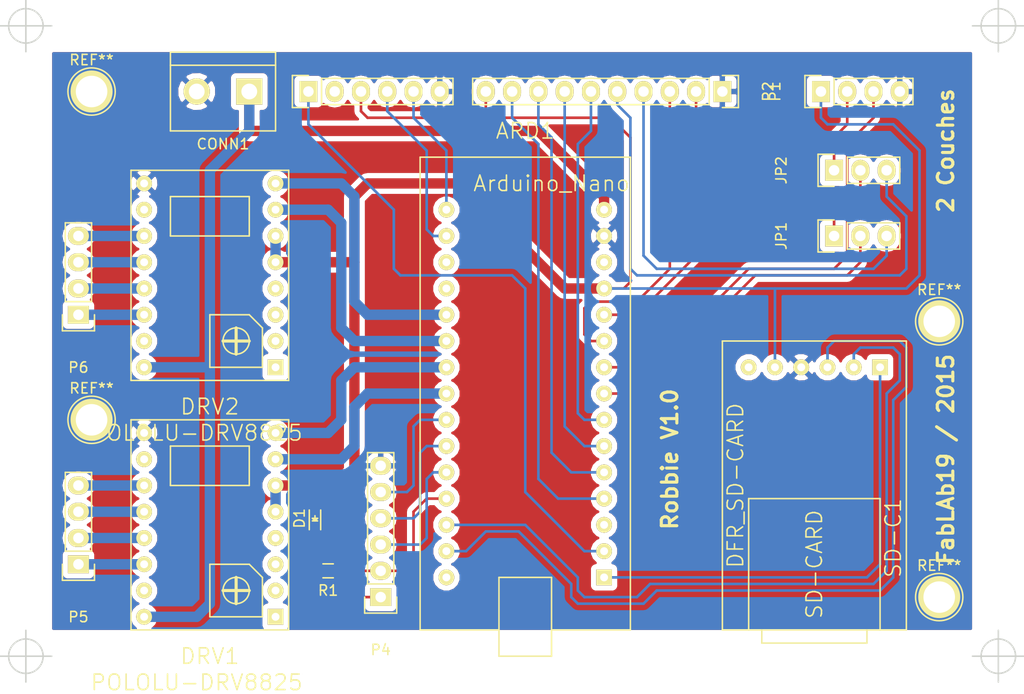
<source format=kicad_pcb>
(kicad_pcb (version 4) (host pcbnew "(2014-jul-16 BZR unknown)-product")

  (general
    (links 57)
    (no_connects 1)
    (area 0 0 0 0)
    (thickness 1.6)
    (drawings 7)
    (tracks 211)
    (zones 0)
    (modules 19)
    (nets 39)
  )

  (page A4)
  (layers
    (0 F.Cu signal)
    (31 B.Cu signal)
    (32 B.Adhes user)
    (33 F.Adhes user)
    (34 B.Paste user)
    (35 F.Paste user)
    (36 B.SilkS user)
    (37 F.SilkS user)
    (38 B.Mask user)
    (39 F.Mask user)
    (40 Dwgs.User user)
    (41 Cmts.User user)
    (42 Eco1.User user)
    (43 Eco2.User user)
    (44 Edge.Cuts user)
    (45 Margin user)
    (46 B.CrtYd user)
    (47 F.CrtYd user)
    (48 B.Fab user)
    (49 F.Fab user)
  )

  (setup
    (last_trace_width 0.254)
    (user_trace_width 1)
    (user_trace_width 2)
    (trace_clearance 0.254)
    (zone_clearance 0.508)
    (zone_45_only no)
    (trace_min 0.254)
    (segment_width 0.2)
    (edge_width 0.15)
    (via_size 0.889)
    (via_drill 0.635)
    (via_min_size 0.889)
    (via_min_drill 0.508)
    (user_via 1.635 1)
    (user_via 2.635 2)
    (uvia_size 0.508)
    (uvia_drill 0.127)
    (uvias_allowed no)
    (uvia_min_size 0.508)
    (uvia_min_drill 0.127)
    (pcb_text_width 0.3)
    (pcb_text_size 1.5 1.5)
    (mod_edge_width 0.15)
    (mod_text_size 1.5 1.5)
    (mod_text_width 0.15)
    (pad_size 1.524 1.524)
    (pad_drill 0.762)
    (pad_to_mask_clearance 0.2)
    (aux_axis_origin 0 0)
    (visible_elements FFFFFF7F)
    (pcbplotparams
      (layerselection 0x00030_80000001)
      (usegerberextensions false)
      (excludeedgelayer true)
      (linewidth 0.100000)
      (plotframeref false)
      (viasonmask false)
      (mode 1)
      (useauxorigin false)
      (hpglpennumber 1)
      (hpglpenspeed 20)
      (hpglpendiameter 15)
      (hpglpenoverlay 2)
      (psnegative false)
      (psa4output false)
      (plotreference true)
      (plotvalue true)
      (plotinvisibletext false)
      (padsonsilk false)
      (subtractmaskfromsilk false)
      (outputformat 1)
      (mirror false)
      (drillshape 1)
      (scaleselection 1)
      (outputdirectory ""))
  )

  (net 0 "")
  (net 1 "Net-(ARD1-Pad1)")
  (net 2 +3.3V)
  (net 3 "Net-(ARD1-Pad4)")
  (net 4 "Net-(ARD1-Pad5)")
  (net 5 "Net-(ARD1-Pad6)")
  (net 6 "Net-(ARD1-Pad7)")
  (net 7 "Net-(ARD1-Pad8)")
  (net 8 "Net-(ARD1-Pad9)")
  (net 9 "Net-(ARD1-Pad10)")
  (net 10 "Net-(ARD1-Pad11)")
  (net 11 +5V)
  (net 12 GND)
  (net 13 +BATT)
  (net 14 "Net-(ARD1-Pad16)")
  (net 15 "Net-(ARD1-Pad17)")
  (net 16 "Net-(ARD1-Pad20)")
  (net 17 "Net-(ARD1-Pad21)")
  (net 18 "Net-(ARD1-Pad22)")
  (net 19 "Net-(ARD1-Pad23)")
  (net 20 "Net-(ARD1-Pad24)")
  (net 21 "Net-(ARD1-Pad25)")
  (net 22 "Net-(ARD1-Pad26)")
  (net 23 "Net-(ARD1-Pad27)")
  (net 24 "Net-(ARD1-Pad28)")
  (net 25 "Net-(ARD1-Pad29)")
  (net 26 "Net-(D1-Pad1)")
  (net 27 "Net-(DRV1-Pad11)")
  (net 28 "Net-(DRV1-Pad12)")
  (net 29 "Net-(DRV1-Pad13)")
  (net 30 "Net-(DRV1-Pad14)")
  (net 31 "Net-(DRV2-Pad11)")
  (net 32 "Net-(DRV2-Pad12)")
  (net 33 "Net-(DRV2-Pad13)")
  (net 34 "Net-(DRV2-Pad14)")
  (net 35 "Net-(JP1-Pad1)")
  (net 36 "Net-(JP1-Pad3)")
  (net 37 "Net-(JP2-Pad1)")
  (net 38 "Net-(JP2-Pad3)")

  (net_class Default "Ceci est la Netclass par défaut"
    (clearance 0.254)
    (trace_width 0.254)
    (via_dia 0.889)
    (via_drill 0.635)
    (uvia_dia 0.508)
    (uvia_drill 0.127)
    (add_net +3.3V)
    (add_net +5V)
    (add_net +BATT)
    (add_net GND)
    (add_net "Net-(ARD1-Pad1)")
    (add_net "Net-(ARD1-Pad10)")
    (add_net "Net-(ARD1-Pad11)")
    (add_net "Net-(ARD1-Pad16)")
    (add_net "Net-(ARD1-Pad17)")
    (add_net "Net-(ARD1-Pad20)")
    (add_net "Net-(ARD1-Pad21)")
    (add_net "Net-(ARD1-Pad22)")
    (add_net "Net-(ARD1-Pad23)")
    (add_net "Net-(ARD1-Pad24)")
    (add_net "Net-(ARD1-Pad25)")
    (add_net "Net-(ARD1-Pad26)")
    (add_net "Net-(ARD1-Pad27)")
    (add_net "Net-(ARD1-Pad28)")
    (add_net "Net-(ARD1-Pad29)")
    (add_net "Net-(ARD1-Pad4)")
    (add_net "Net-(ARD1-Pad5)")
    (add_net "Net-(ARD1-Pad6)")
    (add_net "Net-(ARD1-Pad7)")
    (add_net "Net-(ARD1-Pad8)")
    (add_net "Net-(ARD1-Pad9)")
    (add_net "Net-(D1-Pad1)")
    (add_net "Net-(DRV1-Pad11)")
    (add_net "Net-(DRV1-Pad12)")
    (add_net "Net-(DRV1-Pad13)")
    (add_net "Net-(DRV1-Pad14)")
    (add_net "Net-(DRV2-Pad11)")
    (add_net "Net-(DRV2-Pad12)")
    (add_net "Net-(DRV2-Pad13)")
    (add_net "Net-(DRV2-Pad14)")
    (add_net "Net-(JP1-Pad1)")
    (add_net "Net-(JP1-Pad3)")
    (add_net "Net-(JP2-Pad1)")
    (add_net "Net-(JP2-Pad3)")
  )

  (net_class 1mm ""
    (clearance 0.254)
    (trace_width 1)
    (via_dia 1.635)
    (via_drill 1)
    (uvia_dia 1.508)
    (uvia_drill 1)
  )

  (net_class 2mm ""
    (clearance 0.254)
    (trace_width 2)
    (via_dia 2.635)
    (via_drill 2)
    (uvia_dia 2.508)
    (uvia_drill 2)
  )

  (module "Arduino:Arduino Nano" (layer F.Cu) (tedit 55F46287) (tstamp 55F4B004)
    (at 146.05 118.11 180)
    (path /55F46466)
    (fp_text reference ARD1 (at 0 27.94 180) (layer F.SilkS)
      (effects (font (size 1.5 1.5) (thickness 0.15)))
    )
    (fp_text value Arduino_Nano (at -2.54 22.86 180) (layer F.SilkS)
      (effects (font (size 1.5 1.5) (thickness 0.15)))
    )
    (fp_line (start 2.54 -20.32) (end 10.16 -20.32) (layer F.SilkS) (width 0.15))
    (fp_line (start -10.16 -20.32) (end -2.54 -20.32) (layer F.SilkS) (width 0.15))
    (fp_line (start -2.54 -15.24) (end -2.54 -22.86) (layer F.SilkS) (width 0.15))
    (fp_line (start -2.54 -22.86) (end 2.54 -22.86) (layer F.SilkS) (width 0.15))
    (fp_line (start 2.54 -22.86) (end 2.54 -15.24) (layer F.SilkS) (width 0.15))
    (fp_line (start 2.54 -15.24) (end -2.54 -15.24) (layer F.SilkS) (width 0.15))
    (fp_line (start -10.16 -20.32) (end -10.16 25.4) (layer F.SilkS) (width 0.15))
    (fp_line (start -10.16 25.4) (end 10.16 25.4) (layer F.SilkS) (width 0.15))
    (fp_line (start 10.16 25.4) (end 10.16 -20.32) (layer F.SilkS) (width 0.15))
    (pad 1 thru_hole rect (at -7.62 -15.24 180) (size 1.524 1.524) (drill 0.762) (layers *.Cu *.Mask F.SilkS)
      (net 1 "Net-(ARD1-Pad1)"))
    (pad 2 thru_hole circle (at -7.62 -12.7 180) (size 1.524 1.524) (drill 0.762) (layers *.Cu *.Mask F.SilkS)
      (net 2 +3.3V))
    (pad 3 thru_hole circle (at -7.62 -10.16 180) (size 1.524 1.524) (drill 0.762) (layers *.Cu *.Mask F.SilkS))
    (pad 4 thru_hole circle (at -7.62 -7.62 180) (size 1.524 1.524) (drill 0.762) (layers *.Cu *.Mask F.SilkS)
      (net 3 "Net-(ARD1-Pad4)"))
    (pad 5 thru_hole circle (at -7.62 -5.08 180) (size 1.524 1.524) (drill 0.762) (layers *.Cu *.Mask F.SilkS)
      (net 4 "Net-(ARD1-Pad5)"))
    (pad 6 thru_hole circle (at -7.62 -2.54 180) (size 1.524 1.524) (drill 0.762) (layers *.Cu *.Mask F.SilkS)
      (net 5 "Net-(ARD1-Pad6)"))
    (pad 7 thru_hole circle (at -7.62 0 180) (size 1.524 1.524) (drill 0.762) (layers *.Cu *.Mask F.SilkS)
      (net 6 "Net-(ARD1-Pad7)"))
    (pad 8 thru_hole circle (at -7.62 2.54 180) (size 1.524 1.524) (drill 0.762) (layers *.Cu *.Mask F.SilkS)
      (net 7 "Net-(ARD1-Pad8)"))
    (pad 9 thru_hole circle (at -7.62 5.08 180) (size 1.524 1.524) (drill 0.762) (layers *.Cu *.Mask F.SilkS)
      (net 8 "Net-(ARD1-Pad9)"))
    (pad 10 thru_hole circle (at -7.62 7.62 180) (size 1.524 1.524) (drill 0.762) (layers *.Cu *.Mask F.SilkS)
      (net 9 "Net-(ARD1-Pad10)"))
    (pad 11 thru_hole circle (at -7.62 10.16 180) (size 1.524 1.524) (drill 0.762) (layers *.Cu *.Mask F.SilkS)
      (net 10 "Net-(ARD1-Pad11)"))
    (pad 12 thru_hole circle (at -7.62 12.7 180) (size 1.524 1.524) (drill 0.762) (layers *.Cu *.Mask F.SilkS)
      (net 11 +5V))
    (pad 13 thru_hole circle (at -7.62 15.24 180) (size 1.524 1.524) (drill 0.762) (layers *.Cu *.Mask F.SilkS))
    (pad 14 thru_hole circle (at -7.62 17.78 180) (size 1.524 1.524) (drill 0.762) (layers *.Cu *.Mask F.SilkS)
      (net 12 GND))
    (pad 15 thru_hole circle (at -7.62 20.32 180) (size 1.524 1.524) (drill 0.762) (layers *.Cu *.Mask F.SilkS)
      (net 13 +BATT))
    (pad 16 thru_hole circle (at 7.62 20.32 180) (size 1.524 1.524) (drill 0.762) (layers *.Cu *.Mask F.SilkS)
      (net 14 "Net-(ARD1-Pad16)"))
    (pad 17 thru_hole circle (at 7.62 17.78 180) (size 1.524 1.524) (drill 0.762) (layers *.Cu *.Mask F.SilkS)
      (net 15 "Net-(ARD1-Pad17)"))
    (pad 18 thru_hole circle (at 7.62 15.24 180) (size 1.524 1.524) (drill 0.762) (layers *.Cu *.Mask F.SilkS))
    (pad 19 thru_hole circle (at 7.62 12.7 180) (size 1.524 1.524) (drill 0.762) (layers *.Cu *.Mask F.SilkS))
    (pad 20 thru_hole circle (at 7.62 10.16 180) (size 1.524 1.524) (drill 0.762) (layers *.Cu *.Mask F.SilkS)
      (net 16 "Net-(ARD1-Pad20)"))
    (pad 21 thru_hole circle (at 7.62 7.62 180) (size 1.524 1.524) (drill 0.762) (layers *.Cu *.Mask F.SilkS)
      (net 17 "Net-(ARD1-Pad21)"))
    (pad 22 thru_hole circle (at 7.62 5.08 180) (size 1.524 1.524) (drill 0.762) (layers *.Cu *.Mask F.SilkS)
      (net 18 "Net-(ARD1-Pad22)"))
    (pad 23 thru_hole circle (at 7.62 2.54 180) (size 1.524 1.524) (drill 0.762) (layers *.Cu *.Mask F.SilkS)
      (net 19 "Net-(ARD1-Pad23)"))
    (pad 24 thru_hole circle (at 7.62 0 180) (size 1.524 1.524) (drill 0.762) (layers *.Cu *.Mask F.SilkS)
      (net 20 "Net-(ARD1-Pad24)"))
    (pad 25 thru_hole circle (at 7.62 -2.54 180) (size 1.524 1.524) (drill 0.762) (layers *.Cu *.Mask F.SilkS)
      (net 21 "Net-(ARD1-Pad25)"))
    (pad 26 thru_hole circle (at 7.62 -5.08 180) (size 1.524 1.524) (drill 0.762) (layers *.Cu *.Mask F.SilkS)
      (net 22 "Net-(ARD1-Pad26)"))
    (pad 27 thru_hole circle (at 7.62 -7.62 180) (size 1.524 1.524) (drill 0.762) (layers *.Cu *.Mask F.SilkS)
      (net 23 "Net-(ARD1-Pad27)"))
    (pad 28 thru_hole circle (at 7.62 -10.16 180) (size 1.524 1.524) (drill 0.762) (layers *.Cu *.Mask F.SilkS)
      (net 24 "Net-(ARD1-Pad28)"))
    (pad 29 thru_hole circle (at 7.62 -12.7 180) (size 1.524 1.524) (drill 0.762) (layers *.Cu *.Mask F.SilkS)
      (net 25 "Net-(ARD1-Pad29)"))
    (pad 30 thru_hole circle (at 7.62 -15.24 180) (size 1.524 1.524) (drill 0.762) (layers *.Cu *.Mask F.SilkS))
  )

  (module Connect:bornier2 (layer F.Cu) (tedit 55F4AF0D) (tstamp 55F4B00F)
    (at 116.84 86.36 180)
    (descr "Bornier d'alimentation 2 pins")
    (tags DEV)
    (path /55F48580)
    (fp_text reference CONN1 (at 0 -5.08 180) (layer F.SilkS)
      (effects (font (size 1 1) (thickness 0.15)))
    )
    (fp_text value CONN_2 (at 0 5.08 180) (layer F.Fab)
      (effects (font (size 1 1) (thickness 0.15)))
    )
    (fp_line (start 5.08 2.54) (end -5.08 2.54) (layer F.SilkS) (width 0.15))
    (fp_line (start 5.08 3.81) (end 5.08 -3.81) (layer F.SilkS) (width 0.15))
    (fp_line (start 5.08 -3.81) (end -5.08 -3.81) (layer F.SilkS) (width 0.15))
    (fp_line (start -5.08 -3.81) (end -5.08 3.81) (layer F.SilkS) (width 0.15))
    (fp_line (start -5.08 3.81) (end 5.08 3.81) (layer F.SilkS) (width 0.15))
    (pad 1 thru_hole rect (at -2.54 0 180) (size 2.54 2.54) (drill 1.524) (layers *.Cu *.Mask F.SilkS)
      (net 13 +BATT))
    (pad 2 thru_hole circle (at 2.54 0 180) (size 2.54 2.54) (drill 1.524) (layers *.Cu *.Mask F.SilkS)
      (net 12 GND))
    (model Connect.3dshapes/bornier2.wrl
      (at (xyz 0 0 0))
      (scale (xyz 1 1 1))
      (rotate (xyz 0 0 0))
    )
  )

  (module LEDs:LED-0603 (layer F.Cu) (tedit 55BDE255) (tstamp 55F4B020)
    (at 125.73 127.635 90)
    (descr "LED 0603 smd package")
    (tags "LED led 0603 SMD smd SMT smt smdled SMDLED smtled SMTLED")
    (path /55F4BEA4)
    (attr smd)
    (fp_text reference D1 (at 0 -1.5 90) (layer F.SilkS)
      (effects (font (size 1 1) (thickness 0.15)))
    )
    (fp_text value LED (at 0 1.5 90) (layer F.Fab)
      (effects (font (size 1 1) (thickness 0.15)))
    )
    (fp_line (start -1.1 0.55) (end 0.8 0.55) (layer F.SilkS) (width 0.15))
    (fp_line (start -1.1 -0.55) (end 0.8 -0.55) (layer F.SilkS) (width 0.15))
    (fp_line (start -0.2 0) (end 0.25 0) (layer F.SilkS) (width 0.15))
    (fp_line (start -0.25 -0.25) (end -0.25 0.25) (layer F.SilkS) (width 0.15))
    (fp_line (start -0.25 0) (end 0 -0.25) (layer F.SilkS) (width 0.15))
    (fp_line (start 0 -0.25) (end 0 0.25) (layer F.SilkS) (width 0.15))
    (fp_line (start 0 0.25) (end -0.25 0) (layer F.SilkS) (width 0.15))
    (fp_line (start 1.4 -0.75) (end 1.4 0.75) (layer F.CrtYd) (width 0.05))
    (fp_line (start 1.4 0.75) (end -1.4 0.75) (layer F.CrtYd) (width 0.05))
    (fp_line (start -1.4 0.75) (end -1.4 -0.75) (layer F.CrtYd) (width 0.05))
    (fp_line (start -1.4 -0.75) (end 1.4 -0.75) (layer F.CrtYd) (width 0.05))
    (pad 2 smd rect (at 0.7493 0 270) (size 0.79756 0.79756) (layers F.Cu F.Paste F.Mask)
      (net 12 GND))
    (pad 1 smd rect (at -0.7493 0 270) (size 0.79756 0.79756) (layers F.Cu F.Paste F.Mask)
      (net 26 "Net-(D1-Pad1)"))
  )

  (module POLOLU-DRV8825:POLOLU-DRV8825 (layer F.Cu) (tedit 55F47BD3) (tstamp 55F4B044)
    (at 114.3 127 180)
    (path /55F47FD1)
    (fp_text reference DRV1 (at -1.27 -13.97 180) (layer F.SilkS)
      (effects (font (size 1.5 1.5) (thickness 0.15)))
    )
    (fp_text value POLOLU-DRV8825 (at 0 -16.51 180) (layer F.SilkS)
      (effects (font (size 1.5 1.5) (thickness 0.15)))
    )
    (fp_circle (center -3.81 -7.62) (end -2.54 -7.62) (layer F.SilkS) (width 0.15))
    (fp_line (start -6.35 -10.16) (end -1.27 -10.16) (layer F.SilkS) (width 0.15))
    (fp_line (start -1.27 -10.16) (end -1.27 -5.08) (layer F.SilkS) (width 0.15))
    (fp_line (start -1.27 -5.08) (end -5.08 -5.08) (layer F.SilkS) (width 0.15))
    (fp_line (start -5.08 -5.08) (end -6.35 -6.35) (layer F.SilkS) (width 0.15))
    (fp_line (start -6.35 -6.35) (end -6.35 -10.16) (layer F.SilkS) (width 0.15))
    (fp_line (start -5.08 -7.62) (end -2.54 -7.62) (layer F.SilkS) (width 0.3))
    (fp_line (start -3.81 -8.89) (end -3.81 -6.35) (layer F.SilkS) (width 0.3))
    (fp_line (start -5.08 2.54) (end 2.54 2.54) (layer F.SilkS) (width 0.15))
    (fp_line (start 2.54 2.54) (end 2.54 6.35) (layer F.SilkS) (width 0.15))
    (fp_line (start 2.54 6.35) (end -5.08 6.35) (layer F.SilkS) (width 0.15))
    (fp_line (start -5.08 6.35) (end -5.08 2.54) (layer F.SilkS) (width 0.15))
    (fp_line (start -8.89 -11.43) (end 6.35 -11.43) (layer F.SilkS) (width 0.15))
    (fp_line (start 6.35 -11.43) (end 6.35 8.89) (layer F.SilkS) (width 0.15))
    (fp_line (start 6.35 8.89) (end -8.89 8.89) (layer F.SilkS) (width 0.15))
    (fp_line (start -8.89 8.89) (end -8.89 -11.43) (layer F.SilkS) (width 0.15))
    (pad 1 thru_hole rect (at -7.62 -10.16 180) (size 1.524 1.524) (drill 0.762) (layers *.Cu *.Mask F.SilkS))
    (pad 2 thru_hole circle (at -7.62 -7.62 180) (size 1.524 1.524) (drill 0.762) (layers *.Cu *.Mask F.SilkS))
    (pad 3 thru_hole circle (at -7.62 -5.08 180) (size 1.524 1.524) (drill 0.762) (layers *.Cu *.Mask F.SilkS))
    (pad 4 thru_hole circle (at -7.62 -2.54 180) (size 1.524 1.524) (drill 0.762) (layers *.Cu *.Mask F.SilkS))
    (pad 5 thru_hole circle (at -7.62 0 180) (size 1.524 1.524) (drill 0.762) (layers *.Cu *.Mask F.SilkS)
      (net 11 +5V))
    (pad 6 thru_hole circle (at -7.62 2.54 180) (size 1.524 1.524) (drill 0.762) (layers *.Cu *.Mask F.SilkS)
      (net 11 +5V))
    (pad 7 thru_hole circle (at -7.62 5.08 180) (size 1.524 1.524) (drill 0.762) (layers *.Cu *.Mask F.SilkS)
      (net 19 "Net-(ARD1-Pad23)"))
    (pad 8 thru_hole circle (at -7.62 7.62 180) (size 1.524 1.524) (drill 0.762) (layers *.Cu *.Mask F.SilkS)
      (net 18 "Net-(ARD1-Pad22)"))
    (pad 9 thru_hole circle (at 5.08 7.62 180) (size 1.524 1.524) (drill 0.762) (layers *.Cu *.Mask F.SilkS)
      (net 12 GND))
    (pad 10 thru_hole circle (at 5.08 5.08 180) (size 1.524 1.524) (drill 0.762) (layers *.Cu *.Mask F.SilkS))
    (pad 11 thru_hole circle (at 5.08 2.54 180) (size 1.524 1.524) (drill 0.762) (layers *.Cu *.Mask F.SilkS)
      (net 27 "Net-(DRV1-Pad11)"))
    (pad 12 thru_hole circle (at 5.08 0 180) (size 1.524 1.524) (drill 0.762) (layers *.Cu *.Mask F.SilkS)
      (net 28 "Net-(DRV1-Pad12)"))
    (pad 13 thru_hole circle (at 5.08 -2.54 180) (size 1.524 1.524) (drill 0.762) (layers *.Cu *.Mask F.SilkS)
      (net 29 "Net-(DRV1-Pad13)"))
    (pad 14 thru_hole circle (at 5.08 -5.08 180) (size 1.524 1.524) (drill 0.762) (layers *.Cu *.Mask F.SilkS)
      (net 30 "Net-(DRV1-Pad14)"))
    (pad 15 thru_hole circle (at 5.08 -7.62 180) (size 1.524 1.524) (drill 0.762) (layers *.Cu *.Mask F.SilkS))
    (pad 16 thru_hole circle (at 5.08 -10.16 180) (size 1.524 1.524) (drill 0.762) (layers *.Cu *.Mask F.SilkS)
      (net 13 +BATT))
  )

  (module POLOLU-DRV8825:POLOLU-DRV8825 (layer F.Cu) (tedit 55F47BD3) (tstamp 55F4B068)
    (at 114.3 102.87 180)
    (path /55F4802E)
    (fp_text reference DRV2 (at -1.27 -13.97 180) (layer F.SilkS)
      (effects (font (size 1.5 1.5) (thickness 0.15)))
    )
    (fp_text value POLOLU-DRV8825 (at 0 -16.51 180) (layer F.SilkS)
      (effects (font (size 1.5 1.5) (thickness 0.15)))
    )
    (fp_circle (center -3.81 -7.62) (end -2.54 -7.62) (layer F.SilkS) (width 0.15))
    (fp_line (start -6.35 -10.16) (end -1.27 -10.16) (layer F.SilkS) (width 0.15))
    (fp_line (start -1.27 -10.16) (end -1.27 -5.08) (layer F.SilkS) (width 0.15))
    (fp_line (start -1.27 -5.08) (end -5.08 -5.08) (layer F.SilkS) (width 0.15))
    (fp_line (start -5.08 -5.08) (end -6.35 -6.35) (layer F.SilkS) (width 0.15))
    (fp_line (start -6.35 -6.35) (end -6.35 -10.16) (layer F.SilkS) (width 0.15))
    (fp_line (start -5.08 -7.62) (end -2.54 -7.62) (layer F.SilkS) (width 0.3))
    (fp_line (start -3.81 -8.89) (end -3.81 -6.35) (layer F.SilkS) (width 0.3))
    (fp_line (start -5.08 2.54) (end 2.54 2.54) (layer F.SilkS) (width 0.15))
    (fp_line (start 2.54 2.54) (end 2.54 6.35) (layer F.SilkS) (width 0.15))
    (fp_line (start 2.54 6.35) (end -5.08 6.35) (layer F.SilkS) (width 0.15))
    (fp_line (start -5.08 6.35) (end -5.08 2.54) (layer F.SilkS) (width 0.15))
    (fp_line (start -8.89 -11.43) (end 6.35 -11.43) (layer F.SilkS) (width 0.15))
    (fp_line (start 6.35 -11.43) (end 6.35 8.89) (layer F.SilkS) (width 0.15))
    (fp_line (start 6.35 8.89) (end -8.89 8.89) (layer F.SilkS) (width 0.15))
    (fp_line (start -8.89 8.89) (end -8.89 -11.43) (layer F.SilkS) (width 0.15))
    (pad 1 thru_hole rect (at -7.62 -10.16 180) (size 1.524 1.524) (drill 0.762) (layers *.Cu *.Mask F.SilkS))
    (pad 2 thru_hole circle (at -7.62 -7.62 180) (size 1.524 1.524) (drill 0.762) (layers *.Cu *.Mask F.SilkS))
    (pad 3 thru_hole circle (at -7.62 -5.08 180) (size 1.524 1.524) (drill 0.762) (layers *.Cu *.Mask F.SilkS))
    (pad 4 thru_hole circle (at -7.62 -2.54 180) (size 1.524 1.524) (drill 0.762) (layers *.Cu *.Mask F.SilkS))
    (pad 5 thru_hole circle (at -7.62 0 180) (size 1.524 1.524) (drill 0.762) (layers *.Cu *.Mask F.SilkS)
      (net 11 +5V))
    (pad 6 thru_hole circle (at -7.62 2.54 180) (size 1.524 1.524) (drill 0.762) (layers *.Cu *.Mask F.SilkS)
      (net 11 +5V))
    (pad 7 thru_hole circle (at -7.62 5.08 180) (size 1.524 1.524) (drill 0.762) (layers *.Cu *.Mask F.SilkS)
      (net 17 "Net-(ARD1-Pad21)"))
    (pad 8 thru_hole circle (at -7.62 7.62 180) (size 1.524 1.524) (drill 0.762) (layers *.Cu *.Mask F.SilkS)
      (net 16 "Net-(ARD1-Pad20)"))
    (pad 9 thru_hole circle (at 5.08 7.62 180) (size 1.524 1.524) (drill 0.762) (layers *.Cu *.Mask F.SilkS)
      (net 12 GND))
    (pad 10 thru_hole circle (at 5.08 5.08 180) (size 1.524 1.524) (drill 0.762) (layers *.Cu *.Mask F.SilkS))
    (pad 11 thru_hole circle (at 5.08 2.54 180) (size 1.524 1.524) (drill 0.762) (layers *.Cu *.Mask F.SilkS)
      (net 31 "Net-(DRV2-Pad11)"))
    (pad 12 thru_hole circle (at 5.08 0 180) (size 1.524 1.524) (drill 0.762) (layers *.Cu *.Mask F.SilkS)
      (net 32 "Net-(DRV2-Pad12)"))
    (pad 13 thru_hole circle (at 5.08 -2.54 180) (size 1.524 1.524) (drill 0.762) (layers *.Cu *.Mask F.SilkS)
      (net 33 "Net-(DRV2-Pad13)"))
    (pad 14 thru_hole circle (at 5.08 -5.08 180) (size 1.524 1.524) (drill 0.762) (layers *.Cu *.Mask F.SilkS)
      (net 34 "Net-(DRV2-Pad14)"))
    (pad 15 thru_hole circle (at 5.08 -7.62 180) (size 1.524 1.524) (drill 0.762) (layers *.Cu *.Mask F.SilkS))
    (pad 16 thru_hole circle (at 5.08 -10.16 180) (size 1.524 1.524) (drill 0.762) (layers *.Cu *.Mask F.SilkS)
      (net 13 +BATT))
  )

  (module Pin_Headers:Pin_Header_Straight_1x03 (layer F.Cu) (tedit 55F4AF0D) (tstamp 55F4B07A)
    (at 175.895 100.33 90)
    (descr "Through hole pin header")
    (tags "pin header")
    (path /55F4A97B)
    (fp_text reference JP1 (at 0 -5.1 90) (layer F.SilkS)
      (effects (font (size 1 1) (thickness 0.15)))
    )
    (fp_text value JUMPER3 (at 0 -3.1 90) (layer F.Fab)
      (effects (font (size 1 1) (thickness 0.15)))
    )
    (fp_line (start -1.75 -1.75) (end -1.75 6.85) (layer F.CrtYd) (width 0.05))
    (fp_line (start 1.75 -1.75) (end 1.75 6.85) (layer F.CrtYd) (width 0.05))
    (fp_line (start -1.75 -1.75) (end 1.75 -1.75) (layer F.CrtYd) (width 0.05))
    (fp_line (start -1.75 6.85) (end 1.75 6.85) (layer F.CrtYd) (width 0.05))
    (fp_line (start -1.27 1.27) (end -1.27 6.35) (layer F.SilkS) (width 0.15))
    (fp_line (start -1.27 6.35) (end 1.27 6.35) (layer F.SilkS) (width 0.15))
    (fp_line (start 1.27 6.35) (end 1.27 1.27) (layer F.SilkS) (width 0.15))
    (fp_line (start 1.55 -1.55) (end 1.55 0) (layer F.SilkS) (width 0.15))
    (fp_line (start 1.27 1.27) (end -1.27 1.27) (layer F.SilkS) (width 0.15))
    (fp_line (start -1.55 0) (end -1.55 -1.55) (layer F.SilkS) (width 0.15))
    (fp_line (start -1.55 -1.55) (end 1.55 -1.55) (layer F.SilkS) (width 0.15))
    (pad 1 thru_hole rect (at 0 0 90) (size 2.032 1.7272) (drill 1.016) (layers *.Cu *.Mask F.SilkS)
      (net 35 "Net-(JP1-Pad1)"))
    (pad 2 thru_hole oval (at 0 2.54 90) (size 2.032 1.7272) (drill 1.016) (layers *.Cu *.Mask F.SilkS)
      (net 7 "Net-(ARD1-Pad8)"))
    (pad 3 thru_hole oval (at 0 5.08 90) (size 2.032 1.7272) (drill 1.016) (layers *.Cu *.Mask F.SilkS)
      (net 36 "Net-(JP1-Pad3)"))
    (model Pin_Headers.3dshapes/Pin_Header_Straight_1x03.wrl
      (at (xyz 0 -0.1 0))
      (scale (xyz 1 1 1))
      (rotate (xyz 0 0 90))
    )
  )

  (module Pin_Headers:Pin_Header_Straight_1x03 (layer F.Cu) (tedit 55F4AF0D) (tstamp 55F4B08C)
    (at 175.895 93.98 90)
    (descr "Through hole pin header")
    (tags "pin header")
    (path /55F4AAAA)
    (fp_text reference JP2 (at 0 -5.1 90) (layer F.SilkS)
      (effects (font (size 1 1) (thickness 0.15)))
    )
    (fp_text value JUMPER3 (at 0 -3.1 90) (layer F.Fab)
      (effects (font (size 1 1) (thickness 0.15)))
    )
    (fp_line (start -1.75 -1.75) (end -1.75 6.85) (layer F.CrtYd) (width 0.05))
    (fp_line (start 1.75 -1.75) (end 1.75 6.85) (layer F.CrtYd) (width 0.05))
    (fp_line (start -1.75 -1.75) (end 1.75 -1.75) (layer F.CrtYd) (width 0.05))
    (fp_line (start -1.75 6.85) (end 1.75 6.85) (layer F.CrtYd) (width 0.05))
    (fp_line (start -1.27 1.27) (end -1.27 6.35) (layer F.SilkS) (width 0.15))
    (fp_line (start -1.27 6.35) (end 1.27 6.35) (layer F.SilkS) (width 0.15))
    (fp_line (start 1.27 6.35) (end 1.27 1.27) (layer F.SilkS) (width 0.15))
    (fp_line (start 1.55 -1.55) (end 1.55 0) (layer F.SilkS) (width 0.15))
    (fp_line (start 1.27 1.27) (end -1.27 1.27) (layer F.SilkS) (width 0.15))
    (fp_line (start -1.55 0) (end -1.55 -1.55) (layer F.SilkS) (width 0.15))
    (fp_line (start -1.55 -1.55) (end 1.55 -1.55) (layer F.SilkS) (width 0.15))
    (pad 1 thru_hole rect (at 0 0 90) (size 2.032 1.7272) (drill 1.016) (layers *.Cu *.Mask F.SilkS)
      (net 37 "Net-(JP2-Pad1)"))
    (pad 2 thru_hole oval (at 0 2.54 90) (size 2.032 1.7272) (drill 1.016) (layers *.Cu *.Mask F.SilkS)
      (net 8 "Net-(ARD1-Pad9)"))
    (pad 3 thru_hole oval (at 0 5.08 90) (size 2.032 1.7272) (drill 1.016) (layers *.Cu *.Mask F.SilkS)
      (net 38 "Net-(JP2-Pad3)"))
    (model Pin_Headers.3dshapes/Pin_Header_Straight_1x03.wrl
      (at (xyz 0 -0.1 0))
      (scale (xyz 1 1 1))
      (rotate (xyz 0 0 90))
    )
  )

  (module Pin_Headers:Pin_Header_Straight_1x10 (layer F.Cu) (tedit 55F4AF0D) (tstamp 55F4B0A5)
    (at 165.1 86.36 270)
    (descr "Through hole pin header")
    (tags "pin header")
    (path /55F4A5C3)
    (fp_text reference P1 (at 0 -5.1 270) (layer F.SilkS)
      (effects (font (size 1 1) (thickness 0.15)))
    )
    (fp_text value CONN_01X10 (at 0 -3.1 270) (layer F.Fab)
      (effects (font (size 1 1) (thickness 0.15)))
    )
    (fp_line (start -1.75 -1.75) (end -1.75 24.65) (layer F.CrtYd) (width 0.05))
    (fp_line (start 1.75 -1.75) (end 1.75 24.65) (layer F.CrtYd) (width 0.05))
    (fp_line (start -1.75 -1.75) (end 1.75 -1.75) (layer F.CrtYd) (width 0.05))
    (fp_line (start -1.75 24.65) (end 1.75 24.65) (layer F.CrtYd) (width 0.05))
    (fp_line (start 1.27 1.27) (end 1.27 24.13) (layer F.SilkS) (width 0.15))
    (fp_line (start 1.27 24.13) (end -1.27 24.13) (layer F.SilkS) (width 0.15))
    (fp_line (start -1.27 24.13) (end -1.27 1.27) (layer F.SilkS) (width 0.15))
    (fp_line (start 1.55 -1.55) (end 1.55 0) (layer F.SilkS) (width 0.15))
    (fp_line (start 1.27 1.27) (end -1.27 1.27) (layer F.SilkS) (width 0.15))
    (fp_line (start -1.55 0) (end -1.55 -1.55) (layer F.SilkS) (width 0.15))
    (fp_line (start -1.55 -1.55) (end 1.55 -1.55) (layer F.SilkS) (width 0.15))
    (pad 1 thru_hole rect (at 0 0 270) (size 2.032 1.7272) (drill 1.016) (layers *.Cu *.Mask F.SilkS)
      (net 12 GND))
    (pad 2 thru_hole oval (at 0 2.54 270) (size 2.032 1.7272) (drill 1.016) (layers *.Cu *.Mask F.SilkS)
      (net 10 "Net-(ARD1-Pad11)"))
    (pad 3 thru_hole oval (at 0 5.08 270) (size 2.032 1.7272) (drill 1.016) (layers *.Cu *.Mask F.SilkS)
      (net 9 "Net-(ARD1-Pad10)"))
    (pad 4 thru_hole oval (at 0 7.62 270) (size 2.032 1.7272) (drill 1.016) (layers *.Cu *.Mask F.SilkS)
      (net 36 "Net-(JP1-Pad3)"))
    (pad 5 thru_hole oval (at 0 10.16 270) (size 2.032 1.7272) (drill 1.016) (layers *.Cu *.Mask F.SilkS)
      (net 38 "Net-(JP2-Pad3)"))
    (pad 6 thru_hole oval (at 0 12.7 270) (size 2.032 1.7272) (drill 1.016) (layers *.Cu *.Mask F.SilkS)
      (net 6 "Net-(ARD1-Pad7)"))
    (pad 7 thru_hole oval (at 0 15.24 270) (size 2.032 1.7272) (drill 1.016) (layers *.Cu *.Mask F.SilkS)
      (net 5 "Net-(ARD1-Pad6)"))
    (pad 8 thru_hole oval (at 0 17.78 270) (size 2.032 1.7272) (drill 1.016) (layers *.Cu *.Mask F.SilkS)
      (net 4 "Net-(ARD1-Pad5)"))
    (pad 9 thru_hole oval (at 0 20.32 270) (size 2.032 1.7272) (drill 1.016) (layers *.Cu *.Mask F.SilkS)
      (net 3 "Net-(ARD1-Pad4)"))
    (pad 10 thru_hole oval (at 0 22.86 270) (size 2.032 1.7272) (drill 1.016) (layers *.Cu *.Mask F.SilkS)
      (net 11 +5V))
    (model Pin_Headers.3dshapes/Pin_Header_Straight_1x10.wrl
      (at (xyz 0 -0.45 0))
      (scale (xyz 1 1 1))
      (rotate (xyz 0 0 90))
    )
  )

  (module Pin_Headers:Pin_Header_Straight_1x04 (layer F.Cu) (tedit 55F4AF0D) (tstamp 55F4B0B8)
    (at 174.625 86.36 90)
    (descr "Through hole pin header")
    (tags "pin header")
    (path /55F49CDD)
    (fp_text reference P2 (at 0 -5.1 90) (layer F.SilkS)
      (effects (font (size 1 1) (thickness 0.15)))
    )
    (fp_text value CONN_01X04 (at 0 -3.1 90) (layer F.Fab)
      (effects (font (size 1 1) (thickness 0.15)))
    )
    (fp_line (start -1.75 -1.75) (end -1.75 9.4) (layer F.CrtYd) (width 0.05))
    (fp_line (start 1.75 -1.75) (end 1.75 9.4) (layer F.CrtYd) (width 0.05))
    (fp_line (start -1.75 -1.75) (end 1.75 -1.75) (layer F.CrtYd) (width 0.05))
    (fp_line (start -1.75 9.4) (end 1.75 9.4) (layer F.CrtYd) (width 0.05))
    (fp_line (start -1.27 1.27) (end -1.27 8.89) (layer F.SilkS) (width 0.15))
    (fp_line (start 1.27 1.27) (end 1.27 8.89) (layer F.SilkS) (width 0.15))
    (fp_line (start 1.55 -1.55) (end 1.55 0) (layer F.SilkS) (width 0.15))
    (fp_line (start -1.27 8.89) (end 1.27 8.89) (layer F.SilkS) (width 0.15))
    (fp_line (start 1.27 1.27) (end -1.27 1.27) (layer F.SilkS) (width 0.15))
    (fp_line (start -1.55 0) (end -1.55 -1.55) (layer F.SilkS) (width 0.15))
    (fp_line (start -1.55 -1.55) (end 1.55 -1.55) (layer F.SilkS) (width 0.15))
    (pad 1 thru_hole rect (at 0 0 90) (size 2.032 1.7272) (drill 1.016) (layers *.Cu *.Mask F.SilkS)
      (net 11 +5V))
    (pad 2 thru_hole oval (at 0 2.54 90) (size 2.032 1.7272) (drill 1.016) (layers *.Cu *.Mask F.SilkS)
      (net 37 "Net-(JP2-Pad1)"))
    (pad 3 thru_hole oval (at 0 5.08 90) (size 2.032 1.7272) (drill 1.016) (layers *.Cu *.Mask F.SilkS)
      (net 35 "Net-(JP1-Pad1)"))
    (pad 4 thru_hole oval (at 0 7.62 90) (size 2.032 1.7272) (drill 1.016) (layers *.Cu *.Mask F.SilkS)
      (net 12 GND))
    (model Pin_Headers.3dshapes/Pin_Header_Straight_1x04.wrl
      (at (xyz 0 -0.15 0))
      (scale (xyz 1 1 1))
      (rotate (xyz 0 0 90))
    )
  )

  (module Pin_Headers:Pin_Header_Straight_1x06 (layer F.Cu) (tedit 55F4AF0D) (tstamp 55F4B0CD)
    (at 125.095 86.36 90)
    (descr "Through hole pin header")
    (tags "pin header")
    (path /55F4B564)
    (fp_text reference P3 (at 0 -5.1 90) (layer F.SilkS)
      (effects (font (size 1 1) (thickness 0.15)))
    )
    (fp_text value CONN_01X06 (at 0 -3.1 90) (layer F.Fab)
      (effects (font (size 1 1) (thickness 0.15)))
    )
    (fp_line (start -1.75 -1.75) (end -1.75 14.45) (layer F.CrtYd) (width 0.05))
    (fp_line (start 1.75 -1.75) (end 1.75 14.45) (layer F.CrtYd) (width 0.05))
    (fp_line (start -1.75 -1.75) (end 1.75 -1.75) (layer F.CrtYd) (width 0.05))
    (fp_line (start -1.75 14.45) (end 1.75 14.45) (layer F.CrtYd) (width 0.05))
    (fp_line (start 1.27 1.27) (end 1.27 13.97) (layer F.SilkS) (width 0.15))
    (fp_line (start 1.27 13.97) (end -1.27 13.97) (layer F.SilkS) (width 0.15))
    (fp_line (start -1.27 13.97) (end -1.27 1.27) (layer F.SilkS) (width 0.15))
    (fp_line (start 1.55 -1.55) (end 1.55 0) (layer F.SilkS) (width 0.15))
    (fp_line (start 1.27 1.27) (end -1.27 1.27) (layer F.SilkS) (width 0.15))
    (fp_line (start -1.55 0) (end -1.55 -1.55) (layer F.SilkS) (width 0.15))
    (fp_line (start -1.55 -1.55) (end 1.55 -1.55) (layer F.SilkS) (width 0.15))
    (pad 1 thru_hole rect (at 0 0 90) (size 2.032 1.7272) (drill 1.016) (layers *.Cu *.Mask F.SilkS)
      (net 2 +3.3V))
    (pad 2 thru_hole oval (at 0 2.54 90) (size 2.032 1.7272) (drill 1.016) (layers *.Cu *.Mask F.SilkS))
    (pad 3 thru_hole oval (at 0 5.08 90) (size 2.032 1.7272) (drill 1.016) (layers *.Cu *.Mask F.SilkS)
      (net 11 +5V))
    (pad 4 thru_hole oval (at 0 7.62 90) (size 2.032 1.7272) (drill 1.016) (layers *.Cu *.Mask F.SilkS)
      (net 15 "Net-(ARD1-Pad17)"))
    (pad 5 thru_hole oval (at 0 10.16 90) (size 2.032 1.7272) (drill 1.016) (layers *.Cu *.Mask F.SilkS)
      (net 14 "Net-(ARD1-Pad16)"))
    (pad 6 thru_hole oval (at 0 12.7 90) (size 2.032 1.7272) (drill 1.016) (layers *.Cu *.Mask F.SilkS)
      (net 12 GND))
    (model Pin_Headers.3dshapes/Pin_Header_Straight_1x06.wrl
      (at (xyz 0 -0.25 0))
      (scale (xyz 1 1 1))
      (rotate (xyz 0 0 90))
    )
  )

  (module Pin_Headers:Pin_Header_Straight_1x06 (layer F.Cu) (tedit 55F4AF0D) (tstamp 55F4B0E2)
    (at 132.08 135.255 180)
    (descr "Through hole pin header")
    (tags "pin header")
    (path /55F4B798)
    (fp_text reference P4 (at 0 -5.1 180) (layer F.SilkS)
      (effects (font (size 1 1) (thickness 0.15)))
    )
    (fp_text value CONN_01X06 (at 0 -3.1 180) (layer F.Fab)
      (effects (font (size 1 1) (thickness 0.15)))
    )
    (fp_line (start -1.75 -1.75) (end -1.75 14.45) (layer F.CrtYd) (width 0.05))
    (fp_line (start 1.75 -1.75) (end 1.75 14.45) (layer F.CrtYd) (width 0.05))
    (fp_line (start -1.75 -1.75) (end 1.75 -1.75) (layer F.CrtYd) (width 0.05))
    (fp_line (start -1.75 14.45) (end 1.75 14.45) (layer F.CrtYd) (width 0.05))
    (fp_line (start 1.27 1.27) (end 1.27 13.97) (layer F.SilkS) (width 0.15))
    (fp_line (start 1.27 13.97) (end -1.27 13.97) (layer F.SilkS) (width 0.15))
    (fp_line (start -1.27 13.97) (end -1.27 1.27) (layer F.SilkS) (width 0.15))
    (fp_line (start 1.55 -1.55) (end 1.55 0) (layer F.SilkS) (width 0.15))
    (fp_line (start 1.27 1.27) (end -1.27 1.27) (layer F.SilkS) (width 0.15))
    (fp_line (start -1.55 0) (end -1.55 -1.55) (layer F.SilkS) (width 0.15))
    (fp_line (start -1.55 -1.55) (end 1.55 -1.55) (layer F.SilkS) (width 0.15))
    (pad 1 thru_hole rect (at 0 0 180) (size 2.032 1.7272) (drill 1.016) (layers *.Cu *.Mask F.SilkS)
      (net 11 +5V))
    (pad 2 thru_hole oval (at 0 2.54 180) (size 2.032 1.7272) (drill 1.016) (layers *.Cu *.Mask F.SilkS)
      (net 23 "Net-(ARD1-Pad27)"))
    (pad 3 thru_hole oval (at 0 5.08 180) (size 2.032 1.7272) (drill 1.016) (layers *.Cu *.Mask F.SilkS)
      (net 22 "Net-(ARD1-Pad26)"))
    (pad 4 thru_hole oval (at 0 7.62 180) (size 2.032 1.7272) (drill 1.016) (layers *.Cu *.Mask F.SilkS)
      (net 21 "Net-(ARD1-Pad25)"))
    (pad 5 thru_hole oval (at 0 10.16 180) (size 2.032 1.7272) (drill 1.016) (layers *.Cu *.Mask F.SilkS)
      (net 20 "Net-(ARD1-Pad24)"))
    (pad 6 thru_hole oval (at 0 12.7 180) (size 2.032 1.7272) (drill 1.016) (layers *.Cu *.Mask F.SilkS)
      (net 12 GND))
    (model Pin_Headers.3dshapes/Pin_Header_Straight_1x06.wrl
      (at (xyz 0 -0.25 0))
      (scale (xyz 1 1 1))
      (rotate (xyz 0 0 90))
    )
  )

  (module Pin_Headers:Pin_Header_Straight_1x04 (layer F.Cu) (tedit 55F4AF0D) (tstamp 55F4B0F5)
    (at 102.87 132.08 180)
    (descr "Through hole pin header")
    (tags "pin header")
    (path /55F48D99)
    (fp_text reference P5 (at 0 -5.1 180) (layer F.SilkS)
      (effects (font (size 1 1) (thickness 0.15)))
    )
    (fp_text value CONN_01X04 (at 0 -3.1 180) (layer F.Fab)
      (effects (font (size 1 1) (thickness 0.15)))
    )
    (fp_line (start -1.75 -1.75) (end -1.75 9.4) (layer F.CrtYd) (width 0.05))
    (fp_line (start 1.75 -1.75) (end 1.75 9.4) (layer F.CrtYd) (width 0.05))
    (fp_line (start -1.75 -1.75) (end 1.75 -1.75) (layer F.CrtYd) (width 0.05))
    (fp_line (start -1.75 9.4) (end 1.75 9.4) (layer F.CrtYd) (width 0.05))
    (fp_line (start -1.27 1.27) (end -1.27 8.89) (layer F.SilkS) (width 0.15))
    (fp_line (start 1.27 1.27) (end 1.27 8.89) (layer F.SilkS) (width 0.15))
    (fp_line (start 1.55 -1.55) (end 1.55 0) (layer F.SilkS) (width 0.15))
    (fp_line (start -1.27 8.89) (end 1.27 8.89) (layer F.SilkS) (width 0.15))
    (fp_line (start 1.27 1.27) (end -1.27 1.27) (layer F.SilkS) (width 0.15))
    (fp_line (start -1.55 0) (end -1.55 -1.55) (layer F.SilkS) (width 0.15))
    (fp_line (start -1.55 -1.55) (end 1.55 -1.55) (layer F.SilkS) (width 0.15))
    (pad 1 thru_hole rect (at 0 0 180) (size 2.032 1.7272) (drill 1.016) (layers *.Cu *.Mask F.SilkS)
      (net 30 "Net-(DRV1-Pad14)"))
    (pad 2 thru_hole oval (at 0 2.54 180) (size 2.032 1.7272) (drill 1.016) (layers *.Cu *.Mask F.SilkS)
      (net 29 "Net-(DRV1-Pad13)"))
    (pad 3 thru_hole oval (at 0 5.08 180) (size 2.032 1.7272) (drill 1.016) (layers *.Cu *.Mask F.SilkS)
      (net 28 "Net-(DRV1-Pad12)"))
    (pad 4 thru_hole oval (at 0 7.62 180) (size 2.032 1.7272) (drill 1.016) (layers *.Cu *.Mask F.SilkS)
      (net 27 "Net-(DRV1-Pad11)"))
    (model Pin_Headers.3dshapes/Pin_Header_Straight_1x04.wrl
      (at (xyz 0 -0.15 0))
      (scale (xyz 1 1 1))
      (rotate (xyz 0 0 90))
    )
  )

  (module Pin_Headers:Pin_Header_Straight_1x04 (layer F.Cu) (tedit 55F4AF0D) (tstamp 55F4B108)
    (at 102.87 107.95 180)
    (descr "Through hole pin header")
    (tags "pin header")
    (path /55F48DF5)
    (fp_text reference P6 (at 0 -5.1 180) (layer F.SilkS)
      (effects (font (size 1 1) (thickness 0.15)))
    )
    (fp_text value CONN_01X04 (at 0 -3.1 180) (layer F.Fab)
      (effects (font (size 1 1) (thickness 0.15)))
    )
    (fp_line (start -1.75 -1.75) (end -1.75 9.4) (layer F.CrtYd) (width 0.05))
    (fp_line (start 1.75 -1.75) (end 1.75 9.4) (layer F.CrtYd) (width 0.05))
    (fp_line (start -1.75 -1.75) (end 1.75 -1.75) (layer F.CrtYd) (width 0.05))
    (fp_line (start -1.75 9.4) (end 1.75 9.4) (layer F.CrtYd) (width 0.05))
    (fp_line (start -1.27 1.27) (end -1.27 8.89) (layer F.SilkS) (width 0.15))
    (fp_line (start 1.27 1.27) (end 1.27 8.89) (layer F.SilkS) (width 0.15))
    (fp_line (start 1.55 -1.55) (end 1.55 0) (layer F.SilkS) (width 0.15))
    (fp_line (start -1.27 8.89) (end 1.27 8.89) (layer F.SilkS) (width 0.15))
    (fp_line (start 1.27 1.27) (end -1.27 1.27) (layer F.SilkS) (width 0.15))
    (fp_line (start -1.55 0) (end -1.55 -1.55) (layer F.SilkS) (width 0.15))
    (fp_line (start -1.55 -1.55) (end 1.55 -1.55) (layer F.SilkS) (width 0.15))
    (pad 1 thru_hole rect (at 0 0 180) (size 2.032 1.7272) (drill 1.016) (layers *.Cu *.Mask F.SilkS)
      (net 34 "Net-(DRV2-Pad14)"))
    (pad 2 thru_hole oval (at 0 2.54 180) (size 2.032 1.7272) (drill 1.016) (layers *.Cu *.Mask F.SilkS)
      (net 33 "Net-(DRV2-Pad13)"))
    (pad 3 thru_hole oval (at 0 5.08 180) (size 2.032 1.7272) (drill 1.016) (layers *.Cu *.Mask F.SilkS)
      (net 32 "Net-(DRV2-Pad12)"))
    (pad 4 thru_hole oval (at 0 7.62 180) (size 2.032 1.7272) (drill 1.016) (layers *.Cu *.Mask F.SilkS)
      (net 31 "Net-(DRV2-Pad11)"))
    (model Pin_Headers.3dshapes/Pin_Header_Straight_1x04.wrl
      (at (xyz 0 -0.15 0))
      (scale (xyz 1 1 1))
      (rotate (xyz 0 0 90))
    )
  )

  (module DF-ROBOT_SD-CARD:DFR_SD-CARD (layer F.Cu) (tedit 55F48652) (tstamp 55F4B129)
    (at 172.72 113.03 270)
    (path /55F49428)
    (fp_text reference SD-C1 (at 16.51 -8.89 270) (layer F.SilkS)
      (effects (font (size 1.5 1.5) (thickness 0.15)))
    )
    (fp_text value DFR_SD-CARD (at 11.43 6.35 270) (layer F.SilkS)
      (effects (font (size 1.5 1.5) (thickness 0.15)))
    )
    (fp_text user SD-CARD (at 19.05 -1.27 270) (layer F.SilkS)
      (effects (font (size 1.5 1.5) (thickness 0.15)))
    )
    (fp_line (start 25.4 -6.35) (end 26.67 -6.35) (layer F.SilkS) (width 0.15))
    (fp_line (start 26.67 -6.35) (end 26.67 3.81) (layer F.SilkS) (width 0.15))
    (fp_line (start 26.67 3.81) (end 25.4 3.81) (layer F.SilkS) (width 0.15))
    (fp_line (start 25.4 -7.62) (end 12.7 -7.62) (layer F.SilkS) (width 0.15))
    (fp_line (start 12.7 -7.62) (end 12.7 5.08) (layer F.SilkS) (width 0.15))
    (fp_line (start 12.7 5.08) (end 25.4 5.08) (layer F.SilkS) (width 0.15))
    (fp_line (start -2.54 -10.16) (end 25.4 -10.16) (layer F.SilkS) (width 0.15))
    (fp_line (start 25.4 -10.16) (end 25.4 7.62) (layer F.SilkS) (width 0.15))
    (fp_line (start 25.4 7.62) (end -2.54 7.62) (layer F.SilkS) (width 0.15))
    (fp_line (start -2.54 7.62) (end -2.54 -10.16) (layer F.SilkS) (width 0.15))
    (pad 2 thru_hole rect (at 0 -7.62 270) (size 1.524 1.524) (drill 0.762) (layers *.Cu *.Mask F.SilkS)
      (net 1 "Net-(ARD1-Pad1)"))
    (pad 3 thru_hole circle (at 0 -5.08 270) (size 1.524 1.524) (drill 0.762) (layers *.Cu *.Mask F.SilkS)
      (net 24 "Net-(ARD1-Pad28)"))
    (pad 4 thru_hole circle (at 0 -2.54 270) (size 1.524 1.524) (drill 0.762) (layers *.Cu *.Mask F.SilkS)
      (net 25 "Net-(ARD1-Pad29)"))
    (pad 5 thru_hole circle (at 0 0 270) (size 1.524 1.524) (drill 0.762) (layers *.Cu *.Mask F.SilkS)
      (net 12 GND))
    (pad 6 thru_hole circle (at 0 2.54 270) (size 1.524 1.524) (drill 0.762) (layers *.Cu *.Mask F.SilkS)
      (net 11 +5V))
    (pad 7 thru_hole circle (at 0 5.08 270) (size 1.524 1.524) (drill 0.762) (layers *.Cu *.Mask F.SilkS))
  )

  (module Resistors_SMD:R_0603_HandSoldering (layer F.Cu) (tedit 5418A00F) (tstamp 55F4BF38)
    (at 127 132.715 180)
    (descr "Resistor SMD 0603, hand soldering")
    (tags "resistor 0603")
    (path /55F4BC96)
    (attr smd)
    (fp_text reference R1 (at 0 -1.9 180) (layer F.SilkS)
      (effects (font (size 1 1) (thickness 0.15)))
    )
    (fp_text value 200 (at 0 1.9 180) (layer F.Fab)
      (effects (font (size 1 1) (thickness 0.15)))
    )
    (fp_line (start -2 -0.8) (end 2 -0.8) (layer F.CrtYd) (width 0.05))
    (fp_line (start -2 0.8) (end 2 0.8) (layer F.CrtYd) (width 0.05))
    (fp_line (start -2 -0.8) (end -2 0.8) (layer F.CrtYd) (width 0.05))
    (fp_line (start 2 -0.8) (end 2 0.8) (layer F.CrtYd) (width 0.05))
    (fp_line (start 0.5 0.675) (end -0.5 0.675) (layer F.SilkS) (width 0.15))
    (fp_line (start -0.5 -0.675) (end 0.5 -0.675) (layer F.SilkS) (width 0.15))
    (pad 1 smd rect (at -1.1 0 180) (size 1.2 0.9) (layers F.Cu F.Paste F.Mask)
      (net 23 "Net-(ARD1-Pad27)"))
    (pad 2 smd rect (at 1.1 0 180) (size 1.2 0.9) (layers F.Cu F.Paste F.Mask)
      (net 26 "Net-(D1-Pad1)"))
    (model Resistors_SMD.3dshapes/R_0603_HandSoldering.wrl
      (at (xyz 0 0 0))
      (scale (xyz 1 1 1))
      (rotate (xyz 0 0 0))
    )
  )

  (module Connect:1pin (layer F.Cu) (tedit 55F4BDDB) (tstamp 55F4BFF4)
    (at 186.055 135.255)
    (descr "module 1 pin (ou trou mecanique de percage)")
    (tags DEV)
    (fp_text reference REF** (at 0 -3.048) (layer F.SilkS)
      (effects (font (size 1 1) (thickness 0.15)))
    )
    (fp_text value 1pin (at 0 2.794) (layer F.Fab)
      (effects (font (size 1 1) (thickness 0.15)))
    )
    (fp_circle (center 0 0) (end 0 -2.286) (layer F.SilkS) (width 0.15))
    (pad 1 thru_hole circle (at 0 0) (size 4.064 4.064) (drill 3.048) (layers *.Cu *.Mask F.SilkS))
  )

  (module Connect:1pin (layer F.Cu) (tedit 55F4BDEA) (tstamp 55F4BFFA)
    (at 186.055 108.585)
    (descr "module 1 pin (ou trou mecanique de percage)")
    (tags DEV)
    (fp_text reference REF** (at 0 -3.048) (layer F.SilkS)
      (effects (font (size 1 1) (thickness 0.15)))
    )
    (fp_text value 1pin (at 0 2.794) (layer F.Fab)
      (effects (font (size 1 1) (thickness 0.15)))
    )
    (fp_circle (center 0 0) (end 0 -2.286) (layer F.SilkS) (width 0.15))
    (pad 1 thru_hole circle (at 0 0) (size 4.064 4.064) (drill 3.048) (layers *.Cu *.Mask F.SilkS))
  )

  (module Connect:1pin (layer F.Cu) (tedit 55F4BDFC) (tstamp 55F4C000)
    (at 104.14 86.36)
    (descr "module 1 pin (ou trou mecanique de percage)")
    (tags DEV)
    (fp_text reference REF** (at 0 -3.048) (layer F.SilkS)
      (effects (font (size 1 1) (thickness 0.15)))
    )
    (fp_text value 1pin (at 0 2.794) (layer F.Fab)
      (effects (font (size 1 1) (thickness 0.15)))
    )
    (fp_circle (center 0 0) (end 0 -2.286) (layer F.SilkS) (width 0.15))
    (pad 1 thru_hole circle (at 0 0) (size 4.064 4.064) (drill 3.048) (layers *.Cu *.Mask F.SilkS))
  )

  (module Connect:1pin (layer F.Cu) (tedit 55F4BE00) (tstamp 55F4C006)
    (at 104.14 118.11)
    (descr "module 1 pin (ou trou mecanique de percage)")
    (tags DEV)
    (fp_text reference REF** (at 0 -3.048) (layer F.SilkS)
      (effects (font (size 1 1) (thickness 0.15)))
    )
    (fp_text value 1pin (at 0 2.794) (layer F.Fab)
      (effects (font (size 1 1) (thickness 0.15)))
    )
    (fp_circle (center 0 0) (end 0 -2.286) (layer F.SilkS) (width 0.15))
    (pad 1 thru_hole circle (at 0 0) (size 4.064 4.064) (drill 3.048) (layers *.Cu *.Mask F.SilkS))
  )

  (gr_text "2 Couches" (at 186.69 92.075 90) (layer F.SilkS)
    (effects (font (size 1.5 1.5) (thickness 0.3)))
  )
  (gr_text "FabLAb19 / 2015" (at 186.69 121.92 90) (layer F.SilkS)
    (effects (font (size 1.5 1.5) (thickness 0.3)))
  )
  (gr_text "Robbie V1.0" (at 160.02 121.92 90) (layer F.SilkS)
    (effects (font (size 1.5 1.5) (thickness 0.3)))
  )
  (target plus (at 97.79 140.97) (size 5) (width 0.15) (layer Edge.Cuts))
  (target plus (at 191.77 140.97) (size 5) (width 0.15) (layer Edge.Cuts))
  (target plus (at 191.77 80.01) (size 5) (width 0.15) (layer Edge.Cuts))
  (target plus (at 97.79 80.01) (size 5) (width 0.15) (layer Edge.Cuts))

  (segment (start 180.34 113.03) (end 180.34 132.08) (width 0.254) (layer B.Cu) (net 1))
  (segment (start 179.07 133.35) (end 153.67 133.35) (width 0.254) (layer B.Cu) (net 1) (tstamp 55F4B55B))
  (segment (start 180.34 132.08) (end 179.07 133.35) (width 0.254) (layer B.Cu) (net 1) (tstamp 55F4B559))
  (segment (start 125.095 86.36) (end 125.095 89.535) (width 0.254) (layer B.Cu) (net 2))
  (segment (start 151.765 130.81) (end 153.67 130.81) (width 0.254) (layer B.Cu) (net 2) (tstamp 55F4BFA3))
  (segment (start 146.05 125.095) (end 151.765 130.81) (width 0.254) (layer B.Cu) (net 2) (tstamp 55F4BFA1))
  (segment (start 146.05 105.41) (end 146.05 125.095) (width 0.254) (layer B.Cu) (net 2) (tstamp 55F4BF9F))
  (segment (start 144.78 104.14) (end 146.05 105.41) (width 0.254) (layer B.Cu) (net 2) (tstamp 55F4BF9D))
  (segment (start 133.985 104.14) (end 144.78 104.14) (width 0.254) (layer B.Cu) (net 2) (tstamp 55F4BF9C))
  (segment (start 133.35 103.505) (end 133.985 104.14) (width 0.254) (layer B.Cu) (net 2) (tstamp 55F4BF9B))
  (segment (start 133.35 97.79) (end 133.35 103.505) (width 0.254) (layer B.Cu) (net 2) (tstamp 55F4BF99))
  (segment (start 125.095 89.535) (end 133.35 97.79) (width 0.254) (layer B.Cu) (net 2) (tstamp 55F4BF97))
  (segment (start 144.78 86.36) (end 144.78 88.9) (width 0.254) (layer B.Cu) (net 3))
  (segment (start 149.225 125.73) (end 153.67 125.73) (width 0.254) (layer B.Cu) (net 3) (tstamp 55F4B8EA))
  (segment (start 147.32 123.825) (end 149.225 125.73) (width 0.254) (layer B.Cu) (net 3) (tstamp 55F4B8E8))
  (segment (start 147.32 91.44) (end 147.32 123.825) (width 0.254) (layer B.Cu) (net 3) (tstamp 55F4B8E6))
  (segment (start 144.78 88.9) (end 147.32 91.44) (width 0.254) (layer B.Cu) (net 3) (tstamp 55F4B8E4))
  (segment (start 147.32 86.36) (end 147.32 89.535) (width 0.254) (layer B.Cu) (net 4))
  (segment (start 150.495 123.19) (end 153.67 123.19) (width 0.254) (layer B.Cu) (net 4) (tstamp 55F4B8E0))
  (segment (start 148.59 121.285) (end 150.495 123.19) (width 0.254) (layer B.Cu) (net 4) (tstamp 55F4B8DE))
  (segment (start 148.59 90.805) (end 148.59 121.285) (width 0.254) (layer B.Cu) (net 4) (tstamp 55F4B8DC))
  (segment (start 147.32 89.535) (end 148.59 90.805) (width 0.254) (layer B.Cu) (net 4) (tstamp 55F4B8DA))
  (segment (start 149.86 86.36) (end 149.86 118.745) (width 0.254) (layer B.Cu) (net 5))
  (segment (start 151.765 120.65) (end 153.67 120.65) (width 0.254) (layer B.Cu) (net 5) (tstamp 55F4B8D6))
  (segment (start 149.86 118.745) (end 151.765 120.65) (width 0.254) (layer B.Cu) (net 5) (tstamp 55F4B8D4))
  (segment (start 153.67 118.11) (end 151.765 118.11) (width 0.254) (layer B.Cu) (net 6))
  (segment (start 152.4 90.17) (end 152.4 86.36) (width 0.254) (layer B.Cu) (net 6) (tstamp 55F4B8D0))
  (segment (start 151.13 91.44) (end 152.4 90.17) (width 0.254) (layer B.Cu) (net 6) (tstamp 55F4B8CE))
  (segment (start 151.13 117.475) (end 151.13 91.44) (width 0.254) (layer B.Cu) (net 6) (tstamp 55F4B8CD))
  (segment (start 151.765 118.11) (end 151.13 117.475) (width 0.254) (layer B.Cu) (net 6) (tstamp 55F4B8CC))
  (segment (start 152.4 86.36) (end 152.4 86.995) (width 0.254) (layer B.Cu) (net 6))
  (segment (start 153.035 118.11) (end 153.67 118.11) (width 0.254) (layer B.Cu) (net 6) (tstamp 55F4B8C8))
  (segment (start 153.67 115.57) (end 156.845 115.57) (width 0.254) (layer F.Cu) (net 7))
  (segment (start 178.435 102.87) (end 178.435 100.33) (width 0.254) (layer F.Cu) (net 7) (tstamp 55F4B7D3))
  (segment (start 177.165 104.14) (end 178.435 102.87) (width 0.254) (layer F.Cu) (net 7) (tstamp 55F4B7D1))
  (segment (start 168.275 104.14) (end 177.165 104.14) (width 0.254) (layer F.Cu) (net 7) (tstamp 55F4B7CF))
  (segment (start 156.845 115.57) (end 168.275 104.14) (width 0.254) (layer F.Cu) (net 7) (tstamp 55F4B7CD))
  (segment (start 178.435 93.98) (end 178.435 95.885) (width 0.254) (layer F.Cu) (net 8))
  (segment (start 158.115 113.03) (end 153.67 113.03) (width 0.254) (layer F.Cu) (net 8) (tstamp 55F4B7C9))
  (segment (start 167.64 103.505) (end 158.115 113.03) (width 0.254) (layer F.Cu) (net 8) (tstamp 55F4B7C7))
  (segment (start 175.895 103.505) (end 167.64 103.505) (width 0.254) (layer F.Cu) (net 8) (tstamp 55F4B7C5))
  (segment (start 177.165 102.235) (end 175.895 103.505) (width 0.254) (layer F.Cu) (net 8) (tstamp 55F4B7C3))
  (segment (start 177.165 97.155) (end 177.165 102.235) (width 0.254) (layer F.Cu) (net 8) (tstamp 55F4B7C1))
  (segment (start 178.435 95.885) (end 177.165 97.155) (width 0.254) (layer F.Cu) (net 8) (tstamp 55F4B7BF))
  (segment (start 153.67 110.49) (end 152.4 110.49) (width 0.254) (layer F.Cu) (net 9))
  (segment (start 160.02 103.505) (end 160.02 86.36) (width 0.254) (layer F.Cu) (net 9) (tstamp 55F4B89A))
  (segment (start 156.845 106.68) (end 160.02 103.505) (width 0.254) (layer F.Cu) (net 9) (tstamp 55F4B898))
  (segment (start 152.4 106.68) (end 156.845 106.68) (width 0.254) (layer F.Cu) (net 9) (tstamp 55F4B897))
  (segment (start 151.765 107.315) (end 152.4 106.68) (width 0.254) (layer F.Cu) (net 9) (tstamp 55F4B896))
  (segment (start 151.765 109.855) (end 151.765 107.315) (width 0.254) (layer F.Cu) (net 9) (tstamp 55F4B895))
  (segment (start 152.4 110.49) (end 151.765 109.855) (width 0.254) (layer F.Cu) (net 9) (tstamp 55F4B894))
  (segment (start 153.67 107.95) (end 156.845 107.95) (width 0.254) (layer F.Cu) (net 10))
  (segment (start 162.56 102.235) (end 162.56 86.36) (width 0.254) (layer F.Cu) (net 10) (tstamp 55F4B8A0))
  (segment (start 156.845 107.95) (end 162.56 102.235) (width 0.254) (layer F.Cu) (net 10) (tstamp 55F4B89E))
  (segment (start 170.18 105.41) (end 182.88 105.41) (width 0.254) (layer B.Cu) (net 11))
  (segment (start 174.625 88.9) (end 174.625 86.36) (width 0.254) (layer B.Cu) (net 11) (tstamp 55F4BFD5))
  (segment (start 175.26 89.535) (end 174.625 88.9) (width 0.254) (layer B.Cu) (net 11) (tstamp 55F4BFD4))
  (segment (start 181.61 89.535) (end 175.26 89.535) (width 0.254) (layer B.Cu) (net 11) (tstamp 55F4BFD2))
  (segment (start 184.15 92.075) (end 181.61 89.535) (width 0.254) (layer B.Cu) (net 11) (tstamp 55F4BFD0))
  (segment (start 184.15 104.14) (end 184.15 92.075) (width 0.254) (layer B.Cu) (net 11) (tstamp 55F4BFCE))
  (segment (start 182.88 105.41) (end 184.15 104.14) (width 0.254) (layer B.Cu) (net 11) (tstamp 55F4BFCD))
  (segment (start 153.67 105.41) (end 170.18 105.41) (width 0.254) (layer B.Cu) (net 11))
  (segment (start 170.18 105.41) (end 170.18 113.03) (width 0.254) (layer B.Cu) (net 11))
  (segment (start 142.24 88.9) (end 154.305 88.9) (width 0.254) (layer F.Cu) (net 11))
  (segment (start 155.575 105.41) (end 153.67 105.41) (width 0.254) (layer F.Cu) (net 11) (tstamp 55F4BFB1))
  (segment (start 156.21 104.775) (end 155.575 105.41) (width 0.254) (layer F.Cu) (net 11) (tstamp 55F4BFB0))
  (segment (start 156.21 90.805) (end 156.21 104.775) (width 0.254) (layer F.Cu) (net 11) (tstamp 55F4BFAE))
  (segment (start 154.305 88.9) (end 156.21 90.805) (width 0.254) (layer F.Cu) (net 11) (tstamp 55F4BFAC))
  (segment (start 130.175 86.36) (end 130.175 88.265) (width 0.254) (layer F.Cu) (net 11))
  (segment (start 142.24 88.9) (end 142.24 86.36) (width 0.254) (layer F.Cu) (net 11) (tstamp 55F4BFA9))
  (segment (start 130.81 88.9) (end 142.24 88.9) (width 0.254) (layer F.Cu) (net 11) (tstamp 55F4BFA8))
  (segment (start 130.175 88.265) (end 130.81 88.9) (width 0.254) (layer F.Cu) (net 11) (tstamp 55F4BFA7))
  (segment (start 123.825 124.46) (end 123.825 133.985) (width 0.254) (layer F.Cu) (net 11))
  (segment (start 125.095 135.255) (end 132.08 135.255) (width 0.254) (layer F.Cu) (net 11) (tstamp 55F4BF86))
  (segment (start 123.825 133.985) (end 125.095 135.255) (width 0.254) (layer F.Cu) (net 11) (tstamp 55F4BF84))
  (segment (start 129.54 102.87) (end 129.54 123.19) (width 1) (layer F.Cu) (net 11))
  (segment (start 128.27 124.46) (end 123.825 124.46) (width 1) (layer F.Cu) (net 11) (tstamp 55F4B71A))
  (segment (start 123.825 124.46) (end 121.92 124.46) (width 1) (layer F.Cu) (net 11) (tstamp 55F4BF82))
  (segment (start 129.54 123.19) (end 128.27 124.46) (width 1) (layer F.Cu) (net 11) (tstamp 55F4B719))
  (segment (start 121.92 102.87) (end 129.54 102.87) (width 1) (layer F.Cu) (net 11))
  (segment (start 149.86 105.41) (end 153.67 105.41) (width 1) (layer F.Cu) (net 11) (tstamp 55F4B716))
  (segment (start 129.54 102.87) (end 129.54 96.52) (width 1) (layer F.Cu) (net 11) (tstamp 55F4B712))
  (segment (start 129.54 96.52) (end 130.81 95.25) (width 1) (layer F.Cu) (net 11) (tstamp 55F4B713))
  (segment (start 130.81 95.25) (end 139.7 95.25) (width 1) (layer F.Cu) (net 11) (tstamp 55F4B714))
  (segment (start 139.7 95.25) (end 149.86 105.41) (width 1) (layer F.Cu) (net 11) (tstamp 55F4B715))
  (segment (start 121.92 124.46) (end 121.92 127) (width 1) (layer B.Cu) (net 11))
  (segment (start 121.92 100.33) (end 121.92 102.87) (width 1) (layer B.Cu) (net 11))
  (segment (start 119.38 86.36) (end 119.38 90.17) (width 1) (layer F.Cu) (net 13))
  (segment (start 153.67 96.52) (end 153.67 97.79) (width 1) (layer F.Cu) (net 13) (tstamp 55F4B779))
  (segment (start 147.32 90.17) (end 153.67 96.52) (width 1) (layer F.Cu) (net 13) (tstamp 55F4B778))
  (segment (start 119.38 90.17) (end 147.32 90.17) (width 1) (layer F.Cu) (net 13) (tstamp 55F4B777))
  (segment (start 115.57 113.03) (end 115.57 135.89) (width 1) (layer B.Cu) (net 13))
  (segment (start 114.3 137.16) (end 109.22 137.16) (width 1) (layer B.Cu) (net 13) (tstamp 55F4B5B7))
  (segment (start 115.57 135.89) (end 114.3 137.16) (width 1) (layer B.Cu) (net 13) (tstamp 55F4B5B6))
  (segment (start 119.38 86.36) (end 119.38 90.17) (width 1) (layer B.Cu) (net 13))
  (segment (start 115.57 113.03) (end 109.22 113.03) (width 1) (layer B.Cu) (net 13) (tstamp 55F4B5B3))
  (segment (start 115.57 93.98) (end 115.57 113.03) (width 1) (layer B.Cu) (net 13) (tstamp 55F4B5B2))
  (segment (start 119.38 90.17) (end 115.57 93.98) (width 1) (layer B.Cu) (net 13) (tstamp 55F4B5B1))
  (segment (start 135.255 86.36) (end 135.255 88.9) (width 0.254) (layer B.Cu) (net 14))
  (segment (start 138.43 92.075) (end 138.43 97.79) (width 0.254) (layer B.Cu) (net 14) (tstamp 55F4B8F0))
  (segment (start 135.255 88.9) (end 138.43 92.075) (width 0.254) (layer B.Cu) (net 14) (tstamp 55F4B8EE))
  (segment (start 132.715 86.36) (end 132.715 88.265) (width 0.254) (layer B.Cu) (net 15))
  (segment (start 137.16 100.33) (end 138.43 100.33) (width 0.254) (layer B.Cu) (net 15) (tstamp 55F4B8F9))
  (segment (start 136.525 99.695) (end 137.16 100.33) (width 0.254) (layer B.Cu) (net 15) (tstamp 55F4B8F8))
  (segment (start 136.525 92.075) (end 136.525 99.695) (width 0.254) (layer B.Cu) (net 15) (tstamp 55F4B8F6))
  (segment (start 132.715 88.265) (end 136.525 92.075) (width 0.254) (layer B.Cu) (net 15) (tstamp 55F4B8F4))
  (segment (start 121.92 95.25) (end 128.27 95.25) (width 1) (layer B.Cu) (net 16))
  (segment (start 130.81 107.95) (end 138.43 107.95) (width 1) (layer B.Cu) (net 16) (tstamp 55F4B4E3))
  (segment (start 129.54 106.68) (end 130.81 107.95) (width 1) (layer B.Cu) (net 16) (tstamp 55F4B4E2))
  (segment (start 129.54 96.52) (end 129.54 106.68) (width 1) (layer B.Cu) (net 16) (tstamp 55F4B4E1))
  (segment (start 128.27 95.25) (end 129.54 96.52) (width 1) (layer B.Cu) (net 16) (tstamp 55F4B4E0))
  (segment (start 121.92 97.79) (end 127 97.79) (width 1) (layer B.Cu) (net 17))
  (segment (start 129.54 110.49) (end 138.43 110.49) (width 1) (layer B.Cu) (net 17) (tstamp 55F4B4E9))
  (segment (start 128.27 109.22) (end 129.54 110.49) (width 1) (layer B.Cu) (net 17) (tstamp 55F4B4E8))
  (segment (start 128.27 99.06) (end 128.27 109.22) (width 1) (layer B.Cu) (net 17) (tstamp 55F4B4E7))
  (segment (start 127 97.79) (end 128.27 99.06) (width 1) (layer B.Cu) (net 17) (tstamp 55F4B4E6))
  (segment (start 121.92 119.38) (end 127 119.38) (width 1) (layer B.Cu) (net 18))
  (segment (start 129.54 113.03) (end 138.43 113.03) (width 1) (layer B.Cu) (net 18) (tstamp 55F4B4F1))
  (segment (start 128.27 114.3) (end 129.54 113.03) (width 1) (layer B.Cu) (net 18) (tstamp 55F4B4F0))
  (segment (start 128.27 118.11) (end 128.27 114.3) (width 1) (layer B.Cu) (net 18) (tstamp 55F4B4EF))
  (segment (start 127 119.38) (end 128.27 118.11) (width 1) (layer B.Cu) (net 18) (tstamp 55F4B4EE))
  (segment (start 138.43 115.57) (end 130.81 115.57) (width 1) (layer B.Cu) (net 19))
  (segment (start 128.27 121.92) (end 121.92 121.92) (width 1) (layer B.Cu) (net 19) (tstamp 55F4B4F7))
  (segment (start 129.54 120.65) (end 128.27 121.92) (width 1) (layer B.Cu) (net 19) (tstamp 55F4B4F6))
  (segment (start 129.54 116.84) (end 129.54 120.65) (width 1) (layer B.Cu) (net 19) (tstamp 55F4B4F5))
  (segment (start 130.81 115.57) (end 129.54 116.84) (width 1) (layer B.Cu) (net 19) (tstamp 55F4B4F4))
  (segment (start 132.08 125.095) (end 134.62 125.095) (width 0.254) (layer B.Cu) (net 20))
  (segment (start 135.89 118.11) (end 138.43 118.11) (width 0.254) (layer B.Cu) (net 20) (tstamp 55F4BFEC))
  (segment (start 135.255 118.745) (end 135.89 118.11) (width 0.254) (layer B.Cu) (net 20) (tstamp 55F4BFEB))
  (segment (start 135.255 124.46) (end 135.255 118.745) (width 0.254) (layer B.Cu) (net 20) (tstamp 55F4BFEA))
  (segment (start 134.62 125.095) (end 135.255 124.46) (width 0.254) (layer B.Cu) (net 20) (tstamp 55F4BFE9))
  (segment (start 138.43 120.65) (end 136.525 120.65) (width 0.254) (layer B.Cu) (net 21))
  (segment (start 135.255 127.635) (end 132.08 127.635) (width 0.254) (layer B.Cu) (net 21) (tstamp 55F4BFE6))
  (segment (start 135.89 127) (end 135.255 127.635) (width 0.254) (layer B.Cu) (net 21) (tstamp 55F4BFE5))
  (segment (start 135.89 121.285) (end 135.89 127) (width 0.254) (layer B.Cu) (net 21) (tstamp 55F4BFE4))
  (segment (start 136.525 120.65) (end 135.89 121.285) (width 0.254) (layer B.Cu) (net 21) (tstamp 55F4BFE3))
  (segment (start 132.08 130.175) (end 135.89 130.175) (width 0.254) (layer B.Cu) (net 22))
  (segment (start 137.16 123.19) (end 138.43 123.19) (width 0.254) (layer B.Cu) (net 22) (tstamp 55F4BFE0))
  (segment (start 136.525 123.825) (end 137.16 123.19) (width 0.254) (layer B.Cu) (net 22) (tstamp 55F4BFDF))
  (segment (start 136.525 129.54) (end 136.525 123.825) (width 0.254) (layer B.Cu) (net 22) (tstamp 55F4BFDE))
  (segment (start 135.89 130.175) (end 136.525 129.54) (width 0.254) (layer B.Cu) (net 22) (tstamp 55F4BFDD))
  (segment (start 128.1 132.715) (end 132.08 132.715) (width 0.254) (layer F.Cu) (net 23))
  (segment (start 138.43 125.73) (end 136.525 125.73) (width 0.254) (layer F.Cu) (net 23))
  (segment (start 133.985 132.715) (end 132.08 132.715) (width 0.254) (layer F.Cu) (net 23) (tstamp 55F4B960))
  (segment (start 135.255 131.445) (end 133.985 132.715) (width 0.254) (layer F.Cu) (net 23) (tstamp 55F4B95E))
  (segment (start 135.255 127) (end 135.255 131.445) (width 0.254) (layer F.Cu) (net 23) (tstamp 55F4B95B))
  (segment (start 136.525 125.73) (end 135.255 127) (width 0.254) (layer F.Cu) (net 23) (tstamp 55F4B956))
  (segment (start 177.8 113.03) (end 177.8 111.76) (width 0.254) (layer B.Cu) (net 24))
  (segment (start 146.05 128.27) (end 138.43 128.27) (width 0.254) (layer B.Cu) (net 24) (tstamp 55F4B58E))
  (segment (start 151.13 133.35) (end 146.05 128.27) (width 0.254) (layer B.Cu) (net 24) (tstamp 55F4B58C))
  (segment (start 151.13 134.62) (end 151.13 133.35) (width 0.254) (layer B.Cu) (net 24) (tstamp 55F4B58B))
  (segment (start 151.765 135.255) (end 151.13 134.62) (width 0.254) (layer B.Cu) (net 24) (tstamp 55F4B58A))
  (segment (start 156.845 135.255) (end 151.765 135.255) (width 0.254) (layer B.Cu) (net 24) (tstamp 55F4B588))
  (segment (start 158.115 133.985) (end 156.845 135.255) (width 0.254) (layer B.Cu) (net 24) (tstamp 55F4B586))
  (segment (start 179.705 133.985) (end 158.115 133.985) (width 0.254) (layer B.Cu) (net 24) (tstamp 55F4B584))
  (segment (start 180.975 132.715) (end 179.705 133.985) (width 0.254) (layer B.Cu) (net 24) (tstamp 55F4B582))
  (segment (start 180.975 115.57) (end 180.975 132.715) (width 0.254) (layer B.Cu) (net 24) (tstamp 55F4B581))
  (segment (start 182.245 114.3) (end 180.975 115.57) (width 0.254) (layer B.Cu) (net 24) (tstamp 55F4B580))
  (segment (start 182.245 111.76) (end 182.245 114.3) (width 0.254) (layer B.Cu) (net 24) (tstamp 55F4B57F))
  (segment (start 181.61 111.125) (end 182.245 111.76) (width 0.254) (layer B.Cu) (net 24) (tstamp 55F4B57E))
  (segment (start 178.435 111.125) (end 181.61 111.125) (width 0.254) (layer B.Cu) (net 24) (tstamp 55F4B57D))
  (segment (start 177.8 111.76) (end 178.435 111.125) (width 0.254) (layer B.Cu) (net 24) (tstamp 55F4B57C))
  (segment (start 138.43 130.81) (end 140.335 130.81) (width 0.254) (layer B.Cu) (net 25))
  (segment (start 175.26 111.125) (end 175.26 113.03) (width 0.254) (layer B.Cu) (net 25) (tstamp 55F4B5A7))
  (segment (start 175.895 110.49) (end 175.26 111.125) (width 0.254) (layer B.Cu) (net 25) (tstamp 55F4B5A6))
  (segment (start 182.245 110.49) (end 175.895 110.49) (width 0.254) (layer B.Cu) (net 25) (tstamp 55F4B5A5))
  (segment (start 182.88 111.125) (end 182.245 110.49) (width 0.254) (layer B.Cu) (net 25) (tstamp 55F4B5A4))
  (segment (start 182.88 114.935) (end 182.88 111.125) (width 0.254) (layer B.Cu) (net 25) (tstamp 55F4B5A2))
  (segment (start 181.61 116.205) (end 182.88 114.935) (width 0.254) (layer B.Cu) (net 25) (tstamp 55F4B5A0))
  (segment (start 181.61 133.35) (end 181.61 116.205) (width 0.254) (layer B.Cu) (net 25) (tstamp 55F4B59E))
  (segment (start 180.34 134.62) (end 181.61 133.35) (width 0.254) (layer B.Cu) (net 25) (tstamp 55F4B59C))
  (segment (start 158.75 134.62) (end 180.34 134.62) (width 0.254) (layer B.Cu) (net 25) (tstamp 55F4B59A))
  (segment (start 157.48 135.89) (end 158.75 134.62) (width 0.254) (layer B.Cu) (net 25) (tstamp 55F4B598))
  (segment (start 151.13 135.89) (end 157.48 135.89) (width 0.254) (layer B.Cu) (net 25) (tstamp 55F4B597))
  (segment (start 150.495 135.255) (end 151.13 135.89) (width 0.254) (layer B.Cu) (net 25) (tstamp 55F4B596))
  (segment (start 150.495 133.985) (end 150.495 135.255) (width 0.254) (layer B.Cu) (net 25) (tstamp 55F4B595))
  (segment (start 145.415 128.905) (end 150.495 133.985) (width 0.254) (layer B.Cu) (net 25) (tstamp 55F4B594))
  (segment (start 142.24 128.905) (end 145.415 128.905) (width 0.254) (layer B.Cu) (net 25) (tstamp 55F4B593))
  (segment (start 140.335 130.81) (end 142.24 128.905) (width 0.254) (layer B.Cu) (net 25) (tstamp 55F4B592))
  (segment (start 125.73 128.3843) (end 125.73 132.545) (width 0.254) (layer F.Cu) (net 26))
  (segment (start 125.73 132.545) (end 125.9 132.715) (width 0.254) (layer F.Cu) (net 26) (tstamp 55F4BF7D))
  (segment (start 102.87 124.46) (end 109.22 124.46) (width 1) (layer B.Cu) (net 27))
  (segment (start 102.87 127) (end 109.22 127) (width 1) (layer B.Cu) (net 28))
  (segment (start 102.87 129.54) (end 109.22 129.54) (width 1) (layer B.Cu) (net 29))
  (segment (start 102.87 132.08) (end 109.22 132.08) (width 1) (layer B.Cu) (net 30))
  (segment (start 102.87 100.33) (end 109.22 100.33) (width 1) (layer B.Cu) (net 31))
  (segment (start 102.87 102.87) (end 109.22 102.87) (width 1) (layer B.Cu) (net 32))
  (segment (start 102.87 105.41) (end 109.22 105.41) (width 1) (layer B.Cu) (net 33))
  (segment (start 102.87 107.95) (end 109.22 107.95) (width 1) (layer B.Cu) (net 34))
  (segment (start 175.895 100.33) (end 175.895 97.155) (width 0.254) (layer F.Cu) (net 35))
  (segment (start 179.705 88.9) (end 179.705 86.36) (width 0.254) (layer F.Cu) (net 35) (tstamp 55F4B6E3))
  (segment (start 177.165 91.44) (end 179.705 88.9) (width 0.254) (layer F.Cu) (net 35) (tstamp 55F4B6E1))
  (segment (start 177.165 95.885) (end 177.165 91.44) (width 0.254) (layer F.Cu) (net 35) (tstamp 55F4B6DF))
  (segment (start 175.895 97.155) (end 177.165 95.885) (width 0.254) (layer F.Cu) (net 35) (tstamp 55F4B6DD))
  (segment (start 157.48 86.36) (end 157.48 102.235) (width 0.254) (layer B.Cu) (net 36))
  (segment (start 180.975 102.235) (end 180.975 100.33) (width 0.254) (layer B.Cu) (net 36) (tstamp 55F4B8AF))
  (segment (start 179.705 103.505) (end 180.975 102.235) (width 0.254) (layer B.Cu) (net 36) (tstamp 55F4B8AD))
  (segment (start 158.75 103.505) (end 179.705 103.505) (width 0.254) (layer B.Cu) (net 36) (tstamp 55F4B8AB))
  (segment (start 157.48 102.235) (end 158.75 103.505) (width 0.254) (layer B.Cu) (net 36) (tstamp 55F4B8A9))
  (segment (start 175.895 93.98) (end 175.895 90.805) (width 0.254) (layer F.Cu) (net 37))
  (segment (start 177.165 89.535) (end 177.165 86.36) (width 0.254) (layer F.Cu) (net 37) (tstamp 55F4B6E9))
  (segment (start 175.895 90.805) (end 177.165 89.535) (width 0.254) (layer F.Cu) (net 37) (tstamp 55F4B6E7))
  (segment (start 154.94 86.36) (end 154.94 87.63) (width 0.254) (layer B.Cu) (net 38))
  (segment (start 180.975 96.52) (end 180.975 93.98) (width 0.254) (layer B.Cu) (net 38) (tstamp 55F4B8C0))
  (segment (start 182.88 98.425) (end 180.975 96.52) (width 0.254) (layer B.Cu) (net 38) (tstamp 55F4B8BE))
  (segment (start 182.88 103.505) (end 182.88 98.425) (width 0.254) (layer B.Cu) (net 38) (tstamp 55F4B8BD))
  (segment (start 182.245 104.14) (end 182.88 103.505) (width 0.254) (layer B.Cu) (net 38) (tstamp 55F4B8BB))
  (segment (start 156.845 104.14) (end 182.245 104.14) (width 0.254) (layer B.Cu) (net 38) (tstamp 55F4B8BA))
  (segment (start 156.21 103.505) (end 156.845 104.14) (width 0.254) (layer B.Cu) (net 38) (tstamp 55F4B8B9))
  (segment (start 156.21 88.9) (end 156.21 103.505) (width 0.254) (layer B.Cu) (net 38) (tstamp 55F4B8B7))
  (segment (start 154.94 87.63) (end 156.21 88.9) (width 0.254) (layer B.Cu) (net 38) (tstamp 55F4B8B5))

  (zone (net 12) (net_name GND) (layer B.Cu) (tstamp 55F4BFEF) (hatch edge 0.508)
    (connect_pads (clearance 0.508))
    (min_thickness 0.254)
    (fill yes (arc_segments 16) (thermal_gap 0.508) (thermal_bridge_width 0.508))
    (polygon
      (pts
        (xy 189.23 138.43) (xy 100.33 138.43) (xy 100.33 82.55) (xy 189.23 82.55)
      )
    )
    (filled_polygon
      (pts
        (xy 156.275369 104.648) (xy 155.079144 104.648) (xy 155.079144 100.537698) (xy 155.067242 100.299903) (xy 155.067242 97.513339)
        (xy 154.85501 96.999697) (xy 154.46237 96.606371) (xy 153.9491 96.393243) (xy 153.393339 96.392758) (xy 152.879697 96.60499)
        (xy 152.486371 96.99763) (xy 152.273243 97.5109) (xy 152.272758 98.066661) (xy 152.48499 98.580303) (xy 152.87763 98.973629)
        (xy 153.069727 99.053394) (xy 152.938857 99.107603) (xy 152.869392 99.349787) (xy 153.67 100.150395) (xy 154.470608 99.349787)
        (xy 154.401143 99.107603) (xy 154.260682 99.057491) (xy 154.460303 98.97501) (xy 154.853629 98.58237) (xy 155.066757 98.0691)
        (xy 155.067242 97.513339) (xy 155.067242 100.299903) (xy 155.051362 99.982632) (xy 154.892397 99.598857) (xy 154.650213 99.529392)
        (xy 153.849605 100.33) (xy 154.650213 101.130608) (xy 154.892397 101.061143) (xy 155.079144 100.537698) (xy 155.079144 104.648)
        (xy 154.866704 104.648) (xy 154.85501 104.619697) (xy 154.46237 104.226371) (xy 154.254487 104.14005) (xy 154.460303 104.05501)
        (xy 154.853629 103.66237) (xy 155.066757 103.1491) (xy 155.067242 102.593339) (xy 154.85501 102.079697) (xy 154.46237 101.686371)
        (xy 154.270272 101.606605) (xy 154.401143 101.552397) (xy 154.470608 101.310213) (xy 153.67 100.509605) (xy 153.490395 100.68921)
        (xy 153.490395 100.33) (xy 152.689787 99.529392) (xy 152.447603 99.598857) (xy 152.260856 100.122302) (xy 152.288638 100.677368)
        (xy 152.447603 101.061143) (xy 152.689787 101.130608) (xy 153.490395 100.33) (xy 153.490395 100.68921) (xy 152.869392 101.310213)
        (xy 152.938857 101.552397) (xy 153.079317 101.602508) (xy 152.879697 101.68499) (xy 152.486371 102.07763) (xy 152.273243 102.5909)
        (xy 152.272758 103.146661) (xy 152.48499 103.660303) (xy 152.87763 104.053629) (xy 153.085512 104.139949) (xy 152.879697 104.22499)
        (xy 152.486371 104.61763) (xy 152.273243 105.1309) (xy 152.272758 105.686661) (xy 152.48499 106.200303) (xy 152.87763 106.593629)
        (xy 153.085512 106.679949) (xy 152.879697 106.76499) (xy 152.486371 107.15763) (xy 152.273243 107.6709) (xy 152.272758 108.226661)
        (xy 152.48499 108.740303) (xy 152.87763 109.133629) (xy 153.085512 109.219949) (xy 152.879697 109.30499) (xy 152.486371 109.69763)
        (xy 152.273243 110.2109) (xy 152.272758 110.766661) (xy 152.48499 111.280303) (xy 152.87763 111.673629) (xy 153.085512 111.759949)
        (xy 152.879697 111.84499) (xy 152.486371 112.23763) (xy 152.273243 112.7509) (xy 152.272758 113.306661) (xy 152.48499 113.820303)
        (xy 152.87763 114.213629) (xy 153.085512 114.299949) (xy 152.879697 114.38499) (xy 152.486371 114.77763) (xy 152.273243 115.2909)
        (xy 152.272758 115.846661) (xy 152.48499 116.360303) (xy 152.87763 116.753629) (xy 153.085512 116.839949) (xy 152.879697 116.92499)
        (xy 152.486371 117.31763) (xy 152.47376 117.348) (xy 152.08063 117.348) (xy 151.892 117.159369) (xy 151.892 91.75563)
        (xy 152.938815 90.708816) (xy 152.938815 90.708815) (xy 153.103996 90.461605) (xy 153.161999 90.17) (xy 153.162 90.17)
        (xy 153.162 87.803311) (xy 153.45967 87.604415) (xy 153.67 87.289634) (xy 153.88033 87.604415) (xy 154.217758 87.829877)
        (xy 154.236004 87.921605) (xy 154.401185 88.168815) (xy 155.448 89.21563) (xy 155.448 103.505) (xy 155.506004 103.796605)
        (xy 155.671185 104.043815) (xy 156.275369 104.648)
      )
    )
    (filled_polygon
      (pts
        (xy 189.103 138.303) (xy 123.199025 138.303) (xy 123.220327 138.281699) (xy 123.317 138.04831) (xy 123.317 137.795691)
        (xy 123.317 136.271691) (xy 123.220327 136.038302) (xy 123.041699 135.859673) (xy 122.80831 135.763) (xy 122.752386 135.763)
        (xy 123.103629 135.41237) (xy 123.316757 134.8991) (xy 123.317242 134.343339) (xy 123.10501 133.829697) (xy 122.71237 133.436371)
        (xy 122.504487 133.35005) (xy 122.710303 133.26501) (xy 123.103629 132.87237) (xy 123.316757 132.3591) (xy 123.317242 131.803339)
        (xy 123.10501 131.289697) (xy 122.71237 130.896371) (xy 122.504487 130.81005) (xy 122.710303 130.72501) (xy 123.103629 130.33237)
        (xy 123.316757 129.8191) (xy 123.317242 129.263339) (xy 123.10501 128.749697) (xy 122.71237 128.356371) (xy 122.504487 128.27005)
        (xy 122.710303 128.18501) (xy 123.103629 127.79237) (xy 123.316757 127.2791) (xy 123.317242 126.723339) (xy 123.10501 126.209697)
        (xy 123.055 126.159599) (xy 123.055 125.300914) (xy 123.103629 125.25237) (xy 123.316757 124.7391) (xy 123.317242 124.183339)
        (xy 123.10501 123.669697) (xy 122.71237 123.276371) (xy 122.504487 123.19005) (xy 122.710303 123.10501) (xy 122.7604 123.055)
        (xy 128.27 123.055) (xy 128.704345 122.968603) (xy 128.704346 122.968603) (xy 129.072566 122.722566) (xy 130.342566 121.452566)
        (xy 130.588603 121.084346) (xy 130.588603 121.084345) (xy 130.675 120.65) (xy 130.675 117.310132) (xy 131.280132 116.705)
        (xy 137.589085 116.705) (xy 137.63763 116.753629) (xy 137.845512 116.839949) (xy 137.639697 116.92499) (xy 137.246371 117.31763)
        (xy 137.23376 117.348) (xy 135.89 117.348) (xy 135.598395 117.406004) (xy 135.499376 117.472165) (xy 135.351185 117.571184)
        (xy 134.716185 118.206185) (xy 134.551004 118.453395) (xy 134.493 118.745) (xy 134.493 124.144369) (xy 134.304369 124.333)
        (xy 133.523311 124.333) (xy 133.324415 124.03533) (xy 133.01493 123.828539) (xy 133.430732 123.457036) (xy 133.684709 122.929791)
        (xy 133.687358 122.914026) (xy 133.687358 122.195974) (xy 133.684709 122.180209) (xy 133.430732 121.652964) (xy 132.99432 121.263046)
        (xy 132.441913 121.069816) (xy 132.207 121.214076) (xy 132.207 122.428) (xy 133.566217 122.428) (xy 133.687358 122.195974)
        (xy 133.687358 122.914026) (xy 133.566217 122.682) (xy 132.207 122.682) (xy 132.207 122.702) (xy 131.953 122.702)
        (xy 131.953 122.682) (xy 131.953 122.428) (xy 131.953 121.214076) (xy 131.718087 121.069816) (xy 131.16568 121.263046)
        (xy 130.729268 121.652964) (xy 130.475291 122.180209) (xy 130.472642 122.195974) (xy 130.593783 122.428) (xy 131.953 122.428)
        (xy 131.953 122.682) (xy 130.593783 122.682) (xy 130.472642 122.914026) (xy 130.475291 122.929791) (xy 130.729268 123.457036)
        (xy 131.145069 123.828539) (xy 130.835585 124.03533) (xy 130.510729 124.521511) (xy 130.396655 125.095) (xy 130.510729 125.668489)
        (xy 130.835585 126.15467) (xy 131.150365 126.365) (xy 130.835585 126.57533) (xy 130.510729 127.061511) (xy 130.396655 127.635)
        (xy 130.510729 128.208489) (xy 130.835585 128.69467) (xy 131.150365 128.905) (xy 130.835585 129.11533) (xy 130.510729 129.601511)
        (xy 130.396655 130.175) (xy 130.510729 130.748489) (xy 130.835585 131.23467) (xy 131.150365 131.445) (xy 130.835585 131.65533)
        (xy 130.510729 132.141511) (xy 130.396655 132.715) (xy 130.510729 133.288489) (xy 130.835585 133.77467) (xy 130.85778 133.7895)
        (xy 130.704302 133.853073) (xy 130.525673 134.031701) (xy 130.429 134.26509) (xy 130.429 134.517709) (xy 130.429 136.244909)
        (xy 130.525673 136.478298) (xy 130.704301 136.656927) (xy 130.93769 136.7536) (xy 131.190309 136.7536) (xy 133.222309 136.7536)
        (xy 133.455698 136.656927) (xy 133.634327 136.478299) (xy 133.731 136.24491) (xy 133.731 135.992291) (xy 133.731 134.265091)
        (xy 133.634327 134.031702) (xy 133.455699 133.853073) (xy 133.30222 133.789499) (xy 133.324415 133.77467) (xy 133.649271 133.288489)
        (xy 133.763345 132.715) (xy 133.649271 132.141511) (xy 133.324415 131.65533) (xy 133.009634 131.445) (xy 133.324415 131.23467)
        (xy 133.523311 130.937) (xy 135.89 130.937) (xy 135.89 130.936999) (xy 136.181604 130.878996) (xy 136.181605 130.878996)
        (xy 136.428815 130.713815) (xy 137.063815 130.078815) (xy 137.063816 130.078815) (xy 137.162834 129.930623) (xy 137.228996 129.831605)
        (xy 137.228996 129.831604) (xy 137.287 129.54) (xy 137.287 129.102386) (xy 137.63763 129.453629) (xy 137.845512 129.539949)
        (xy 137.639697 129.62499) (xy 137.246371 130.01763) (xy 137.033243 130.5309) (xy 137.032758 131.086661) (xy 137.24499 131.600303)
        (xy 137.63763 131.993629) (xy 137.845512 132.079949) (xy 137.639697 132.16499) (xy 137.246371 132.55763) (xy 137.033243 133.0709)
        (xy 137.032758 133.626661) (xy 137.24499 134.140303) (xy 137.63763 134.533629) (xy 138.1509 134.746757) (xy 138.706661 134.747242)
        (xy 139.220303 134.53501) (xy 139.613629 134.14237) (xy 139.826757 133.6291) (xy 139.827242 133.073339) (xy 139.61501 132.559697)
        (xy 139.22237 132.166371) (xy 139.014487 132.08005) (xy 139.220303 131.99501) (xy 139.613629 131.60237) (xy 139.626239 131.572)
        (xy 140.335 131.572) (xy 140.335 131.571999) (xy 140.626604 131.513996) (xy 140.626605 131.513996) (xy 140.873815 131.348815)
        (xy 142.55563 129.667) (xy 145.09937 129.667) (xy 149.733 134.30063) (xy 149.733 135.255) (xy 149.791004 135.546605)
        (xy 149.956185 135.793815) (xy 150.591185 136.428816) (xy 150.739376 136.527834) (xy 150.838395 136.593996) (xy 150.838396 136.593996)
        (xy 151.13 136.652) (xy 157.48 136.652) (xy 157.48 136.651999) (xy 157.771604 136.593996) (xy 157.771605 136.593996)
        (xy 158.018815 136.428815) (xy 159.06563 135.382) (xy 180.34 135.382) (xy 180.34 135.381999) (xy 180.631604 135.323996)
        (xy 180.631605 135.323996) (xy 180.878815 135.158815) (xy 182.148815 133.888816) (xy 182.148815 133.888815) (xy 182.313996 133.641605)
        (xy 182.371999 133.35) (xy 182.372 133.35) (xy 182.372 116.52063) (xy 183.418815 115.473816) (xy 183.418815 115.473815)
        (xy 183.583996 115.226605) (xy 183.641999 114.935) (xy 183.642 114.935) (xy 183.642 111.125) (xy 183.583996 110.833396)
        (xy 183.583996 110.833395) (xy 183.517834 110.734376) (xy 183.418816 110.586185) (xy 182.783815 109.951185) (xy 182.536605 109.786004)
        (xy 182.245 109.728) (xy 175.895 109.728) (xy 175.603395 109.786004) (xy 175.504376 109.852165) (xy 175.356185 109.951184)
        (xy 174.721185 110.586185) (xy 174.556004 110.833395) (xy 174.498 111.125) (xy 174.498 111.833295) (xy 174.469697 111.84499)
        (xy 174.076371 112.23763) (xy 173.996605 112.429727) (xy 173.942397 112.298857) (xy 173.700213 112.229392) (xy 173.520608 112.408997)
        (xy 173.520608 112.049787) (xy 173.451143 111.807603) (xy 172.927698 111.620856) (xy 172.372632 111.648638) (xy 171.988857 111.807603)
        (xy 171.919392 112.049787) (xy 172.72 112.850395) (xy 173.520608 112.049787) (xy 173.520608 112.408997) (xy 172.899605 113.03)
        (xy 173.700213 113.830608) (xy 173.942397 113.761143) (xy 173.992508 113.620682) (xy 174.07499 113.820303) (xy 174.46763 114.213629)
        (xy 174.9809 114.426757) (xy 175.536661 114.427242) (xy 176.050303 114.21501) (xy 176.443629 113.82237) (xy 176.529949 113.614487)
        (xy 176.61499 113.820303) (xy 177.00763 114.213629) (xy 177.5209 114.426757) (xy 178.076661 114.427242) (xy 178.590303 114.21501)
        (xy 178.943 113.862928) (xy 178.943 113.918309) (xy 179.039673 114.151698) (xy 179.218301 114.330327) (xy 179.45169 114.427)
        (xy 179.578 114.427) (xy 179.578 131.764369) (xy 178.754369 132.588) (xy 173.520608 132.588) (xy 173.520608 114.010213)
        (xy 172.72 113.209605) (xy 171.919392 114.010213) (xy 171.988857 114.252397) (xy 172.512302 114.439144) (xy 173.067368 114.411362)
        (xy 173.451143 114.252397) (xy 173.520608 114.010213) (xy 173.520608 132.588) (xy 155.067 132.588) (xy 155.067 132.461691)
        (xy 154.970327 132.228302) (xy 154.791699 132.049673) (xy 154.55831 131.953) (xy 154.502386 131.953) (xy 154.853629 131.60237)
        (xy 155.066757 131.0891) (xy 155.067242 130.533339) (xy 154.85501 130.019697) (xy 154.46237 129.626371) (xy 154.254487 129.54005)
        (xy 154.460303 129.45501) (xy 154.853629 129.06237) (xy 155.066757 128.5491) (xy 155.067242 127.993339) (xy 154.85501 127.479697)
        (xy 154.46237 127.086371) (xy 154.254487 127.00005) (xy 154.460303 126.91501) (xy 154.853629 126.52237) (xy 155.066757 126.0091)
        (xy 155.067242 125.453339) (xy 154.85501 124.939697) (xy 154.46237 124.546371) (xy 154.254487 124.46005) (xy 154.460303 124.37501)
        (xy 154.853629 123.98237) (xy 155.066757 123.4691) (xy 155.067242 122.913339) (xy 154.85501 122.399697) (xy 154.46237 122.006371)
        (xy 154.254487 121.92005) (xy 154.460303 121.83501) (xy 154.853629 121.44237) (xy 155.066757 120.9291) (xy 155.067242 120.373339)
        (xy 154.85501 119.859697) (xy 154.46237 119.466371) (xy 154.254487 119.38005) (xy 154.460303 119.29501) (xy 154.853629 118.90237)
        (xy 155.066757 118.3891) (xy 155.067242 117.833339) (xy 154.85501 117.319697) (xy 154.46237 116.926371) (xy 154.254487 116.84005)
        (xy 154.460303 116.75501) (xy 154.853629 116.36237) (xy 155.066757 115.8491) (xy 155.067242 115.293339) (xy 154.85501 114.779697)
        (xy 154.46237 114.386371) (xy 154.254487 114.30005) (xy 154.460303 114.21501) (xy 154.853629 113.82237) (xy 155.066757 113.3091)
        (xy 155.067242 112.753339) (xy 154.85501 112.239697) (xy 154.46237 111.846371) (xy 154.254487 111.76005) (xy 154.460303 111.67501)
        (xy 154.853629 111.28237) (xy 155.066757 110.7691) (xy 155.067242 110.213339) (xy 154.85501 109.699697) (xy 154.46237 109.306371)
        (xy 154.254487 109.22005) (xy 154.460303 109.13501) (xy 154.853629 108.74237) (xy 155.066757 108.2291) (xy 155.067242 107.673339)
        (xy 154.85501 107.159697) (xy 154.46237 106.766371) (xy 154.254487 106.68005) (xy 154.460303 106.59501) (xy 154.853629 106.20237)
        (xy 154.866239 106.172) (xy 169.418 106.172) (xy 169.418 111.833295) (xy 169.389697 111.84499) (xy 168.996371 112.23763)
        (xy 168.91005 112.445512) (xy 168.82501 112.239697) (xy 168.43237 111.846371) (xy 167.9191 111.633243) (xy 167.363339 111.632758)
        (xy 166.849697 111.84499) (xy 166.456371 112.23763) (xy 166.243243 112.7509) (xy 166.242758 113.306661) (xy 166.45499 113.820303)
        (xy 166.84763 114.213629) (xy 167.3609 114.426757) (xy 167.916661 114.427242) (xy 168.430303 114.21501) (xy 168.823629 113.82237)
        (xy 168.909949 113.614487) (xy 168.99499 113.820303) (xy 169.38763 114.213629) (xy 169.9009 114.426757) (xy 170.456661 114.427242)
        (xy 170.970303 114.21501) (xy 171.363629 113.82237) (xy 171.443394 113.630272) (xy 171.497603 113.761143) (xy 171.739787 113.830608)
        (xy 172.540395 113.03) (xy 171.739787 112.229392) (xy 171.497603 112.298857) (xy 171.447491 112.439317) (xy 171.36501 112.239697)
        (xy 170.97237 111.846371) (xy 170.942 111.83376) (xy 170.942 106.172) (xy 182.88 106.172) (xy 182.88 106.171999)
        (xy 183.171604 106.113996) (xy 183.171605 106.113996) (xy 183.418815 105.948815) (xy 184.688815 104.678816) (xy 184.688815 104.678815)
        (xy 184.853996 104.431605) (xy 184.911999 104.14) (xy 184.912 104.14) (xy 184.912 92.075) (xy 184.853996 91.783395)
        (xy 184.688815 91.536185) (xy 184.688815 91.536184) (xy 183.730184 90.577553) (xy 183.730184 86.721913) (xy 183.730184 85.998087)
        (xy 183.536954 85.44568) (xy 183.147036 85.009268) (xy 182.619791 84.755291) (xy 182.604026 84.752642) (xy 182.372 84.873783)
        (xy 182.372 86.233) (xy 183.585924 86.233) (xy 183.730184 85.998087) (xy 183.730184 86.721913) (xy 183.585924 86.487)
        (xy 182.372 86.487) (xy 182.372 87.846217) (xy 182.604026 87.967358) (xy 182.619791 87.964709) (xy 183.147036 87.710732)
        (xy 183.536954 87.27432) (xy 183.730184 86.721913) (xy 183.730184 90.577553) (xy 182.148815 88.996185) (xy 181.901605 88.831004)
        (xy 181.61 88.773) (xy 175.57563 88.773) (xy 175.387 88.584369) (xy 175.387 88.011) (xy 175.614909 88.011)
        (xy 175.848298 87.914327) (xy 176.026927 87.735699) (xy 176.0905 87.58222) (xy 176.10533 87.604415) (xy 176.591511 87.929271)
        (xy 177.165 88.043345) (xy 177.738489 87.929271) (xy 178.22467 87.604415) (xy 178.435 87.289634) (xy 178.64533 87.604415)
        (xy 179.131511 87.929271) (xy 179.705 88.043345) (xy 180.278489 87.929271) (xy 180.76467 87.604415) (xy 180.97146 87.29493)
        (xy 181.342964 87.710732) (xy 181.870209 87.964709) (xy 181.885974 87.967358) (xy 182.118 87.846217) (xy 182.118 86.487)
        (xy 182.098 86.487) (xy 182.098 86.233) (xy 182.118 86.233) (xy 182.118 84.873783) (xy 181.885974 84.752642)
        (xy 181.870209 84.755291) (xy 181.342964 85.009268) (xy 180.97146 85.425069) (xy 180.76467 85.115585) (xy 180.278489 84.790729)
        (xy 179.705 84.676655) (xy 179.131511 84.790729) (xy 178.64533 85.115585) (xy 178.435 85.430365) (xy 178.22467 85.115585)
        (xy 177.738489 84.790729) (xy 177.165 84.676655) (xy 176.591511 84.790729) (xy 176.10533 85.115585) (xy 176.090499 85.13778)
        (xy 176.026927 84.984302) (xy 175.848299 84.805673) (xy 175.61491 84.709) (xy 175.362291 84.709) (xy 173.635091 84.709)
        (xy 173.401702 84.805673) (xy 173.223073 84.984301) (xy 173.1264 85.21769) (xy 173.1264 85.470309) (xy 173.1264 87.502309)
        (xy 173.223073 87.735698) (xy 173.401701 87.914327) (xy 173.63509 88.011) (xy 173.863 88.011) (xy 173.863 88.9)
        (xy 173.921004 89.191605) (xy 174.086185 89.438815) (xy 174.721185 90.073816) (xy 174.869376 90.172834) (xy 174.968395 90.238996)
        (xy 174.968396 90.238996) (xy 175.26 90.297) (xy 181.294369 90.297) (xy 183.388 92.39063) (xy 183.388 97.85537)
        (xy 181.737 96.20437) (xy 181.737 95.423311) (xy 182.03467 95.224415) (xy 182.359526 94.738234) (xy 182.4736 94.164745)
        (xy 182.4736 93.795255) (xy 182.359526 93.221766) (xy 182.03467 92.735585) (xy 181.548489 92.410729) (xy 180.975 92.296655)
        (xy 180.401511 92.410729) (xy 179.91533 92.735585) (xy 179.705 93.050365) (xy 179.49467 92.735585) (xy 179.008489 92.410729)
        (xy 178.435 92.296655) (xy 177.861511 92.410729) (xy 177.37533 92.735585) (xy 177.360499 92.75778) (xy 177.296927 92.604302)
        (xy 177.118299 92.425673) (xy 176.88491 92.329) (xy 176.632291 92.329) (xy 174.905091 92.329) (xy 174.671702 92.425673)
        (xy 174.493073 92.604301) (xy 174.3964 92.83769) (xy 174.3964 93.090309) (xy 174.3964 95.122309) (xy 174.493073 95.355698)
        (xy 174.671701 95.534327) (xy 174.90509 95.631) (xy 175.157709 95.631) (xy 176.884909 95.631) (xy 177.118298 95.534327)
        (xy 177.296927 95.355699) (xy 177.3605 95.20222) (xy 177.37533 95.224415) (xy 177.861511 95.549271) (xy 178.435 95.663345)
        (xy 179.008489 95.549271) (xy 179.49467 95.224415) (xy 179.705 94.909634) (xy 179.91533 95.224415) (xy 180.213 95.423311)
        (xy 180.213 96.52) (xy 180.271004 96.811605) (xy 180.436185 97.058815) (xy 182.118 98.74063) (xy 182.118 99.210297)
        (xy 182.03467 99.085585) (xy 181.548489 98.760729) (xy 180.975 98.646655) (xy 180.401511 98.760729) (xy 179.91533 99.085585)
        (xy 179.705 99.400365) (xy 179.49467 99.085585) (xy 179.008489 98.760729) (xy 178.435 98.646655) (xy 177.861511 98.760729)
        (xy 177.37533 99.085585) (xy 177.360499 99.10778) (xy 177.296927 98.954302) (xy 177.118299 98.775673) (xy 176.88491 98.679)
        (xy 176.632291 98.679) (xy 174.905091 98.679) (xy 174.671702 98.775673) (xy 174.493073 98.954301) (xy 174.3964 99.18769)
        (xy 174.3964 99.440309) (xy 174.3964 101.472309) (xy 174.493073 101.705698) (xy 174.671701 101.884327) (xy 174.90509 101.981)
        (xy 175.157709 101.981) (xy 176.884909 101.981) (xy 177.118298 101.884327) (xy 177.296927 101.705699) (xy 177.3605 101.55222)
        (xy 177.37533 101.574415) (xy 177.861511 101.899271) (xy 178.435 102.013345) (xy 179.008489 101.899271) (xy 179.49467 101.574415)
        (xy 179.705 101.259634) (xy 179.91533 101.574415) (xy 180.213 101.773311) (xy 180.213 101.919369) (xy 179.389369 102.743)
        (xy 166.5986 102.743) (xy 166.5986 87.502309) (xy 166.5986 86.64575) (xy 166.5986 86.07425) (xy 166.5986 85.217691)
        (xy 166.501927 84.984302) (xy 166.323299 84.805673) (xy 166.08991 84.709) (xy 165.837291 84.709) (xy 165.38575 84.709)
        (xy 165.227 84.86775) (xy 165.227 86.233) (xy 166.43985 86.233) (xy 166.5986 86.07425) (xy 166.5986 86.64575)
        (xy 166.43985 86.487) (xy 165.227 86.487) (xy 165.227 87.85225) (xy 165.38575 88.011) (xy 165.837291 88.011)
        (xy 166.08991 88.011) (xy 166.323299 87.914327) (xy 166.501927 87.735698) (xy 166.5986 87.502309) (xy 166.5986 102.743)
        (xy 159.06563 102.743) (xy 158.242 101.919369) (xy 158.242 87.803311) (xy 158.53967 87.604415) (xy 158.75 87.289634)
        (xy 158.96033 87.604415) (xy 159.446511 87.929271) (xy 160.02 88.043345) (xy 160.593489 87.929271) (xy 161.07967 87.604415)
        (xy 161.29 87.289634) (xy 161.50033 87.604415) (xy 161.986511 87.929271) (xy 162.56 88.043345) (xy 163.133489 87.929271)
        (xy 163.61967 87.604415) (xy 163.6345 87.582219) (xy 163.698073 87.735698) (xy 163.876701 87.914327) (xy 164.11009 88.011)
        (xy 164.362709 88.011) (xy 164.81425 88.011) (xy 164.973 87.85225) (xy 164.973 86.487) (xy 164.953 86.487)
        (xy 164.953 86.233) (xy 164.973 86.233) (xy 164.973 84.86775) (xy 164.81425 84.709) (xy 164.362709 84.709)
        (xy 164.11009 84.709) (xy 163.876701 84.805673) (xy 163.698073 84.984302) (xy 163.6345 85.13778) (xy 163.61967 85.115585)
        (xy 163.133489 84.790729) (xy 162.56 84.676655) (xy 161.986511 84.790729) (xy 161.50033 85.115585) (xy 161.29 85.430365)
        (xy 161.07967 85.115585) (xy 160.593489 84.790729) (xy 160.02 84.676655) (xy 159.446511 84.790729) (xy 158.96033 85.115585)
        (xy 158.75 85.430365) (xy 158.53967 85.115585) (xy 158.053489 84.790729) (xy 157.48 84.676655) (xy 156.906511 84.790729)
        (xy 156.42033 85.115585) (xy 156.21 85.430365) (xy 155.99967 85.115585) (xy 155.513489 84.790729) (xy 154.94 84.676655)
        (xy 154.366511 84.790729) (xy 153.88033 85.115585) (xy 153.67 85.430365) (xy 153.45967 85.115585) (xy 152.973489 84.790729)
        (xy 152.4 84.676655) (xy 151.826511 84.790729) (xy 151.34033 85.115585) (xy 151.13 85.430365) (xy 150.91967 85.115585)
        (xy 150.433489 84.790729) (xy 149.86 84.676655) (xy 149.286511 84.790729) (xy 148.80033 85.115585) (xy 148.59 85.430365)
        (xy 148.37967 85.115585) (xy 147.893489 84.790729) (xy 147.32 84.676655) (xy 146.746511 84.790729) (xy 146.26033 85.115585)
        (xy 146.05 85.430365) (xy 145.83967 85.115585) (xy 145.353489 84.790729) (xy 144.78 84.676655) (xy 144.206511 84.790729)
        (xy 143.72033 85.115585) (xy 143.51 85.430365) (xy 143.29967 85.115585) (xy 142.813489 84.790729) (xy 142.24 84.676655)
        (xy 141.666511 84.790729) (xy 141.18033 85.115585) (xy 140.855474 85.601766) (xy 140.7414 86.175255) (xy 140.7414 86.544745)
        (xy 140.855474 87.118234) (xy 141.18033 87.604415) (xy 141.666511 87.929271) (xy 142.24 88.043345) (xy 142.813489 87.929271)
        (xy 143.29967 87.604415) (xy 143.51 87.289634) (xy 143.72033 87.604415) (xy 144.018 87.803311) (xy 144.018 88.9)
        (xy 144.076004 89.191605) (xy 144.241185 89.438815) (xy 146.558 91.75563) (xy 146.558 104.840369) (xy 145.318815 103.601185)
        (xy 145.071605 103.436004) (xy 144.78 103.378) (xy 139.731709 103.378) (xy 139.826757 103.1491) (xy 139.827242 102.593339)
        (xy 139.61501 102.079697) (xy 139.22237 101.686371) (xy 139.014487 101.60005) (xy 139.220303 101.51501) (xy 139.613629 101.12237)
        (xy 139.826757 100.6091) (xy 139.827242 100.053339) (xy 139.61501 99.539697) (xy 139.22237 99.146371) (xy 139.014487 99.06005)
        (xy 139.220303 98.97501) (xy 139.613629 98.58237) (xy 139.826757 98.0691) (xy 139.827242 97.513339) (xy 139.61501 96.999697)
        (xy 139.280184 96.664286) (xy 139.280184 86.721913) (xy 139.280184 85.998087) (xy 139.086954 85.44568) (xy 138.697036 85.009268)
        (xy 138.169791 84.755291) (xy 138.154026 84.752642) (xy 137.922 84.873783) (xy 137.922 86.233) (xy 139.135924 86.233)
        (xy 139.280184 85.998087) (xy 139.280184 86.721913) (xy 139.135924 86.487) (xy 137.922 86.487) (xy 137.922 87.846217)
        (xy 138.154026 87.967358) (xy 138.169791 87.964709) (xy 138.697036 87.710732) (xy 139.086954 87.27432) (xy 139.280184 86.721913)
        (xy 139.280184 96.664286) (xy 139.22237 96.606371) (xy 139.192 96.59376) (xy 139.192 92.075) (xy 139.133996 91.783395)
        (xy 138.968815 91.536185) (xy 136.017 88.58437) (xy 136.017 87.803311) (xy 136.31467 87.604415) (xy 136.52146 87.29493)
        (xy 136.892964 87.710732) (xy 137.420209 87.964709) (xy 137.435974 87.967358) (xy 137.668 87.846217) (xy 137.668 86.487)
        (xy 137.648 86.487) (xy 137.648 86.233) (xy 137.668 86.233) (xy 137.668 84.873783) (xy 137.435974 84.752642)
        (xy 137.420209 84.755291) (xy 136.892964 85.009268) (xy 136.52146 85.425069) (xy 136.31467 85.115585) (xy 135.828489 84.790729)
        (xy 135.255 84.676655) (xy 134.681511 84.790729) (xy 134.19533 85.115585) (xy 133.985 85.430365) (xy 133.77467 85.115585)
        (xy 133.288489 84.790729) (xy 132.715 84.676655) (xy 132.141511 84.790729) (xy 131.65533 85.115585) (xy 131.445 85.430365)
        (xy 131.23467 85.115585) (xy 130.748489 84.790729) (xy 130.175 84.676655) (xy 129.601511 84.790729) (xy 129.11533 85.115585)
        (xy 128.905 85.430365) (xy 128.69467 85.115585) (xy 128.208489 84.790729) (xy 127.635 84.676655) (xy 127.061511 84.790729)
        (xy 126.57533 85.115585) (xy 126.560499 85.13778) (xy 126.496927 84.984302) (xy 126.318299 84.805673) (xy 126.08491 84.709)
        (xy 125.832291 84.709) (xy 124.105091 84.709) (xy 123.871702 84.805673) (xy 123.693073 84.984301) (xy 123.5964 85.21769)
        (xy 123.5964 85.470309) (xy 123.5964 87.502309) (xy 123.693073 87.735698) (xy 123.871701 87.914327) (xy 124.10509 88.011)
        (xy 124.333 88.011) (xy 124.333 89.535) (xy 124.391004 89.826605) (xy 124.556185 90.073815) (xy 128.678657 94.196287)
        (xy 128.27 94.115) (xy 122.760914 94.115) (xy 122.71237 94.066371) (xy 122.1991 93.853243) (xy 121.643339 93.852758)
        (xy 121.129697 94.06499) (xy 120.736371 94.45763) (xy 120.523243 94.9709) (xy 120.522758 95.526661) (xy 120.73499 96.040303)
        (xy 121.12763 96.433629) (xy 121.335512 96.519949) (xy 121.129697 96.60499) (xy 120.736371 96.99763) (xy 120.523243 97.5109)
        (xy 120.522758 98.066661) (xy 120.73499 98.580303) (xy 121.12763 98.973629) (xy 121.335512 99.059949) (xy 121.129697 99.14499)
        (xy 120.736371 99.53763) (xy 120.523243 100.0509) (xy 120.522758 100.606661) (xy 120.73499 101.120303) (xy 120.785 101.1704)
        (xy 120.785 102.029085) (xy 120.736371 102.07763) (xy 120.523243 102.5909) (xy 120.522758 103.146661) (xy 120.73499 103.660303)
        (xy 121.12763 104.053629) (xy 121.335512 104.139949) (xy 121.129697 104.22499) (xy 120.736371 104.61763) (xy 120.523243 105.1309)
        (xy 120.522758 105.686661) (xy 120.73499 106.200303) (xy 121.12763 106.593629) (xy 121.335512 106.679949) (xy 121.129697 106.76499)
        (xy 120.736371 107.15763) (xy 120.523243 107.6709) (xy 120.522758 108.226661) (xy 120.73499 108.740303) (xy 121.12763 109.133629)
        (xy 121.335512 109.219949) (xy 121.129697 109.30499) (xy 120.736371 109.69763) (xy 120.523243 110.2109) (xy 120.522758 110.766661)
        (xy 120.73499 111.280303) (xy 121.087071 111.633) (xy 121.031691 111.633) (xy 120.798302 111.729673) (xy 120.619673 111.908301)
        (xy 120.523 112.14169) (xy 120.523 112.394309) (xy 120.523 113.918309) (xy 120.619673 114.151698) (xy 120.798301 114.330327)
        (xy 121.03169 114.427) (xy 121.284309 114.427) (xy 122.808309 114.427) (xy 123.041698 114.330327) (xy 123.220327 114.151699)
        (xy 123.317 113.91831) (xy 123.317 113.665691) (xy 123.317 112.141691) (xy 123.220327 111.908302) (xy 123.041699 111.729673)
        (xy 122.80831 111.633) (xy 122.752386 111.633) (xy 123.103629 111.28237) (xy 123.316757 110.7691) (xy 123.317242 110.213339)
        (xy 123.10501 109.699697) (xy 122.71237 109.306371) (xy 122.504487 109.22005) (xy 122.710303 109.13501) (xy 123.103629 108.74237)
        (xy 123.316757 108.2291) (xy 123.317242 107.673339) (xy 123.10501 107.159697) (xy 122.71237 106.766371) (xy 122.504487 106.68005)
        (xy 122.710303 106.59501) (xy 123.103629 106.20237) (xy 123.316757 105.6891) (xy 123.317242 105.133339) (xy 123.10501 104.619697)
        (xy 122.71237 104.226371) (xy 122.504487 104.14005) (xy 122.710303 104.05501) (xy 123.103629 103.66237) (xy 123.316757 103.1491)
        (xy 123.317242 102.593339) (xy 123.10501 102.079697) (xy 123.055 102.029599) (xy 123.055 101.170914) (xy 123.103629 101.12237)
        (xy 123.316757 100.6091) (xy 123.317242 100.053339) (xy 123.10501 99.539697) (xy 122.71237 99.146371) (xy 122.504487 99.06005)
        (xy 122.710303 98.97501) (xy 122.7604 98.925) (xy 126.529868 98.925) (xy 127.135 99.530132) (xy 127.135 109.22)
        (xy 127.221397 109.654346) (xy 127.467434 110.022566) (xy 128.737434 111.292566) (xy 129.105654 111.538603) (xy 129.105655 111.538603)
        (xy 129.54 111.625) (xy 137.589085 111.625) (xy 137.63763 111.673629) (xy 137.845512 111.759949) (xy 137.639697 111.84499)
        (xy 137.589599 111.895) (xy 129.54 111.895) (xy 129.105654 111.981397) (xy 128.737434 112.227434) (xy 127.467434 113.497434)
        (xy 127.221397 113.865654) (xy 127.135 114.3) (xy 127.135 117.639868) (xy 126.529868 118.245) (xy 122.760914 118.245)
        (xy 122.71237 118.196371) (xy 122.1991 117.983243) (xy 121.643339 117.982758) (xy 121.129697 118.19499) (xy 120.736371 118.58763)
        (xy 120.523243 119.1009) (xy 120.522758 119.656661) (xy 120.73499 120.170303) (xy 121.12763 120.563629) (xy 121.335512 120.649949)
        (xy 121.129697 120.73499) (xy 120.736371 121.12763) (xy 120.523243 121.6409) (xy 120.522758 122.196661) (xy 120.73499 122.710303)
        (xy 121.12763 123.103629) (xy 121.335512 123.189949) (xy 121.129697 123.27499) (xy 120.736371 123.66763) (xy 120.523243 124.1809)
        (xy 120.522758 124.736661) (xy 120.73499 125.250303) (xy 120.785 125.3004) (xy 120.785 126.159085) (xy 120.736371 126.20763)
        (xy 120.523243 126.7209) (xy 120.522758 127.276661) (xy 120.73499 127.790303) (xy 121.12763 128.183629) (xy 121.335512 128.269949)
        (xy 121.129697 128.35499) (xy 120.736371 128.74763) (xy 120.523243 129.2609) (xy 120.522758 129.816661) (xy 120.73499 130.330303)
        (xy 121.12763 130.723629) (xy 121.335512 130.809949) (xy 121.129697 130.89499) (xy 120.736371 131.28763) (xy 120.523243 131.8009)
        (xy 120.522758 132.356661) (xy 120.73499 132.870303) (xy 121.12763 133.263629) (xy 121.335512 133.349949) (xy 121.129697 133.43499)
        (xy 120.736371 133.82763) (xy 120.523243 134.3409) (xy 120.522758 134.896661) (xy 120.73499 135.410303) (xy 121.087071 135.763)
        (xy 121.031691 135.763) (xy 120.798302 135.859673) (xy 120.619673 136.038301) (xy 120.523 136.27169) (xy 120.523 136.524309)
        (xy 120.523 138.048309) (xy 120.619673 138.281698) (xy 120.640974 138.303) (xy 110.052386 138.303) (xy 110.0604 138.295)
        (xy 114.3 138.295) (xy 114.734345 138.208603) (xy 114.734346 138.208603) (xy 115.102566 137.962566) (xy 116.372566 136.692566)
        (xy 116.618603 136.324346) (xy 116.618603 136.324345) (xy 116.705 135.89) (xy 116.705 113.03) (xy 116.705 94.450132)
        (xy 120.182566 90.972566) (xy 120.428603 90.604346) (xy 120.428604 90.604345) (xy 120.515 90.17) (xy 120.515 88.265)
        (xy 120.776309 88.265) (xy 121.009698 88.168327) (xy 121.188327 87.989699) (xy 121.285 87.75631) (xy 121.285 87.503691)
        (xy 121.285 84.963691) (xy 121.188327 84.730302) (xy 121.009699 84.551673) (xy 120.77631 84.455) (xy 120.523691 84.455)
        (xy 117.983691 84.455) (xy 117.750302 84.551673) (xy 117.571673 84.730301) (xy 117.475 84.96369) (xy 117.475 85.216309)
        (xy 117.475 87.756309) (xy 117.571673 87.989698) (xy 117.750301 88.168327) (xy 117.98369 88.265) (xy 118.236309 88.265)
        (xy 118.245 88.265) (xy 118.245 89.699868) (xy 116.214261 91.730607) (xy 116.214261 86.688964) (xy 116.194436 85.931368)
        (xy 115.942657 85.32352) (xy 115.647777 85.191828) (xy 115.468172 85.371433) (xy 115.468172 85.012223) (xy 115.33648 84.717343)
        (xy 114.628964 84.445739) (xy 113.871368 84.465564) (xy 113.26352 84.717343) (xy 113.131828 85.012223) (xy 114.3 86.180395)
        (xy 115.468172 85.012223) (xy 115.468172 85.371433) (xy 114.479605 86.36) (xy 115.647777 87.528172) (xy 115.942657 87.39648)
        (xy 116.214261 86.688964) (xy 116.214261 91.730607) (xy 115.468172 92.476696) (xy 115.468172 87.707777) (xy 114.3 86.539605)
        (xy 114.120395 86.71921) (xy 114.120395 86.36) (xy 112.952223 85.191828) (xy 112.657343 85.32352) (xy 112.385739 86.031036)
        (xy 112.405564 86.788632) (xy 112.657343 87.39648) (xy 112.952223 87.528172) (xy 114.120395 86.36) (xy 114.120395 86.71921)
        (xy 113.131828 87.707777) (xy 113.26352 88.002657) (xy 113.971036 88.274261) (xy 114.728632 88.254436) (xy 115.33648 88.002657)
        (xy 115.468172 87.707777) (xy 115.468172 92.476696) (xy 114.767434 93.177434) (xy 114.521397 93.545654) (xy 114.435 93.98)
        (xy 114.435 111.895) (xy 110.629144 111.895) (xy 110.629144 95.457698) (xy 110.601362 94.902632) (xy 110.442397 94.518857)
        (xy 110.200213 94.449392) (xy 110.020608 94.628997) (xy 110.020608 94.269787) (xy 109.951143 94.027603) (xy 109.427698 93.840856)
        (xy 108.872632 93.868638) (xy 108.488857 94.027603) (xy 108.419392 94.269787) (xy 109.22 95.070395) (xy 110.020608 94.269787)
        (xy 110.020608 94.628997) (xy 109.399605 95.25) (xy 110.200213 96.050608) (xy 110.442397 95.981143) (xy 110.629144 95.457698)
        (xy 110.629144 111.895) (xy 110.060914 111.895) (xy 110.01237 111.846371) (xy 109.804487 111.76005) (xy 110.010303 111.67501)
        (xy 110.403629 111.28237) (xy 110.616757 110.7691) (xy 110.617242 110.213339) (xy 110.40501 109.699697) (xy 110.01237 109.306371)
        (xy 109.804487 109.22005) (xy 110.010303 109.13501) (xy 110.403629 108.74237) (xy 110.616757 108.2291) (xy 110.617242 107.673339)
        (xy 110.40501 107.159697) (xy 110.01237 106.766371) (xy 109.804487 106.68005) (xy 110.010303 106.59501) (xy 110.403629 106.20237)
        (xy 110.616757 105.6891) (xy 110.617242 105.133339) (xy 110.40501 104.619697) (xy 110.01237 104.226371) (xy 109.804487 104.14005)
        (xy 110.010303 104.05501) (xy 110.403629 103.66237) (xy 110.616757 103.1491) (xy 110.617242 102.593339) (xy 110.40501 102.079697)
        (xy 110.01237 101.686371) (xy 109.804487 101.60005) (xy 110.010303 101.51501) (xy 110.403629 101.12237) (xy 110.616757 100.6091)
        (xy 110.617242 100.053339) (xy 110.40501 99.539697) (xy 110.01237 99.146371) (xy 109.804487 99.06005) (xy 110.010303 98.97501)
        (xy 110.403629 98.58237) (xy 110.616757 98.0691) (xy 110.617242 97.513339) (xy 110.40501 96.999697) (xy 110.01237 96.606371)
        (xy 109.820272 96.526605) (xy 109.951143 96.472397) (xy 110.020608 96.230213) (xy 109.22 95.429605) (xy 109.040395 95.60921)
        (xy 109.040395 95.25) (xy 108.239787 94.449392) (xy 107.997603 94.518857) (xy 107.810856 95.042302) (xy 107.838638 95.597368)
        (xy 107.997603 95.981143) (xy 108.239787 96.050608) (xy 109.040395 95.25) (xy 109.040395 95.60921) (xy 108.419392 96.230213)
        (xy 108.488857 96.472397) (xy 108.629317 96.522508) (xy 108.429697 96.60499) (xy 108.036371 96.99763) (xy 107.823243 97.5109)
        (xy 107.822758 98.066661) (xy 108.03499 98.580303) (xy 108.42763 98.973629) (xy 108.635512 99.059949) (xy 108.429697 99.14499)
        (xy 108.379599 99.195) (xy 104.001675 99.195) (xy 103.628234 98.945474) (xy 103.054745 98.8314) (xy 102.685255 98.8314)
        (xy 102.111766 98.945474) (xy 101.625585 99.27033) (xy 101.300729 99.756511) (xy 101.186655 100.33) (xy 101.300729 100.903489)
        (xy 101.625585 101.38967) (xy 101.940365 101.6) (xy 101.625585 101.81033) (xy 101.300729 102.296511) (xy 101.186655 102.87)
        (xy 101.300729 103.443489) (xy 101.625585 103.92967) (xy 101.940365 104.14) (xy 101.625585 104.35033) (xy 101.300729 104.836511)
        (xy 101.186655 105.41) (xy 101.300729 105.983489) (xy 101.625585 106.46967) (xy 101.64778 106.4845) (xy 101.494302 106.548073)
        (xy 101.315673 106.726701) (xy 101.219 106.96009) (xy 101.219 107.212709) (xy 101.219 108.939909) (xy 101.315673 109.173298)
        (xy 101.494301 109.351927) (xy 101.72769 109.4486) (xy 101.980309 109.4486) (xy 104.012309 109.4486) (xy 104.245698 109.351927)
        (xy 104.424327 109.173299) (xy 104.460901 109.085) (xy 108.379085 109.085) (xy 108.42763 109.133629) (xy 108.635512 109.219949)
        (xy 108.429697 109.30499) (xy 108.036371 109.69763) (xy 107.823243 110.2109) (xy 107.822758 110.766661) (xy 108.03499 111.280303)
        (xy 108.42763 111.673629) (xy 108.635512 111.759949) (xy 108.429697 111.84499) (xy 108.036371 112.23763) (xy 107.823243 112.7509)
        (xy 107.822758 113.306661) (xy 108.03499 113.820303) (xy 108.42763 114.213629) (xy 108.9409 114.426757) (xy 109.496661 114.427242)
        (xy 110.010303 114.21501) (xy 110.0604 114.165) (xy 114.435 114.165) (xy 114.435 135.419868) (xy 113.829868 136.025)
        (xy 110.629144 136.025) (xy 110.629144 119.587698) (xy 110.601362 119.032632) (xy 110.442397 118.648857) (xy 110.200213 118.579392)
        (xy 110.020608 118.758997) (xy 110.020608 118.399787) (xy 109.951143 118.157603) (xy 109.427698 117.970856) (xy 108.872632 117.998638)
        (xy 108.488857 118.157603) (xy 108.419392 118.399787) (xy 109.22 119.200395) (xy 110.020608 118.399787) (xy 110.020608 118.758997)
        (xy 109.399605 119.38) (xy 110.200213 120.180608) (xy 110.442397 120.111143) (xy 110.629144 119.587698) (xy 110.629144 136.025)
        (xy 110.060914 136.025) (xy 110.01237 135.976371) (xy 109.804487 135.89005) (xy 110.010303 135.80501) (xy 110.403629 135.41237)
        (xy 110.616757 134.8991) (xy 110.617242 134.343339) (xy 110.40501 133.829697) (xy 110.01237 133.436371) (xy 109.804487 133.35005)
        (xy 110.010303 133.26501) (xy 110.403629 132.87237) (xy 110.616757 132.3591) (xy 110.617242 131.803339) (xy 110.40501 131.289697)
        (xy 110.01237 130.896371) (xy 109.804487 130.81005) (xy 110.010303 130.72501) (xy 110.403629 130.33237) (xy 110.616757 129.8191)
        (xy 110.617242 129.263339) (xy 110.40501 128.749697) (xy 110.01237 128.356371) (xy 109.804487 128.27005) (xy 110.010303 128.18501)
        (xy 110.403629 127.79237) (xy 110.616757 127.2791) (xy 110.617242 126.723339) (xy 110.40501 126.209697) (xy 110.01237 125.816371)
        (xy 109.804487 125.73005) (xy 110.010303 125.64501) (xy 110.403629 125.25237) (xy 110.616757 124.7391) (xy 110.617242 124.183339)
        (xy 110.40501 123.669697) (xy 110.01237 123.276371) (xy 109.804487 123.19005) (xy 110.010303 123.10501) (xy 110.403629 122.71237)
        (xy 110.616757 122.1991) (xy 110.617242 121.643339) (xy 110.40501 121.129697) (xy 110.01237 120.736371) (xy 109.820272 120.656605)
        (xy 109.951143 120.602397) (xy 110.020608 120.360213) (xy 109.22 119.559605) (xy 109.040395 119.73921) (xy 109.040395 119.38)
        (xy 108.239787 118.579392) (xy 107.997603 118.648857) (xy 107.810856 119.172302) (xy 107.838638 119.727368) (xy 107.997603 120.111143)
        (xy 108.239787 120.180608) (xy 109.040395 119.38) (xy 109.040395 119.73921) (xy 108.419392 120.360213) (xy 108.488857 120.602397)
        (xy 108.629317 120.652508) (xy 108.429697 120.73499) (xy 108.036371 121.12763) (xy 107.823243 121.6409) (xy 107.822758 122.196661)
        (xy 108.03499 122.710303) (xy 108.42763 123.103629) (xy 108.635512 123.189949) (xy 108.429697 123.27499) (xy 108.379599 123.325)
        (xy 104.001675 123.325) (xy 103.628234 123.075474) (xy 103.054745 122.9614) (xy 102.685255 122.9614) (xy 102.111766 123.075474)
        (xy 101.625585 123.40033) (xy 101.300729 123.886511) (xy 101.186655 124.46) (xy 101.300729 125.033489) (xy 101.625585 125.51967)
        (xy 101.940365 125.73) (xy 101.625585 125.94033) (xy 101.300729 126.426511) (xy 101.186655 127) (xy 101.300729 127.573489)
        (xy 101.625585 128.05967) (xy 101.940365 128.27) (xy 101.625585 128.48033) (xy 101.300729 128.966511) (xy 101.186655 129.54)
        (xy 101.300729 130.113489) (xy 101.625585 130.59967) (xy 101.64778 130.6145) (xy 101.494302 130.678073) (xy 101.315673 130.856701)
        (xy 101.219 131.09009) (xy 101.219 131.342709) (xy 101.219 133.069909) (xy 101.315673 133.303298) (xy 101.494301 133.481927)
        (xy 101.72769 133.5786) (xy 101.980309 133.5786) (xy 104.012309 133.5786) (xy 104.245698 133.481927) (xy 104.424327 133.303299)
        (xy 104.460901 133.215) (xy 108.379085 133.215) (xy 108.42763 133.263629) (xy 108.635512 133.349949) (xy 108.429697 133.43499)
        (xy 108.036371 133.82763) (xy 107.823243 134.3409) (xy 107.822758 134.896661) (xy 108.03499 135.410303) (xy 108.42763 135.803629)
        (xy 108.635512 135.889949) (xy 108.429697 135.97499) (xy 108.036371 136.36763) (xy 107.823243 136.8809) (xy 107.822758 137.436661)
        (xy 108.03499 137.950303) (xy 108.387071 138.303) (xy 100.457 138.303) (xy 100.457 82.677) (xy 189.103 82.677)
        (xy 189.103 138.303)
      )
    )
  )
  (zone (net 12) (net_name GND) (layer F.Cu) (tstamp 55F4BFF2) (hatch edge 0.508)
    (connect_pads (clearance 0.508))
    (min_thickness 0.254)
    (fill yes (arc_segments 16) (thermal_gap 0.508) (thermal_bridge_width 0.508))
    (polygon
      (pts
        (xy 189.23 138.43) (xy 100.33 138.43) (xy 100.33 82.55) (xy 189.23 82.55)
      )
    )
    (filled_polygon
      (pts
        (xy 131.150365 131.445) (xy 130.835585 131.65533) (xy 130.636688 131.953) (xy 129.258084 131.953) (xy 129.238327 131.905302)
        (xy 129.059699 131.726673) (xy 128.82631 131.63) (xy 128.573691 131.63) (xy 127.373691 131.63) (xy 127.140302 131.726673)
        (xy 126.999999 131.866974) (xy 126.859699 131.726673) (xy 126.62631 131.63) (xy 126.492 131.63) (xy 126.492 129.317885)
        (xy 126.667107 129.142779) (xy 126.76378 128.90939) (xy 126.76378 128.656771) (xy 126.76378 127.859211) (xy 126.670908 127.635)
        (xy 126.76378 127.410789) (xy 126.76378 127.17145) (xy 126.76378 126.59995) (xy 126.76378 126.360611) (xy 126.667107 126.127222)
        (xy 126.488479 125.948593) (xy 126.25509 125.85192) (xy 126.01575 125.85192) (xy 125.857 126.01067) (xy 125.857 126.7587)
        (xy 126.60503 126.7587) (xy 126.76378 126.59995) (xy 126.76378 127.17145) (xy 126.60503 127.0127) (xy 125.857 127.0127)
        (xy 125.857 127.0327) (xy 125.603 127.0327) (xy 125.603 127.0127) (xy 125.603 126.7587) (xy 125.603 126.01067)
        (xy 125.44425 125.85192) (xy 125.20491 125.85192) (xy 124.971521 125.948593) (xy 124.792893 126.127222) (xy 124.69622 126.360611)
        (xy 124.69622 126.59995) (xy 124.85497 126.7587) (xy 125.603 126.7587) (xy 125.603 127.0127) (xy 124.85497 127.0127)
        (xy 124.69622 127.17145) (xy 124.69622 127.410789) (xy 124.789091 127.634999) (xy 124.69622 127.85921) (xy 124.69622 128.111829)
        (xy 124.69622 128.909389) (xy 124.792893 129.142778) (xy 124.968 129.317885) (xy 124.968 131.7152) (xy 124.940302 131.726673)
        (xy 124.761673 131.905301) (xy 124.665 132.13869) (xy 124.665 132.391309) (xy 124.665 133.291309) (xy 124.761673 133.524698)
        (xy 124.940301 133.703327) (xy 125.17369 133.8) (xy 125.426309 133.8) (xy 126.626309 133.8) (xy 126.859698 133.703327)
        (xy 127 133.563025) (xy 127.140301 133.703327) (xy 127.37369 133.8) (xy 127.626309 133.8) (xy 128.826309 133.8)
        (xy 129.059698 133.703327) (xy 129.238327 133.524699) (xy 129.258084 133.477) (xy 130.636688 133.477) (xy 130.835585 133.77467)
        (xy 130.85778 133.7895) (xy 130.704302 133.853073) (xy 130.525673 134.031701) (xy 130.429 134.26509) (xy 130.429 134.493)
        (xy 125.41063 134.493) (xy 124.587 133.669369) (xy 124.587 125.595) (xy 128.27 125.595) (xy 128.704345 125.508603)
        (xy 128.704346 125.508603) (xy 129.072566 125.262566) (xy 130.342566 123.992566) (xy 130.588603 123.624346) (xy 130.588603 123.624345)
        (xy 130.653266 123.29926) (xy 130.729268 123.457036) (xy 131.145069 123.828539) (xy 130.835585 124.03533) (xy 130.510729 124.521511)
        (xy 130.396655 125.095) (xy 130.510729 125.668489) (xy 130.835585 126.15467) (xy 131.150365 126.365) (xy 130.835585 126.57533)
        (xy 130.510729 127.061511) (xy 130.396655 127.635) (xy 130.510729 128.208489) (xy 130.835585 128.69467) (xy 131.150365 128.905)
        (xy 130.835585 129.11533) (xy 130.510729 129.601511) (xy 130.396655 130.175) (xy 130.510729 130.748489) (xy 130.835585 131.23467)
        (xy 131.150365 131.445)
      )
    )
    (filled_polygon
      (pts
        (xy 189.103 138.303) (xy 183.730184 138.303) (xy 183.730184 86.721913) (xy 183.730184 85.998087) (xy 183.536954 85.44568)
        (xy 183.147036 85.009268) (xy 182.619791 84.755291) (xy 182.604026 84.752642) (xy 182.372 84.873783) (xy 182.372 86.233)
        (xy 183.585924 86.233) (xy 183.730184 85.998087) (xy 183.730184 86.721913) (xy 183.585924 86.487) (xy 182.372 86.487)
        (xy 182.372 87.846217) (xy 182.604026 87.967358) (xy 182.619791 87.964709) (xy 183.147036 87.710732) (xy 183.536954 87.27432)
        (xy 183.730184 86.721913) (xy 183.730184 138.303) (xy 181.737 138.303) (xy 181.737 113.91831) (xy 181.737 113.665691)
        (xy 181.737 112.141691) (xy 181.640327 111.908302) (xy 181.461699 111.729673) (xy 181.22831 111.633) (xy 180.975691 111.633)
        (xy 179.451691 111.633) (xy 179.218302 111.729673) (xy 179.039673 111.908301) (xy 178.943 112.14169) (xy 178.943 112.197613)
        (xy 178.59237 111.846371) (xy 178.0791 111.633243) (xy 177.523339 111.632758) (xy 177.009697 111.84499) (xy 176.616371 112.23763)
        (xy 176.53005 112.445512) (xy 176.44501 112.239697) (xy 176.05237 111.846371) (xy 175.5391 111.633243) (xy 174.983339 111.632758)
        (xy 174.469697 111.84499) (xy 174.076371 112.23763) (xy 173.996605 112.429727) (xy 173.942397 112.298857) (xy 173.700213 112.229392)
        (xy 173.520608 112.408997) (xy 173.520608 112.049787) (xy 173.451143 111.807603) (xy 172.927698 111.620856) (xy 172.372632 111.648638)
        (xy 171.988857 111.807603) (xy 171.919392 112.049787) (xy 172.72 112.850395) (xy 173.520608 112.049787) (xy 173.520608 112.408997)
        (xy 172.899605 113.03) (xy 173.700213 113.830608) (xy 173.942397 113.761143) (xy 173.992508 113.620682) (xy 174.07499 113.820303)
        (xy 174.46763 114.213629) (xy 174.9809 114.426757) (xy 175.536661 114.427242) (xy 176.050303 114.21501) (xy 176.443629 113.82237)
        (xy 176.529949 113.614487) (xy 176.61499 113.820303) (xy 177.00763 114.213629) (xy 177.5209 114.426757) (xy 178.076661 114.427242)
        (xy 178.590303 114.21501) (xy 178.943 113.862928) (xy 178.943 113.918309) (xy 179.039673 114.151698) (xy 179.218301 114.330327)
        (xy 179.45169 114.427) (xy 179.704309 114.427) (xy 181.228309 114.427) (xy 181.461698 114.330327) (xy 181.640327 114.151699)
        (xy 181.737 113.91831) (xy 181.737 138.303) (xy 173.520608 138.303) (xy 173.520608 114.010213) (xy 172.72 113.209605)
        (xy 172.540395 113.38921) (xy 172.540395 113.03) (xy 171.739787 112.229392) (xy 171.497603 112.298857) (xy 171.447491 112.439317)
        (xy 171.36501 112.239697) (xy 170.97237 111.846371) (xy 170.4591 111.633243) (xy 169.903339 111.632758) (xy 169.389697 111.84499)
        (xy 168.996371 112.23763) (xy 168.91005 112.445512) (xy 168.82501 112.239697) (xy 168.43237 111.846371) (xy 167.9191 111.633243)
        (xy 167.363339 111.632758) (xy 166.849697 111.84499) (xy 166.456371 112.23763) (xy 166.243243 112.7509) (xy 166.242758 113.306661)
        (xy 166.45499 113.820303) (xy 166.84763 114.213629) (xy 167.3609 114.426757) (xy 167.916661 114.427242) (xy 168.430303 114.21501)
        (xy 168.823629 113.82237) (xy 168.909949 113.614487) (xy 168.99499 113.820303) (xy 169.38763 114.213629) (xy 169.9009 114.426757)
        (xy 170.456661 114.427242) (xy 170.970303 114.21501) (xy 171.363629 113.82237) (xy 171.443394 113.630272) (xy 171.497603 113.761143)
        (xy 171.739787 113.830608) (xy 172.540395 113.03) (xy 172.540395 113.38921) (xy 171.919392 114.010213) (xy 171.988857 114.252397)
        (xy 172.512302 114.439144) (xy 173.067368 114.411362) (xy 173.451143 114.252397) (xy 173.520608 114.010213) (xy 173.520608 138.303)
        (xy 123.199025 138.303) (xy 123.220327 138.281699) (xy 123.317 138.04831) (xy 123.317 137.795691) (xy 123.317 136.271691)
        (xy 123.220327 136.038302) (xy 123.041699 135.859673) (xy 122.80831 135.763) (xy 122.752386 135.763) (xy 123.103629 135.41237)
        (xy 123.316757 134.8991) (xy 123.317057 134.554687) (xy 124.556184 135.793815) (xy 124.556185 135.793815) (xy 124.803395 135.958996)
        (xy 125.095 136.017) (xy 130.429 136.017) (xy 130.429 136.244909) (xy 130.525673 136.478298) (xy 130.704301 136.656927)
        (xy 130.93769 136.7536) (xy 131.190309 136.7536) (xy 133.222309 136.7536) (xy 133.455698 136.656927) (xy 133.634327 136.478299)
        (xy 133.731 136.24491) (xy 133.731 135.992291) (xy 133.731 134.265091) (xy 133.634327 134.031702) (xy 133.455699 133.853073)
        (xy 133.30222 133.789499) (xy 133.324415 133.77467) (xy 133.523311 133.477) (xy 133.985 133.477) (xy 133.985 133.476999)
        (xy 134.276604 133.418996) (xy 134.276605 133.418996) (xy 134.523815 133.253815) (xy 135.793815 131.983816) (xy 135.793815 131.983815)
        (xy 135.958996 131.736605) (xy 136.016999 131.445) (xy 136.017 131.445) (xy 136.017 127.31563) (xy 136.84063 126.492)
        (xy 137.233295 126.492) (xy 137.24499 126.520303) (xy 137.63763 126.913629) (xy 137.845512 126.999949) (xy 137.639697 127.08499)
        (xy 137.246371 127.47763) (xy 137.033243 127.9909) (xy 137.032758 128.546661) (xy 137.24499 129.060303) (xy 137.63763 129.453629)
        (xy 137.845512 129.539949) (xy 137.639697 129.62499) (xy 137.246371 130.01763) (xy 137.033243 130.5309) (xy 137.032758 131.086661)
        (xy 137.24499 131.600303) (xy 137.63763 131.993629) (xy 137.845512 132.079949) (xy 137.639697 132.16499) (xy 137.246371 132.55763)
        (xy 137.033243 133.0709) (xy 137.032758 133.626661) (xy 137.24499 134.140303) (xy 137.63763 134.533629) (xy 138.1509 134.746757)
        (xy 138.706661 134.747242) (xy 139.220303 134.53501) (xy 139.613629 134.14237) (xy 139.826757 133.6291) (xy 139.827242 133.073339)
        (xy 139.61501 132.559697) (xy 139.22237 132.166371) (xy 139.014487 132.08005) (xy 139.220303 131.99501) (xy 139.613629 131.60237)
        (xy 139.826757 131.0891) (xy 139.827242 130.533339) (xy 139.61501 130.019697) (xy 139.22237 129.626371) (xy 139.014487 129.54005)
        (xy 139.220303 129.45501) (xy 139.613629 129.06237) (xy 139.826757 128.5491) (xy 139.827242 127.993339) (xy 139.61501 127.479697)
        (xy 139.22237 127.086371) (xy 139.014487 127.00005) (xy 139.220303 126.91501) (xy 139.613629 126.52237) (xy 139.826757 126.0091)
        (xy 139.827242 125.453339) (xy 139.61501 124.939697) (xy 139.22237 124.546371) (xy 139.014487 124.46005) (xy 139.220303 124.37501)
        (xy 139.613629 123.98237) (xy 139.826757 123.4691) (xy 139.827242 122.913339) (xy 139.61501 122.399697) (xy 139.22237 122.006371)
        (xy 139.014487 121.92005) (xy 139.220303 121.83501) (xy 139.613629 121.44237) (xy 139.826757 120.9291) (xy 139.827242 120.373339)
        (xy 139.61501 119.859697) (xy 139.22237 119.466371) (xy 139.014487 119.38005) (xy 139.220303 119.29501) (xy 139.613629 118.90237)
        (xy 139.826757 118.3891) (xy 139.827242 117.833339) (xy 139.61501 117.319697) (xy 139.22237 116.926371) (xy 139.014487 116.84005)
        (xy 139.220303 116.75501) (xy 139.613629 116.36237) (xy 139.826757 115.8491) (xy 139.827242 115.293339) (xy 139.61501 114.779697)
        (xy 139.22237 114.386371) (xy 139.014487 114.30005) (xy 139.220303 114.21501) (xy 139.613629 113.82237) (xy 139.826757 113.3091)
        (xy 139.827242 112.753339) (xy 139.61501 112.239697) (xy 139.22237 111.846371) (xy 139.014487 111.76005) (xy 139.220303 111.67501)
        (xy 139.613629 111.28237) (xy 139.826757 110.7691) (xy 139.827242 110.213339) (xy 139.61501 109.699697) (xy 139.22237 109.306371)
        (xy 139.014487 109.22005) (xy 139.220303 109.13501) (xy 139.613629 108.74237) (xy 139.826757 108.2291) (xy 139.827242 107.673339)
        (xy 139.61501 107.159697) (xy 139.22237 106.766371) (xy 139.014487 106.68005) (xy 139.220303 106.59501) (xy 139.613629 106.20237)
        (xy 139.826757 105.6891) (xy 139.827242 105.133339) (xy 139.61501 104.619697) (xy 139.22237 104.226371) (xy 139.014487 104.14005)
        (xy 139.220303 104.05501) (xy 139.613629 103.66237) (xy 139.826757 103.1491) (xy 139.827242 102.593339) (xy 139.61501 102.079697)
        (xy 139.22237 101.686371) (xy 139.014487 101.60005) (xy 139.220303 101.51501) (xy 139.613629 101.12237) (xy 139.826757 100.6091)
        (xy 139.827242 100.053339) (xy 139.61501 99.539697) (xy 139.22237 99.146371) (xy 139.014487 99.06005) (xy 139.220303 98.97501)
        (xy 139.613629 98.58237) (xy 139.826757 98.0691) (xy 139.827242 97.513339) (xy 139.61501 96.999697) (xy 139.22237 96.606371)
        (xy 138.7091 96.393243) (xy 138.153339 96.392758) (xy 137.639697 96.60499) (xy 137.246371 96.99763) (xy 137.033243 97.5109)
        (xy 137.032758 98.066661) (xy 137.24499 98.580303) (xy 137.63763 98.973629) (xy 137.845512 99.059949) (xy 137.639697 99.14499)
        (xy 137.246371 99.53763) (xy 137.033243 100.0509) (xy 137.032758 100.606661) (xy 137.24499 101.120303) (xy 137.63763 101.513629)
        (xy 137.845512 101.599949) (xy 137.639697 101.68499) (xy 137.246371 102.07763) (xy 137.033243 102.5909) (xy 137.032758 103.146661)
        (xy 137.24499 103.660303) (xy 137.63763 104.053629) (xy 137.845512 104.139949) (xy 137.639697 104.22499) (xy 137.246371 104.61763)
        (xy 137.033243 105.1309) (xy 137.032758 105.686661) (xy 137.24499 106.200303) (xy 137.63763 106.593629) (xy 137.845512 106.679949)
        (xy 137.639697 106.76499) (xy 137.246371 107.15763) (xy 137.033243 107.6709) (xy 137.032758 108.226661) (xy 137.24499 108.740303)
        (xy 137.63763 109.133629) (xy 137.845512 109.219949) (xy 137.639697 109.30499) (xy 137.246371 109.69763) (xy 137.033243 110.2109)
        (xy 137.032758 110.766661) (xy 137.24499 111.280303) (xy 137.63763 111.673629) (xy 137.845512 111.759949) (xy 137.639697 111.84499)
        (xy 137.246371 112.23763) (xy 137.033243 112.7509) (xy 137.032758 113.306661) (xy 137.24499 113.820303) (xy 137.63763 114.213629)
        (xy 137.845512 114.299949) (xy 137.639697 114.38499) (xy 137.246371 114.77763) (xy 137.033243 115.2909) (xy 137.032758 115.846661)
        (xy 137.24499 116.360303) (xy 137.63763 116.753629) (xy 137.845512 116.839949) (xy 137.639697 116.92499) (xy 137.246371 117.31763)
        (xy 137.033243 117.8309) (xy 137.032758 118.386661) (xy 137.24499 118.900303) (xy 137.63763 119.293629) (xy 137.845512 119.379949)
        (xy 137.639697 119.46499) (xy 137.246371 119.85763) (xy 137.033243 120.3709) (xy 137.032758 120.926661) (xy 137.24499 121.440303)
        (xy 137.63763 121.833629) (xy 137.845512 121.919949) (xy 137.639697 122.00499) (xy 137.246371 122.39763) (xy 137.033243 122.9109)
        (xy 137.032758 123.466661) (xy 137.24499 123.980303) (xy 137.63763 124.373629) (xy 137.845512 124.459949) (xy 137.639697 124.54499)
        (xy 137.246371 124.93763) (xy 137.23376 124.968) (xy 136.525 124.968) (xy 136.233395 125.026004) (xy 135.986184 125.191185)
        (xy 134.716185 126.461185) (xy 134.551004 126.708395) (xy 134.493 127) (xy 134.493 131.129369) (xy 133.669369 131.953)
        (xy 133.523311 131.953) (xy 133.324415 131.65533) (xy 133.009634 131.445) (xy 133.324415 131.23467) (xy 133.649271 130.748489)
        (xy 133.763345 130.175) (xy 133.649271 129.601511) (xy 133.324415 129.11533) (xy 133.009634 128.905) (xy 133.324415 128.69467)
        (xy 133.649271 128.208489) (xy 133.763345 127.635) (xy 133.649271 127.061511) (xy 133.324415 126.57533) (xy 133.009634 126.365)
        (xy 133.324415 126.15467) (xy 133.649271 125.668489) (xy 133.763345 125.095) (xy 133.649271 124.521511) (xy 133.324415 124.03533)
        (xy 133.01493 123.828539) (xy 133.430732 123.457036) (xy 133.684709 122.929791) (xy 133.687358 122.914026) (xy 133.687358 122.195974)
        (xy 133.684709 122.180209) (xy 133.430732 121.652964) (xy 132.99432 121.263046) (xy 132.441913 121.069816) (xy 132.207 121.214076)
        (xy 132.207 122.428) (xy 133.566217 122.428) (xy 133.687358 122.195974) (xy 133.687358 122.914026) (xy 133.566217 122.682)
        (xy 132.207 122.682) (xy 132.207 122.702) (xy 131.953 122.702) (xy 131.953 122.682) (xy 131.933 122.682)
        (xy 131.933 122.428) (xy 131.953 122.428) (xy 131.953 121.214076) (xy 131.718087 121.069816) (xy 131.16568 121.263046)
        (xy 130.729268 121.652964) (xy 130.675 121.765621) (xy 130.675 102.87) (xy 130.675 96.990132) (xy 131.280132 96.385)
        (xy 139.229868 96.385) (xy 149.057434 106.212566) (xy 149.425654 106.458603) (xy 149.425655 106.458603) (xy 149.86 106.545)
        (xy 151.457369 106.545) (xy 151.226185 106.776185) (xy 151.061004 107.023395) (xy 151.003 107.315) (xy 151.003 109.855)
        (xy 151.061004 110.146605) (xy 151.226185 110.393815) (xy 151.861185 111.028816) (xy 152.009376 111.127834) (xy 152.108395 111.193996)
        (xy 152.108396 111.193996) (xy 152.4 111.252) (xy 152.473295 111.252) (xy 152.48499 111.280303) (xy 152.87763 111.673629)
        (xy 153.085512 111.759949) (xy 152.879697 111.84499) (xy 152.486371 112.23763) (xy 152.273243 112.7509) (xy 152.272758 113.306661)
        (xy 152.48499 113.820303) (xy 152.87763 114.213629) (xy 153.085512 114.299949) (xy 152.879697 114.38499) (xy 152.486371 114.77763)
        (xy 152.273243 115.2909) (xy 152.272758 115.846661) (xy 152.48499 116.360303) (xy 152.87763 116.753629) (xy 153.085512 116.839949)
        (xy 152.879697 116.92499) (xy 152.486371 117.31763) (xy 152.273243 117.8309) (xy 152.272758 118.386661) (xy 152.48499 118.900303)
        (xy 152.87763 119.293629) (xy 153.085512 119.379949) (xy 152.879697 119.46499) (xy 152.486371 119.85763) (xy 152.273243 120.3709)
        (xy 152.272758 120.926661) (xy 152.48499 121.440303) (xy 152.87763 121.833629) (xy 153.085512 121.919949) (xy 152.879697 122.00499)
        (xy 152.486371 122.39763) (xy 152.273243 122.9109) (xy 152.272758 123.466661) (xy 152.48499 123.980303) (xy 152.87763 124.373629)
        (xy 153.085512 124.459949) (xy 152.879697 124.54499) (xy 152.486371 124.93763) (xy 152.273243 125.4509) (xy 152.272758 126.006661)
        (xy 152.48499 126.520303) (xy 152.87763 126.913629) (xy 153.085512 126.999949) (xy 152.879697 127.08499) (xy 152.486371 127.47763)
        (xy 152.273243 127.9909) (xy 152.272758 128.546661) (xy 152.48499 129.060303) (xy 152.87763 129.453629) (xy 153.085512 129.539949)
        (xy 152.879697 129.62499) (xy 152.486371 130.01763) (xy 152.273243 130.5309) (xy 152.272758 131.086661) (xy 152.48499 131.600303)
        (xy 152.837071 131.953) (xy 152.781691 131.953) (xy 152.548302 132.049673) (xy 152.369673 132.228301) (xy 152.273 132.46169)
        (xy 152.273 132.714309) (xy 152.273 134.238309) (xy 152.369673 134.471698) (xy 152.548301 134.650327) (xy 152.78169 134.747)
        (xy 153.034309 134.747) (xy 154.558309 134.747) (xy 154.791698 134.650327) (xy 154.970327 134.471699) (xy 155.067 134.23831)
        (xy 155.067 133.985691) (xy 155.067 132.461691) (xy 154.970327 132.228302) (xy 154.791699 132.049673) (xy 154.55831 131.953)
        (xy 154.502386 131.953) (xy 154.853629 131.60237) (xy 155.066757 131.0891) (xy 155.067242 130.533339) (xy 154.85501 130.019697)
        (xy 154.46237 129.626371) (xy 154.254487 129.54005) (xy 154.460303 129.45501) (xy 154.853629 129.06237) (xy 155.066757 128.5491)
        (xy 155.067242 127.993339) (xy 154.85501 127.479697) (xy 154.46237 127.086371) (xy 154.254487 127.00005) (xy 154.460303 126.91501)
        (xy 154.853629 126.52237) (xy 155.066757 126.0091) (xy 155.067242 125.453339) (xy 154.85501 124.939697) (xy 154.46237 124.546371)
        (xy 154.254487 124.46005) (xy 154.460303 124.37501) (xy 154.853629 123.98237) (xy 155.066757 123.4691) (xy 155.067242 122.913339)
        (xy 154.85501 122.399697) (xy 154.46237 122.006371) (xy 154.254487 121.92005) (xy 154.460303 121.83501) (xy 154.853629 121.44237)
        (xy 155.066757 120.9291) (xy 155.067242 120.373339) (xy 154.85501 119.859697) (xy 154.46237 119.466371) (xy 154.254487 119.38005)
        (xy 154.460303 119.29501) (xy 154.853629 118.90237) (xy 155.066757 118.3891) (xy 155.067242 117.833339) (xy 154.85501 117.319697)
        (xy 154.46237 116.926371) (xy 154.254487 116.84005) (xy 154.460303 116.75501) (xy 154.853629 116.36237) (xy 154.866239 116.332)
        (xy 156.845 116.332) (xy 156.845 116.331999) (xy 157.136604 116.273996) (xy 157.136605 116.273996) (xy 157.383815 116.108815)
        (xy 168.59063 104.902) (xy 177.165 104.902) (xy 177.165 104.901999) (xy 177.456604 104.843996) (xy 177.456605 104.843996)
        (xy 177.703815 104.678815) (xy 178.973815 103.408816) (xy 178.973815 103.408815) (xy 179.138996 103.161605) (xy 179.196999 102.87)
        (xy 179.197 102.87) (xy 179.197 101.773311) (xy 179.49467 101.574415) (xy 179.705 101.259634) (xy 179.91533 101.574415)
        (xy 180.401511 101.899271) (xy 180.975 102.013345) (xy 181.548489 101.899271) (xy 182.03467 101.574415) (xy 182.359526 101.088234)
        (xy 182.4736 100.514745) (xy 182.4736 100.145255) (xy 182.359526 99.571766) (xy 182.03467 99.085585) (xy 181.548489 98.760729)
        (xy 180.975 98.646655) (xy 180.401511 98.760729) (xy 179.91533 99.085585) (xy 179.705 99.400365) (xy 179.49467 99.085585)
        (xy 179.008489 98.760729) (xy 178.435 98.646655) (xy 177.927 98.747702) (xy 177.927 97.47063) (xy 178.973815 96.423816)
        (xy 178.973815 96.423815) (xy 179.138996 96.176605) (xy 179.196999 95.885) (xy 179.197 95.885) (xy 179.197 95.423311)
        (xy 179.49467 95.224415) (xy 179.705 94.909634) (xy 179.91533 95.224415) (xy 180.401511 95.549271) (xy 180.975 95.663345)
        (xy 181.548489 95.549271) (xy 182.03467 95.224415) (xy 182.359526 94.738234) (xy 182.4736 94.164745) (xy 182.4736 93.795255)
        (xy 182.359526 93.221766) (xy 182.03467 92.735585) (xy 181.548489 92.410729) (xy 180.975 92.296655) (xy 180.401511 92.410729)
        (xy 179.91533 92.735585) (xy 179.705 93.050365) (xy 179.49467 92.735585) (xy 179.008489 92.410729) (xy 178.435 92.296655)
        (xy 177.927 92.397702) (xy 177.927 91.75563) (xy 180.243815 89.438816) (xy 180.243815 89.438815) (xy 180.408996 89.191605)
        (xy 180.466999 88.9) (xy 180.467 88.9) (xy 180.467 87.803311) (xy 180.76467 87.604415) (xy 180.97146 87.29493)
        (xy 181.342964 87.710732) (xy 181.870209 87.964709) (xy 181.885974 87.967358) (xy 182.118 87.846217) (xy 182.118 86.487)
        (xy 182.098 86.487) (xy 182.098 86.233) (xy 182.118 86.233) (xy 182.118 84.873783) (xy 181.885974 84.752642)
        (xy 181.870209 84.755291) (xy 181.342964 85.009268) (xy 180.97146 85.425069) (xy 180.76467 85.115585) (xy 180.278489 84.790729)
        (xy 179.705 84.676655) (xy 179.131511 84.790729) (xy 178.64533 85.115585) (xy 178.435 85.430365) (xy 178.22467 85.115585)
        (xy 177.738489 84.790729) (xy 177.165 84.676655) (xy 176.591511 84.790729) (xy 176.10533 85.115585) (xy 176.090499 85.13778)
        (xy 176.026927 84.984302) (xy 175.848299 84.805673) (xy 175.61491 84.709) (xy 175.362291 84.709) (xy 173.635091 84.709)
        (xy 173.401702 84.805673) (xy 173.223073 84.984301) (xy 173.1264 85.21769) (xy 173.1264 85.470309) (xy 173.1264 87.502309)
        (xy 173.223073 87.735698) (xy 173.401701 87.914327) (xy 173.63509 88.011) (xy 173.887709 88.011) (xy 175.614909 88.011)
        (xy 175.848298 87.914327) (xy 176.026927 87.735699) (xy 176.0905 87.58222) (xy 176.10533 87.604415) (xy 176.403 87.803311)
        (xy 176.403 89.219369) (xy 175.356185 90.266185) (xy 175.191004 90.513395) (xy 175.133 90.805) (xy 175.133 92.329)
        (xy 174.905091 92.329) (xy 174.671702 92.425673) (xy 174.493073 92.604301) (xy 174.3964 92.83769) (xy 174.3964 93.090309)
        (xy 174.3964 95.122309) (xy 174.493073 95.355698) (xy 174.671701 95.534327) (xy 174.90509 95.631) (xy 175.157709 95.631)
        (xy 176.341369 95.631) (xy 175.356185 96.616185) (xy 175.191004 96.863395) (xy 175.133 97.155) (xy 175.133 98.679)
        (xy 174.905091 98.679) (xy 174.671702 98.775673) (xy 174.493073 98.954301) (xy 174.3964 99.18769) (xy 174.3964 99.440309)
        (xy 174.3964 101.472309) (xy 174.493073 101.705698) (xy 174.671701 101.884327) (xy 174.90509 101.981) (xy 175.157709 101.981)
        (xy 176.341369 101.981) (xy 175.579369 102.743) (xy 167.64 102.743) (xy 167.348395 102.801004) (xy 167.101185 102.966185)
        (xy 166.5986 103.46877) (xy 166.5986 87.502309) (xy 166.5986 86.64575) (xy 166.5986 86.07425) (xy 166.5986 85.217691)
        (xy 166.501927 84.984302) (xy 166.323299 84.805673) (xy 166.08991 84.709) (xy 165.837291 84.709) (xy 165.38575 84.709)
        (xy 165.227 84.86775) (xy 165.227 86.233) (xy 166.43985 86.233) (xy 166.5986 86.07425) (xy 166.5986 86.64575)
        (xy 166.43985 86.487) (xy 165.227 86.487) (xy 165.227 87.85225) (xy 165.38575 88.011) (xy 165.837291 88.011)
        (xy 166.08991 88.011) (xy 166.323299 87.914327) (xy 166.501927 87.735698) (xy 166.5986 87.502309) (xy 166.5986 103.46877)
        (xy 157.79937 112.268) (xy 154.866704 112.268) (xy 154.85501 112.239697) (xy 154.46237 111.846371) (xy 154.254487 111.76005)
        (xy 154.460303 111.67501) (xy 154.853629 111.28237) (xy 155.066757 110.7691) (xy 155.067242 110.213339) (xy 154.85501 109.699697)
        (xy 154.46237 109.306371) (xy 154.254487 109.22005) (xy 154.460303 109.13501) (xy 154.853629 108.74237) (xy 154.866239 108.712)
        (xy 156.845 108.712) (xy 156.845 108.711999) (xy 157.136604 108.653996) (xy 157.136605 108.653996) (xy 157.383815 108.488815)
        (xy 163.098815 102.773815) (xy 163.098816 102.773815) (xy 163.263996 102.526605) (xy 163.263997 102.526604) (xy 163.322 102.235)
        (xy 163.322 87.803311) (xy 163.61967 87.604415) (xy 163.6345 87.582219) (xy 163.698073 87.735698) (xy 163.876701 87.914327)
        (xy 164.11009 88.011) (xy 164.362709 88.011) (xy 164.81425 88.011) (xy 164.973 87.85225) (xy 164.973 86.487)
        (xy 164.953 86.487) (xy 164.953 86.233) (xy 164.973 86.233) (xy 164.973 84.86775) (xy 164.81425 84.709)
        (xy 164.362709 84.709) (xy 164.11009 84.709) (xy 163.876701 84.805673) (xy 163.698073 84.984302) (xy 163.6345 85.13778)
        (xy 163.61967 85.115585) (xy 163.133489 84.790729) (xy 162.56 84.676655) (xy 161.986511 84.790729) (xy 161.50033 85.115585)
        (xy 161.29 85.430365) (xy 161.07967 85.115585) (xy 160.593489 84.790729) (xy 160.02 84.676655) (xy 159.446511 84.790729)
        (xy 158.96033 85.115585) (xy 158.75 85.430365) (xy 158.53967 85.115585) (xy 158.053489 84.790729) (xy 157.48 84.676655)
        (xy 156.906511 84.790729) (xy 156.42033 85.115585) (xy 156.21 85.430365) (xy 155.99967 85.115585) (xy 155.513489 84.790729)
        (xy 154.94 84.676655) (xy 154.366511 84.790729) (xy 153.88033 85.115585) (xy 153.67 85.430365) (xy 153.45967 85.115585)
        (xy 152.973489 84.790729) (xy 152.4 84.676655) (xy 151.826511 84.790729) (xy 151.34033 85.115585) (xy 151.13 85.430365)
        (xy 150.91967 85.115585) (xy 150.433489 84.790729) (xy 149.86 84.676655) (xy 149.286511 84.790729) (xy 148.80033 85.115585)
        (xy 148.59 85.430365) (xy 148.37967 85.115585) (xy 147.893489 84.790729) (xy 147.32 84.676655) (xy 146.746511 84.790729)
        (xy 146.26033 85.115585) (xy 146.05 85.430365) (xy 145.83967 85.115585) (xy 145.353489 84.790729) (xy 144.78 84.676655)
        (xy 144.206511 84.790729) (xy 143.72033 85.115585) (xy 143.51 85.430365) (xy 143.29967 85.115585) (xy 142.813489 84.790729)
        (xy 142.24 84.676655) (xy 141.666511 84.790729) (xy 141.18033 85.115585) (xy 140.855474 85.601766) (xy 140.7414 86.175255)
        (xy 140.7414 86.544745) (xy 140.855474 87.118234) (xy 141.18033 87.604415) (xy 141.478 87.803311) (xy 141.478 88.138)
        (xy 139.280184 88.138) (xy 139.280184 86.721913) (xy 139.280184 85.998087) (xy 139.086954 85.44568) (xy 138.697036 85.009268)
        (xy 138.169791 84.755291) (xy 138.154026 84.752642) (xy 137.922 84.873783) (xy 137.922 86.233) (xy 139.135924 86.233)
        (xy 139.280184 85.998087) (xy 139.280184 86.721913) (xy 139.135924 86.487) (xy 137.922 86.487) (xy 137.922 87.846217)
        (xy 138.154026 87.967358) (xy 138.169791 87.964709) (xy 138.697036 87.710732) (xy 139.086954 87.27432) (xy 139.280184 86.721913)
        (xy 139.280184 88.138) (xy 131.12563 88.138) (xy 130.937 87.949369) (xy 130.937 87.803311) (xy 131.23467 87.604415)
        (xy 131.445 87.289634) (xy 131.65533 87.604415) (xy 132.141511 87.929271) (xy 132.715 88.043345) (xy 133.288489 87.929271)
        (xy 133.77467 87.604415) (xy 133.985 87.289634) (xy 134.19533 87.604415) (xy 134.681511 87.929271) (xy 135.255 88.043345)
        (xy 135.828489 87.929271) (xy 136.31467 87.604415) (xy 136.52146 87.29493) (xy 136.892964 87.710732) (xy 137.420209 87.964709)
        (xy 137.435974 87.967358) (xy 137.668 87.846217) (xy 137.668 86.487) (xy 137.648 86.487) (xy 137.648 86.233)
        (xy 137.668 86.233) (xy 137.668 84.873783) (xy 137.435974 84.752642) (xy 137.420209 84.755291) (xy 136.892964 85.009268)
        (xy 136.52146 85.425069) (xy 136.31467 85.115585) (xy 135.828489 84.790729) (xy 135.255 84.676655) (xy 134.681511 84.790729)
        (xy 134.19533 85.115585) (xy 133.985 85.430365) (xy 133.77467 85.115585) (xy 133.288489 84.790729) (xy 132.715 84.676655)
        (xy 132.141511 84.790729) (xy 131.65533 85.115585) (xy 131.445 85.430365) (xy 131.23467 85.115585) (xy 130.748489 84.790729)
        (xy 130.175 84.676655) (xy 129.601511 84.790729) (xy 129.11533 85.115585) (xy 128.905 85.430365) (xy 128.69467 85.115585)
        (xy 128.208489 84.790729) (xy 127.635 84.676655) (xy 127.061511 84.790729) (xy 126.57533 85.115585) (xy 126.560499 85.13778)
        (xy 126.496927 84.984302) (xy 126.318299 84.805673) (xy 126.08491 84.709) (xy 125.832291 84.709) (xy 124.105091 84.709)
        (xy 123.871702 84.805673) (xy 123.693073 84.984301) (xy 123.5964 85.21769) (xy 123.5964 85.470309) (xy 123.5964 87.502309)
        (xy 123.693073 87.735698) (xy 123.871701 87.914327) (xy 124.10509 88.011) (xy 124.357709 88.011) (xy 126.084909 88.011)
        (xy 126.318298 87.914327) (xy 126.496927 87.735699) (xy 126.5605 87.58222) (xy 126.57533 87.604415) (xy 127.061511 87.929271)
        (xy 127.635 88.043345) (xy 128.208489 87.929271) (xy 128.69467 87.604415) (xy 128.905 87.289634) (xy 129.11533 87.604415)
        (xy 129.413 87.803311) (xy 129.413 88.265) (xy 129.471004 88.556605) (xy 129.636185 88.803815) (xy 129.867369 89.035)
        (xy 120.515 89.035) (xy 120.515 88.265) (xy 120.776309 88.265) (xy 121.009698 88.168327) (xy 121.188327 87.989699)
        (xy 121.285 87.75631) (xy 121.285 87.503691) (xy 121.285 84.963691) (xy 121.188327 84.730302) (xy 121.009699 84.551673)
        (xy 120.77631 84.455) (xy 120.523691 84.455) (xy 117.983691 84.455) (xy 117.750302 84.551673) (xy 117.571673 84.730301)
        (xy 117.475 84.96369) (xy 117.475 85.216309) (xy 117.475 87.756309) (xy 117.571673 87.989698) (xy 117.750301 88.168327)
        (xy 117.98369 88.265) (xy 118.236309 88.265) (xy 118.245 88.265) (xy 118.245 90.17) (xy 118.331397 90.604346)
        (xy 118.577434 90.972566) (xy 118.945654 91.218603) (xy 119.38 91.305) (xy 146.849868 91.305) (xy 152.514458 96.96959)
        (xy 152.486371 96.99763) (xy 152.273243 97.5109) (xy 152.272758 98.066661) (xy 152.48499 98.580303) (xy 152.87763 98.973629)
        (xy 153.069727 99.053394) (xy 152.938857 99.107603) (xy 152.869392 99.349787) (xy 153.67 100.150395) (xy 154.470608 99.349787)
        (xy 154.401143 99.107603) (xy 154.260682 99.057491) (xy 154.460303 98.97501) (xy 154.853629 98.58237) (xy 155.066757 98.0691)
        (xy 155.067242 97.513339) (xy 154.85501 96.999697) (xy 154.805 96.949599) (xy 154.805 96.52) (xy 154.718603 96.085655)
        (xy 154.718603 96.085654) (xy 154.472566 95.717434) (xy 148.417132 89.662) (xy 153.98937 89.662) (xy 155.448 91.12063)
        (xy 155.448 104.459369) (xy 155.259369 104.648) (xy 155.079144 104.648) (xy 155.079144 100.537698) (xy 155.051362 99.982632)
        (xy 154.892397 99.598857) (xy 154.650213 99.529392) (xy 153.849605 100.33) (xy 154.650213 101.130608) (xy 154.892397 101.061143)
        (xy 155.079144 100.537698) (xy 155.079144 104.648) (xy 154.866704 104.648) (xy 154.85501 104.619697) (xy 154.46237 104.226371)
        (xy 154.254487 104.14005) (xy 154.460303 104.05501) (xy 154.853629 103.66237) (xy 155.066757 103.1491) (xy 155.067242 102.593339)
        (xy 154.85501 102.079697) (xy 154.46237 101.686371) (xy 154.270272 101.606605) (xy 154.401143 101.552397) (xy 154.470608 101.310213)
        (xy 153.67 100.509605) (xy 153.490395 100.68921) (xy 153.490395 100.33) (xy 152.689787 99.529392) (xy 152.447603 99.598857)
        (xy 152.260856 100.122302) (xy 152.288638 100.677368) (xy 152.447603 101.061143) (xy 152.689787 101.130608) (xy 153.490395 100.33)
        (xy 153.490395 100.68921) (xy 152.869392 101.310213) (xy 152.938857 101.552397) (xy 153.079317 101.602508) (xy 152.879697 101.68499)
        (xy 152.486371 102.07763) (xy 152.273243 102.5909) (xy 152.272758 103.146661) (xy 152.48499 103.660303) (xy 152.87763 104.053629)
        (xy 153.085512 104.139949) (xy 152.879697 104.22499) (xy 152.829599 104.275) (xy 150.330132 104.275) (xy 140.502566 94.447434)
        (xy 140.134346 94.201397) (xy 139.7 94.115) (xy 130.81 94.115) (xy 130.375654 94.201397) (xy 130.007434 94.447434)
        (xy 128.737434 95.717434) (xy 128.491397 96.085654) (xy 128.405 96.52) (xy 128.405 101.735) (xy 122.760914 101.735)
        (xy 122.71237 101.686371) (xy 122.504487 101.60005) (xy 122.710303 101.51501) (xy 123.103629 101.12237) (xy 123.316757 100.6091)
        (xy 123.317242 100.053339) (xy 123.10501 99.539697) (xy 122.71237 99.146371) (xy 122.504487 99.06005) (xy 122.710303 98.97501)
        (xy 123.103629 98.58237) (xy 123.316757 98.0691) (xy 123.317242 97.513339) (xy 123.10501 96.999697) (xy 122.71237 96.606371)
        (xy 122.504487 96.52005) (xy 122.710303 96.43501) (xy 123.103629 96.04237) (xy 123.316757 95.5291) (xy 123.317242 94.973339)
        (xy 123.10501 94.459697) (xy 122.71237 94.066371) (xy 122.1991 93.853243) (xy 121.643339 93.852758) (xy 121.129697 94.06499)
        (xy 120.736371 94.45763) (xy 120.523243 94.9709) (xy 120.522758 95.526661) (xy 120.73499 96.040303) (xy 121.12763 96.433629)
        (xy 121.335512 96.519949) (xy 121.129697 96.60499) (xy 120.736371 96.99763) (xy 120.523243 97.5109) (xy 120.522758 98.066661)
        (xy 120.73499 98.580303) (xy 121.12763 98.973629) (xy 121.335512 99.059949) (xy 121.129697 99.14499) (xy 120.736371 99.53763)
        (xy 120.523243 100.0509) (xy 120.522758 100.606661) (xy 120.73499 101.120303) (xy 121.12763 101.513629) (xy 121.335512 101.599949)
        (xy 121.129697 101.68499) (xy 120.736371 102.07763) (xy 120.523243 102.5909) (xy 120.522758 103.146661) (xy 120.73499 103.660303)
        (xy 121.12763 104.053629) (xy 121.335512 104.139949) (xy 121.129697 104.22499) (xy 120.736371 104.61763) (xy 120.523243 105.1309)
        (xy 120.522758 105.686661) (xy 120.73499 106.200303) (xy 121.12763 106.593629) (xy 121.335512 106.679949) (xy 121.129697 106.76499)
        (xy 120.736371 107.15763) (xy 120.523243 107.6709) (xy 120.522758 108.226661) (xy 120.73499 108.740303) (xy 121.12763 109.133629)
        (xy 121.335512 109.219949) (xy 121.129697 109.30499) (xy 120.736371 109.69763) (xy 120.523243 110.2109) (xy 120.522758 110.766661)
        (xy 120.73499 111.280303) (xy 121.087071 111.633) (xy 121.031691 111.633) (xy 120.798302 111.729673) (xy 120.619673 111.908301)
        (xy 120.523 112.14169) (xy 120.523 112.394309) (xy 120.523 113.918309) (xy 120.619673 114.151698) (xy 120.798301 114.330327)
        (xy 121.03169 114.427) (xy 121.284309 114.427) (xy 122.808309 114.427) (xy 123.041698 114.330327) (xy 123.220327 114.151699)
        (xy 123.317 113.91831) (xy 123.317 113.665691) (xy 123.317 112.141691) (xy 123.220327 111.908302) (xy 123.041699 111.729673)
        (xy 122.80831 111.633) (xy 122.752386 111.633) (xy 123.103629 111.28237) (xy 123.316757 110.7691) (xy 123.317242 110.213339)
        (xy 123.10501 109.699697) (xy 122.71237 109.306371) (xy 122.504487 109.22005) (xy 122.710303 109.13501) (xy 123.103629 108.74237)
        (xy 123.316757 108.2291) (xy 123.317242 107.673339) (xy 123.10501 107.159697) (xy 122.71237 106.766371) (xy 122.504487 106.68005)
        (xy 122.710303 106.59501) (xy 123.103629 106.20237) (xy 123.316757 105.6891) (xy 123.317242 105.133339) (xy 123.10501 104.619697)
        (xy 122.71237 104.226371) (xy 122.504487 104.14005) (xy 122.710303 104.05501) (xy 122.7604 104.005) (xy 128.405 104.005)
        (xy 128.405 122.719868) (xy 127.799868 123.325) (xy 123.825 123.325) (xy 122.760914 123.325) (xy 122.71237 123.276371)
        (xy 122.504487 123.19005) (xy 122.710303 123.10501) (xy 123.103629 122.71237) (xy 123.316757 122.1991) (xy 123.317242 121.643339)
        (xy 123.10501 121.129697) (xy 122.71237 120.736371) (xy 122.504487 120.65005) (xy 122.710303 120.56501) (xy 123.103629 120.17237)
        (xy 123.316757 119.6591) (xy 123.317242 119.103339) (xy 123.10501 118.589697) (xy 122.71237 118.196371) (xy 122.1991 117.983243)
        (xy 121.643339 117.982758) (xy 121.129697 118.19499) (xy 120.736371 118.58763) (xy 120.523243 119.1009) (xy 120.522758 119.656661)
        (xy 120.73499 120.170303) (xy 121.12763 120.563629) (xy 121.335512 120.649949) (xy 121.129697 120.73499) (xy 120.736371 121.12763)
        (xy 120.523243 121.6409) (xy 120.522758 122.196661) (xy 120.73499 122.710303) (xy 121.12763 123.103629) (xy 121.335512 123.189949)
        (xy 121.129697 123.27499) (xy 120.736371 123.66763) (xy 120.523243 124.1809) (xy 120.522758 124.736661) (xy 120.73499 125.250303)
        (xy 121.12763 125.643629) (xy 121.335512 125.729949) (xy 121.129697 125.81499) (xy 120.736371 126.20763) (xy 120.523243 126.7209)
        (xy 120.522758 127.276661) (xy 120.73499 127.790303) (xy 121.12763 128.183629) (xy 121.335512 128.269949) (xy 121.129697 128.35499)
        (xy 120.736371 128.74763) (xy 120.523243 129.2609) (xy 120.522758 129.816661) (xy 120.73499 130.330303) (xy 121.12763 130.723629)
        (xy 121.335512 130.809949) (xy 121.129697 130.89499) (xy 120.736371 131.28763) (xy 120.523243 131.8009) (xy 120.522758 132.356661)
        (xy 120.73499 132.870303) (xy 121.12763 133.263629) (xy 121.335512 133.349949) (xy 121.129697 133.43499) (xy 120.736371 133.82763)
        (xy 120.523243 134.3409) (xy 120.522758 134.896661) (xy 120.73499 135.410303) (xy 121.087071 135.763) (xy 121.031691 135.763)
        (xy 120.798302 135.859673) (xy 120.619673 136.038301) (xy 120.523 136.27169) (xy 120.523 136.524309) (xy 120.523 138.048309)
        (xy 120.619673 138.281698) (xy 120.640974 138.303) (xy 116.214261 138.303) (xy 116.214261 86.688964) (xy 116.194436 85.931368)
        (xy 115.942657 85.32352) (xy 115.647777 85.191828) (xy 115.468172 85.371433) (xy 115.468172 85.012223) (xy 115.33648 84.717343)
        (xy 114.628964 84.445739) (xy 113.871368 84.465564) (xy 113.26352 84.717343) (xy 113.131828 85.012223) (xy 114.3 86.180395)
        (xy 115.468172 85.012223) (xy 115.468172 85.371433) (xy 114.479605 86.36) (xy 115.647777 87.528172) (xy 115.942657 87.39648)
        (xy 116.214261 86.688964) (xy 116.214261 138.303) (xy 115.468172 138.303) (xy 115.468172 87.707777) (xy 114.3 86.539605)
        (xy 114.120395 86.71921) (xy 114.120395 86.36) (xy 112.952223 85.191828) (xy 112.657343 85.32352) (xy 112.385739 86.031036)
        (xy 112.405564 86.788632) (xy 112.657343 87.39648) (xy 112.952223 87.528172) (xy 114.120395 86.36) (xy 114.120395 86.71921)
        (xy 113.131828 87.707777) (xy 113.26352 88.002657) (xy 113.971036 88.274261) (xy 114.728632 88.254436) (xy 115.33648 88.002657)
        (xy 115.468172 87.707777) (xy 115.468172 138.303) (xy 110.629144 138.303) (xy 110.629144 119.587698) (xy 110.629144 95.457698)
        (xy 110.601362 94.902632) (xy 110.442397 94.518857) (xy 110.200213 94.449392) (xy 110.020608 94.628997) (xy 110.020608 94.269787)
        (xy 109.951143 94.027603) (xy 109.427698 93.840856) (xy 108.872632 93.868638) (xy 108.488857 94.027603) (xy 108.419392 94.269787)
        (xy 109.22 95.070395) (xy 110.020608 94.269787) (xy 110.020608 94.628997) (xy 109.399605 95.25) (xy 110.200213 96.050608)
        (xy 110.442397 95.981143) (xy 110.629144 95.457698) (xy 110.629144 119.587698) (xy 110.617242 119.349903) (xy 110.617242 112.753339)
        (xy 110.40501 112.239697) (xy 110.01237 111.846371) (xy 109.804487 111.76005) (xy 110.010303 111.67501) (xy 110.403629 111.28237)
        (xy 110.616757 110.7691) (xy 110.617242 110.213339) (xy 110.40501 109.699697) (xy 110.01237 109.306371) (xy 109.804487 109.22005)
        (xy 110.010303 109.13501) (xy 110.403629 108.74237) (xy 110.616757 108.2291) (xy 110.617242 107.673339) (xy 110.40501 107.159697)
        (xy 110.01237 106.766371) (xy 109.804487 106.68005) (xy 110.010303 106.59501) (xy 110.403629 106.20237) (xy 110.616757 105.6891)
        (xy 110.617242 105.133339) (xy 110.40501 104.619697) (xy 110.01237 104.226371) (xy 109.804487 104.14005) (xy 110.010303 104.05501)
        (xy 110.403629 103.66237) (xy 110.616757 103.1491) (xy 110.617242 102.593339) (xy 110.40501 102.079697) (xy 110.01237 101.686371)
        (xy 109.804487 101.60005) (xy 110.010303 101.51501) (xy 110.403629 101.12237) (xy 110.616757 100.6091) (xy 110.617242 100.053339)
        (xy 110.40501 99.539697) (xy 110.01237 99.146371) (xy 109.804487 99.06005) (xy 110.010303 98.97501) (xy 110.403629 98.58237)
        (xy 110.616757 98.0691) (xy 110.617242 97.513339) (xy 110.40501 96.999697) (xy 110.01237 96.606371) (xy 109.820272 96.526605)
        (xy 109.951143 96.472397) (xy 110.020608 96.230213) (xy 109.22 95.429605) (xy 109.040395 95.60921) (xy 109.040395 95.25)
        (xy 108.239787 94.449392) (xy 107.997603 94.518857) (xy 107.810856 95.042302) (xy 107.838638 95.597368) (xy 107.997603 95.981143)
        (xy 108.239787 96.050608) (xy 109.040395 95.25) (xy 109.040395 95.60921) (xy 108.419392 96.230213) (xy 108.488857 96.472397)
        (xy 108.629317 96.522508) (xy 108.429697 96.60499) (xy 108.036371 96.99763) (xy 107.823243 97.5109) (xy 107.822758 98.066661)
        (xy 108.03499 98.580303) (xy 108.42763 98.973629) (xy 108.635512 99.059949) (xy 108.429697 99.14499) (xy 108.036371 99.53763)
        (xy 107.823243 100.0509) (xy 107.822758 100.606661) (xy 108.03499 101.120303) (xy 108.42763 101.513629) (xy 108.635512 101.599949)
        (xy 108.429697 101.68499) (xy 108.036371 102.07763) (xy 107.823243 102.5909) (xy 107.822758 103.146661) (xy 108.03499 103.660303)
        (xy 108.42763 104.053629) (xy 108.635512 104.139949) (xy 108.429697 104.22499) (xy 108.036371 104.61763) (xy 107.823243 105.1309)
        (xy 107.822758 105.686661) (xy 108.03499 106.200303) (xy 108.42763 106.593629) (xy 108.635512 106.679949) (xy 108.429697 106.76499)
        (xy 108.036371 107.15763) (xy 107.823243 107.6709) (xy 107.822758 108.226661) (xy 108.03499 108.740303) (xy 108.42763 109.133629)
        (xy 108.635512 109.219949) (xy 108.429697 109.30499) (xy 108.036371 109.69763) (xy 107.823243 110.2109) (xy 107.822758 110.766661)
        (xy 108.03499 111.280303) (xy 108.42763 111.673629) (xy 108.635512 111.759949) (xy 108.429697 111.84499) (xy 108.036371 112.23763)
        (xy 107.823243 112.7509) (xy 107.822758 113.306661) (xy 108.03499 113.820303) (xy 108.42763 114.213629) (xy 108.9409 114.426757)
        (xy 109.496661 114.427242) (xy 110.010303 114.21501) (xy 110.403629 113.82237) (xy 110.616757 113.3091) (xy 110.617242 112.753339)
        (xy 110.617242 119.349903) (xy 110.601362 119.032632) (xy 110.442397 118.648857) (xy 110.200213 118.579392) (xy 110.020608 118.758997)
        (xy 110.020608 118.399787) (xy 109.951143 118.157603) (xy 109.427698 117.970856) (xy 108.872632 117.998638) (xy 108.488857 118.157603)
        (xy 108.419392 118.399787) (xy 109.22 119.200395) (xy 110.020608 118.399787) (xy 110.020608 118.758997) (xy 109.399605 119.38)
        (xy 110.200213 120.180608) (xy 110.442397 120.111143) (xy 110.629144 119.587698) (xy 110.629144 138.303) (xy 110.052386 138.303)
        (xy 110.403629 137.95237) (xy 110.616757 137.4391) (xy 110.617242 136.883339) (xy 110.40501 136.369697) (xy 110.01237 135.976371)
        (xy 109.804487 135.89005) (xy 110.010303 135.80501) (xy 110.403629 135.41237) (xy 110.616757 134.8991) (xy 110.617242 134.343339)
        (xy 110.40501 133.829697) (xy 110.01237 133.436371) (xy 109.804487 133.35005) (xy 110.010303 133.26501) (xy 110.403629 132.87237)
        (xy 110.616757 132.3591) (xy 110.617242 131.803339) (xy 110.40501 131.289697) (xy 110.01237 130.896371) (xy 109.804487 130.81005)
        (xy 110.010303 130.72501) (xy 110.403629 130.33237) (xy 110.616757 129.8191) (xy 110.617242 129.263339) (xy 110.40501 128.749697)
        (xy 110.01237 128.356371) (xy 109.804487 128.27005) (xy 110.010303 128.18501) (xy 110.403629 127.79237) (xy 110.616757 127.2791)
        (xy 110.617242 126.723339) (xy 110.40501 126.209697) (xy 110.01237 125.816371) (xy 109.804487 125.73005) (xy 110.010303 125.64501)
        (xy 110.403629 125.25237) (xy 110.616757 124.7391) (xy 110.617242 124.183339) (xy 110.40501 123.669697) (xy 110.01237 123.276371)
        (xy 109.804487 123.19005) (xy 110.010303 123.10501) (xy 110.403629 122.71237) (xy 110.616757 122.1991) (xy 110.617242 121.643339)
        (xy 110.40501 121.129697) (xy 110.01237 120.736371) (xy 109.820272 120.656605) (xy 109.951143 120.602397) (xy 110.020608 120.360213)
        (xy 109.22 119.559605) (xy 109.040395 119.73921) (xy 109.040395 119.38) (xy 108.239787 118.579392) (xy 107.997603 118.648857)
        (xy 107.810856 119.172302) (xy 107.838638 119.727368) (xy 107.997603 120.111143) (xy 108.239787 120.180608) (xy 109.040395 119.38)
        (xy 109.040395 119.73921) (xy 108.419392 120.360213) (xy 108.488857 120.602397) (xy 108.629317 120.652508) (xy 108.429697 120.73499)
        (xy 108.036371 121.12763) (xy 107.823243 121.6409) (xy 107.822758 122.196661) (xy 108.03499 122.710303) (xy 108.42763 123.103629)
        (xy 108.635512 123.189949) (xy 108.429697 123.27499) (xy 108.036371 123.66763) (xy 107.823243 124.1809) (xy 107.822758 124.736661)
        (xy 108.03499 125.250303) (xy 108.42763 125.643629) (xy 108.635512 125.729949) (xy 108.429697 125.81499) (xy 108.036371 126.20763)
        (xy 107.823243 126.7209) (xy 107.822758 127.276661) (xy 108.03499 127.790303) (xy 108.42763 128.183629) (xy 108.635512 128.269949)
        (xy 108.429697 128.35499) (xy 108.036371 128.74763) (xy 107.823243 129.2609) (xy 107.822758 129.816661) (xy 108.03499 130.330303)
        (xy 108.42763 130.723629) (xy 108.635512 130.809949) (xy 108.429697 130.89499) (xy 108.036371 131.28763) (xy 107.823243 131.8009)
        (xy 107.822758 132.356661) (xy 108.03499 132.870303) (xy 108.42763 133.263629) (xy 108.635512 133.349949) (xy 108.429697 133.43499)
        (xy 108.036371 133.82763) (xy 107.823243 134.3409) (xy 107.822758 134.896661) (xy 108.03499 135.410303) (xy 108.42763 135.803629)
        (xy 108.635512 135.889949) (xy 108.429697 135.97499) (xy 108.036371 136.36763) (xy 107.823243 136.8809) (xy 107.822758 137.436661)
        (xy 108.03499 137.950303) (xy 108.387071 138.303) (xy 104.553345 138.303) (xy 104.553345 129.54) (xy 104.439271 128.966511)
        (xy 104.114415 128.48033) (xy 103.799634 128.27) (xy 104.114415 128.05967) (xy 104.439271 127.573489) (xy 104.553345 127)
        (xy 104.439271 126.426511) (xy 104.114415 125.94033) (xy 103.799634 125.73) (xy 104.114415 125.51967) (xy 104.439271 125.033489)
        (xy 104.553345 124.46) (xy 104.553345 105.41) (xy 104.439271 104.836511) (xy 104.114415 104.35033) (xy 103.799634 104.14)
        (xy 104.114415 103.92967) (xy 104.439271 103.443489) (xy 104.553345 102.87) (xy 104.439271 102.296511) (xy 104.114415 101.81033)
        (xy 103.799634 101.6) (xy 104.114415 101.38967) (xy 104.439271 100.903489) (xy 104.553345 100.33) (xy 104.439271 99.756511)
        (xy 104.114415 99.27033) (xy 103.628234 98.945474) (xy 103.054745 98.8314) (xy 102.685255 98.8314) (xy 102.111766 98.945474)
        (xy 101.625585 99.27033) (xy 101.300729 99.756511) (xy 101.186655 100.33) (xy 101.300729 100.903489) (xy 101.625585 101.38967)
        (xy 101.940365 101.6) (xy 101.625585 101.81033) (xy 101.300729 102.296511) (xy 101.186655 102.87) (xy 101.300729 103.443489)
        (xy 101.625585 103.92967) (xy 101.940365 104.14) (xy 101.625585 104.35033) (xy 101.300729 104.836511) (xy 101.186655 105.41)
        (xy 101.300729 105.983489) (xy 101.625585 106.46967) (xy 101.64778 106.4845) (xy 101.494302 106.548073) (xy 101.315673 106.726701)
        (xy 101.219 106.96009) (xy 101.219 107.212709) (xy 101.219 108.939909) (xy 101.315673 109.173298) (xy 101.494301 109.351927)
        (xy 101.72769 109.4486) (xy 101.980309 109.4486) (xy 104.012309 109.4486) (xy 104.245698 109.351927) (xy 104.424327 109.173299)
        (xy 104.521 108.93991) (xy 104.521 108.687291) (xy 104.521 106.960091) (xy 104.424327 106.726702) (xy 104.245699 106.548073)
        (xy 104.09222 106.484499) (xy 104.114415 106.46967) (xy 104.439271 105.983489) (xy 104.553345 105.41) (xy 104.553345 124.46)
        (xy 104.439271 123.886511) (xy 104.114415 123.40033) (xy 103.628234 123.075474) (xy 103.054745 122.9614) (xy 102.685255 122.9614)
        (xy 102.111766 123.075474) (xy 101.625585 123.40033) (xy 101.300729 123.886511) (xy 101.186655 124.46) (xy 101.300729 125.033489)
        (xy 101.625585 125.51967) (xy 101.940365 125.73) (xy 101.625585 125.94033) (xy 101.300729 126.426511) (xy 101.186655 127)
        (xy 101.300729 127.573489) (xy 101.625585 128.05967) (xy 101.940365 128.27) (xy 101.625585 128.48033) (xy 101.300729 128.966511)
        (xy 101.186655 129.54) (xy 101.300729 130.113489) (xy 101.625585 130.59967) (xy 101.64778 130.6145) (xy 101.494302 130.678073)
        (xy 101.315673 130.856701) (xy 101.219 131.09009) (xy 101.219 131.342709) (xy 101.219 133.069909) (xy 101.315673 133.303298)
        (xy 101.494301 133.481927) (xy 101.72769 133.5786) (xy 101.980309 133.5786) (xy 104.012309 133.5786) (xy 104.245698 133.481927)
        (xy 104.424327 133.303299) (xy 104.521 133.06991) (xy 104.521 132.817291) (xy 104.521 131.090091) (xy 104.424327 130.856702)
        (xy 104.245699 130.678073) (xy 104.09222 130.614499) (xy 104.114415 130.59967) (xy 104.439271 130.113489) (xy 104.553345 129.54)
        (xy 104.553345 138.303) (xy 100.457 138.303) (xy 100.457 82.677) (xy 189.103 82.677) (xy 189.103 138.303)
      )
    )
  )
)

</source>
